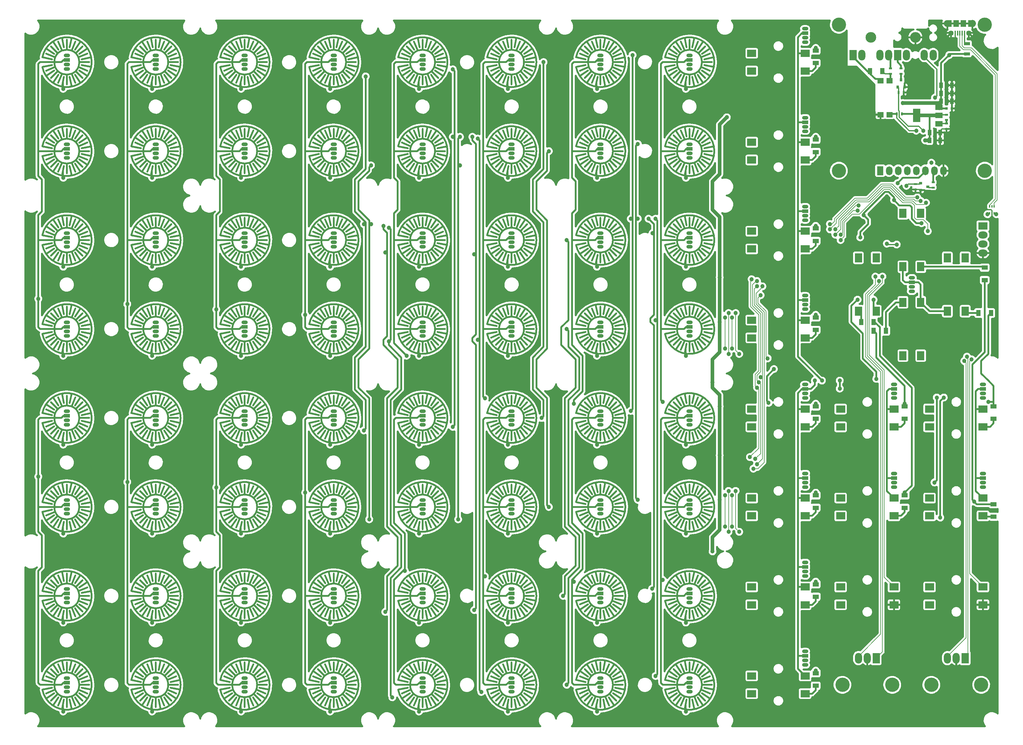
<source format=gtl>
G04 #@! TF.FileFunction,Copper,L1,Top,Signal*
%FSLAX46Y46*%
G04 Gerber Fmt 4.6, Leading zero omitted, Abs format (unit mm)*
G04 Created by KiCad (PCBNEW 4.0.7) date 01/20/18 20:27:55*
%MOMM*%
%LPD*%
G01*
G04 APERTURE LIST*
%ADD10C,0.100000*%
%ADD11C,0.500000*%
%ADD12O,1.800000X1.030000*%
%ADD13R,1.800000X1.030000*%
%ADD14O,2.000000X3.000000*%
%ADD15R,2.000000X3.000000*%
%ADD16O,3.000000X3.000000*%
%ADD17O,3.250000X0.500000*%
%ADD18O,0.500000X3.250000*%
%ADD19R,2.500000X2.000000*%
%ADD20R,2.000000X2.500000*%
%ADD21C,4.000000*%
%ADD22R,0.400000X0.650000*%
%ADD23R,1.800000X1.500000*%
%ADD24R,2.000000X3.800000*%
%ADD25R,2.000000X1.500000*%
%ADD26R,1.700000X1.300000*%
%ADD27R,1.300000X1.700000*%
%ADD28R,0.900000X0.500000*%
%ADD29R,0.500000X0.900000*%
%ADD30R,0.800000X0.750000*%
%ADD31R,0.900000X0.800000*%
%ADD32R,0.800000X0.900000*%
%ADD33R,1.700000X0.900000*%
%ADD34O,1.800000X2.500000*%
%ADD35R,1.800000X2.500000*%
%ADD36R,1.000000X1.600000*%
%ADD37R,2.600000X2.000000*%
%ADD38O,2.600000X2.000000*%
%ADD39R,1.500000X1.900000*%
%ADD40C,1.450000*%
%ADD41R,0.400000X1.350000*%
%ADD42O,2.000000X2.000000*%
%ADD43O,2.000000X1.900000*%
%ADD44R,1.200000X1.900000*%
%ADD45C,1.200000*%
%ADD46C,0.300000*%
%ADD47C,0.200000*%
%ADD48C,1.000000*%
%ADD49C,0.490000*%
G04 APERTURE END LIST*
D10*
D11*
X81500000Y-50000000D02*
G75*
G03X81500000Y-50000000I-3500000J0D01*
G01*
X71136897Y-51377613D02*
G75*
G03X71134503Y-48634368I6863103J1377613D01*
G01*
X81500000Y-100000000D02*
G75*
G03X81500000Y-100000000I-3500000J0D01*
G01*
X71136897Y-101377613D02*
G75*
G03X71134503Y-98634368I6863103J1377613D01*
G01*
X96136897Y-101377613D02*
G75*
G03X96134503Y-98634368I6863103J1377613D01*
G01*
X106500000Y-100000000D02*
G75*
G03X106500000Y-100000000I-3500000J0D01*
G01*
X106500000Y-125000000D02*
G75*
G03X106500000Y-125000000I-3500000J0D01*
G01*
X96136897Y-126377613D02*
G75*
G03X96134503Y-123634368I6863103J1377613D01*
G01*
X71136897Y-126377613D02*
G75*
G03X71134503Y-123634368I6863103J1377613D01*
G01*
X81500000Y-125000000D02*
G75*
G03X81500000Y-125000000I-3500000J0D01*
G01*
X81500000Y-75000000D02*
G75*
G03X81500000Y-75000000I-3500000J0D01*
G01*
X71136897Y-76377613D02*
G75*
G03X71134503Y-73634368I6863103J1377613D01*
G01*
X96136897Y-76377613D02*
G75*
G03X96134503Y-73634368I6863103J1377613D01*
G01*
X106500000Y-75000000D02*
G75*
G03X106500000Y-75000000I-3500000J0D01*
G01*
X106500000Y-50000000D02*
G75*
G03X106500000Y-50000000I-3500000J0D01*
G01*
X96136897Y-51377613D02*
G75*
G03X96134503Y-48634368I6863103J1377613D01*
G01*
X71136897Y-51377613D02*
G75*
G03X71134503Y-48634368I6863103J1377613D01*
G01*
X81500000Y-50000000D02*
G75*
G03X81500000Y-50000000I-3500000J0D01*
G01*
X131500000Y-50000000D02*
G75*
G03X131500000Y-50000000I-3500000J0D01*
G01*
X121136897Y-51377613D02*
G75*
G03X121134503Y-48634368I6863103J1377613D01*
G01*
X146136897Y-51377613D02*
G75*
G03X146134503Y-48634368I6863103J1377613D01*
G01*
X156500000Y-50000000D02*
G75*
G03X156500000Y-50000000I-3500000J0D01*
G01*
X156500000Y-75000000D02*
G75*
G03X156500000Y-75000000I-3500000J0D01*
G01*
X146136897Y-76377613D02*
G75*
G03X146134503Y-73634368I6863103J1377613D01*
G01*
X121136897Y-76377613D02*
G75*
G03X121134503Y-73634368I6863103J1377613D01*
G01*
X131500000Y-75000000D02*
G75*
G03X131500000Y-75000000I-3500000J0D01*
G01*
X131500000Y-125000000D02*
G75*
G03X131500000Y-125000000I-3500000J0D01*
G01*
X121136897Y-126377613D02*
G75*
G03X121134503Y-123634368I6863103J1377613D01*
G01*
X146136897Y-126377613D02*
G75*
G03X146134503Y-123634368I6863103J1377613D01*
G01*
X156500000Y-125000000D02*
G75*
G03X156500000Y-125000000I-3500000J0D01*
G01*
X156500000Y-100000000D02*
G75*
G03X156500000Y-100000000I-3500000J0D01*
G01*
X146136897Y-101377613D02*
G75*
G03X146134503Y-98634368I6863103J1377613D01*
G01*
X121136897Y-101377613D02*
G75*
G03X121134503Y-98634368I6863103J1377613D01*
G01*
X131500000Y-100000000D02*
G75*
G03X131500000Y-100000000I-3500000J0D01*
G01*
X181500000Y-50000000D02*
G75*
G03X181500000Y-50000000I-3500000J0D01*
G01*
X171136897Y-51377613D02*
G75*
G03X171134503Y-48634368I6863103J1377613D01*
G01*
X181500000Y-100000000D02*
G75*
G03X181500000Y-100000000I-3500000J0D01*
G01*
X171136897Y-101377613D02*
G75*
G03X171134503Y-98634368I6863103J1377613D01*
G01*
X196136897Y-101377613D02*
G75*
G03X196134503Y-98634368I6863103J1377613D01*
G01*
X206500000Y-100000000D02*
G75*
G03X206500000Y-100000000I-3500000J0D01*
G01*
X206500000Y-125000000D02*
G75*
G03X206500000Y-125000000I-3500000J0D01*
G01*
X196136897Y-126377613D02*
G75*
G03X196134503Y-123634368I6863103J1377613D01*
G01*
X171136897Y-126377613D02*
G75*
G03X171134503Y-123634368I6863103J1377613D01*
G01*
X181500000Y-125000000D02*
G75*
G03X181500000Y-125000000I-3500000J0D01*
G01*
X181500000Y-75000000D02*
G75*
G03X181500000Y-75000000I-3500000J0D01*
G01*
X171136897Y-76377613D02*
G75*
G03X171134503Y-73634368I6863103J1377613D01*
G01*
X196136897Y-76377613D02*
G75*
G03X196134503Y-73634368I6863103J1377613D01*
G01*
X206500000Y-75000000D02*
G75*
G03X206500000Y-75000000I-3500000J0D01*
G01*
X206500000Y-50000000D02*
G75*
G03X206500000Y-50000000I-3500000J0D01*
G01*
X196136897Y-51377613D02*
G75*
G03X196134503Y-48634368I6863103J1377613D01*
G01*
X171136897Y-51377613D02*
G75*
G03X171134503Y-48634368I6863103J1377613D01*
G01*
X181500000Y-50000000D02*
G75*
G03X181500000Y-50000000I-3500000J0D01*
G01*
X231500000Y-50000000D02*
G75*
G03X231500000Y-50000000I-3500000J0D01*
G01*
X221136897Y-51377613D02*
G75*
G03X221134503Y-48634368I6863103J1377613D01*
G01*
X246136897Y-51377613D02*
G75*
G03X246134503Y-48634368I6863103J1377613D01*
G01*
X256500000Y-50000000D02*
G75*
G03X256500000Y-50000000I-3500000J0D01*
G01*
X256500000Y-75000000D02*
G75*
G03X256500000Y-75000000I-3500000J0D01*
G01*
X246136897Y-76377613D02*
G75*
G03X246134503Y-73634368I6863103J1377613D01*
G01*
X221136897Y-76377613D02*
G75*
G03X221134503Y-73634368I6863103J1377613D01*
G01*
X231500000Y-75000000D02*
G75*
G03X231500000Y-75000000I-3500000J0D01*
G01*
X231500000Y-125000000D02*
G75*
G03X231500000Y-125000000I-3500000J0D01*
G01*
X221136897Y-126377613D02*
G75*
G03X221134503Y-123634368I6863103J1377613D01*
G01*
X246136897Y-126377613D02*
G75*
G03X246134503Y-123634368I6863103J1377613D01*
G01*
X256500000Y-125000000D02*
G75*
G03X256500000Y-125000000I-3500000J0D01*
G01*
X256500000Y-100000000D02*
G75*
G03X256500000Y-100000000I-3500000J0D01*
G01*
X246136897Y-101377613D02*
G75*
G03X246134503Y-98634368I6863103J1377613D01*
G01*
X221136897Y-101377613D02*
G75*
G03X221134503Y-98634368I6863103J1377613D01*
G01*
X231500000Y-100000000D02*
G75*
G03X231500000Y-100000000I-3500000J0D01*
G01*
X81500000Y-150000000D02*
G75*
G03X81500000Y-150000000I-3500000J0D01*
G01*
X71136897Y-151377613D02*
G75*
G03X71134503Y-148634368I6863103J1377613D01*
G01*
X81500000Y-200000000D02*
G75*
G03X81500000Y-200000000I-3500000J0D01*
G01*
X71136897Y-201377613D02*
G75*
G03X71134503Y-198634368I6863103J1377613D01*
G01*
X96136897Y-201377613D02*
G75*
G03X96134503Y-198634368I6863103J1377613D01*
G01*
X106500000Y-200000000D02*
G75*
G03X106500000Y-200000000I-3500000J0D01*
G01*
X106500000Y-225000000D02*
G75*
G03X106500000Y-225000000I-3500000J0D01*
G01*
X96136897Y-226377613D02*
G75*
G03X96134503Y-223634368I6863103J1377613D01*
G01*
X71136897Y-226377613D02*
G75*
G03X71134503Y-223634368I6863103J1377613D01*
G01*
X81500000Y-225000000D02*
G75*
G03X81500000Y-225000000I-3500000J0D01*
G01*
X81500000Y-175000000D02*
G75*
G03X81500000Y-175000000I-3500000J0D01*
G01*
X71136897Y-176377613D02*
G75*
G03X71134503Y-173634368I6863103J1377613D01*
G01*
X96136897Y-176377613D02*
G75*
G03X96134503Y-173634368I6863103J1377613D01*
G01*
X106500000Y-175000000D02*
G75*
G03X106500000Y-175000000I-3500000J0D01*
G01*
X106500000Y-150000000D02*
G75*
G03X106500000Y-150000000I-3500000J0D01*
G01*
X96136897Y-151377613D02*
G75*
G03X96134503Y-148634368I6863103J1377613D01*
G01*
X71136897Y-151377613D02*
G75*
G03X71134503Y-148634368I6863103J1377613D01*
G01*
X81500000Y-150000000D02*
G75*
G03X81500000Y-150000000I-3500000J0D01*
G01*
X131500000Y-150000000D02*
G75*
G03X131500000Y-150000000I-3500000J0D01*
G01*
X121136897Y-151377613D02*
G75*
G03X121134503Y-148634368I6863103J1377613D01*
G01*
X146136897Y-151377613D02*
G75*
G03X146134503Y-148634368I6863103J1377613D01*
G01*
X156500000Y-150000000D02*
G75*
G03X156500000Y-150000000I-3500000J0D01*
G01*
X156500000Y-175000000D02*
G75*
G03X156500000Y-175000000I-3500000J0D01*
G01*
X146136897Y-176377613D02*
G75*
G03X146134503Y-173634368I6863103J1377613D01*
G01*
X121136897Y-176377613D02*
G75*
G03X121134503Y-173634368I6863103J1377613D01*
G01*
X131500000Y-175000000D02*
G75*
G03X131500000Y-175000000I-3500000J0D01*
G01*
X131500000Y-225000000D02*
G75*
G03X131500000Y-225000000I-3500000J0D01*
G01*
X121136897Y-226377613D02*
G75*
G03X121134503Y-223634368I6863103J1377613D01*
G01*
X146136897Y-226377613D02*
G75*
G03X146134503Y-223634368I6863103J1377613D01*
G01*
X156500000Y-225000000D02*
G75*
G03X156500000Y-225000000I-3500000J0D01*
G01*
X156500000Y-200000000D02*
G75*
G03X156500000Y-200000000I-3500000J0D01*
G01*
X146136897Y-201377613D02*
G75*
G03X146134503Y-198634368I6863103J1377613D01*
G01*
X121136897Y-201377613D02*
G75*
G03X121134503Y-198634368I6863103J1377613D01*
G01*
X131500000Y-200000000D02*
G75*
G03X131500000Y-200000000I-3500000J0D01*
G01*
X181500000Y-150000000D02*
G75*
G03X181500000Y-150000000I-3500000J0D01*
G01*
X171136897Y-151377613D02*
G75*
G03X171134503Y-148634368I6863103J1377613D01*
G01*
X181500000Y-200000000D02*
G75*
G03X181500000Y-200000000I-3500000J0D01*
G01*
X171136897Y-201377613D02*
G75*
G03X171134503Y-198634368I6863103J1377613D01*
G01*
X196136897Y-201377613D02*
G75*
G03X196134503Y-198634368I6863103J1377613D01*
G01*
X206500000Y-200000000D02*
G75*
G03X206500000Y-200000000I-3500000J0D01*
G01*
X206500000Y-225000000D02*
G75*
G03X206500000Y-225000000I-3500000J0D01*
G01*
X196136897Y-226377613D02*
G75*
G03X196134503Y-223634368I6863103J1377613D01*
G01*
X171136897Y-226377613D02*
G75*
G03X171134503Y-223634368I6863103J1377613D01*
G01*
X181500000Y-225000000D02*
G75*
G03X181500000Y-225000000I-3500000J0D01*
G01*
X181500000Y-175000000D02*
G75*
G03X181500000Y-175000000I-3500000J0D01*
G01*
X171136897Y-176377613D02*
G75*
G03X171134503Y-173634368I6863103J1377613D01*
G01*
X196136897Y-176377613D02*
G75*
G03X196134503Y-173634368I6863103J1377613D01*
G01*
X206500000Y-175000000D02*
G75*
G03X206500000Y-175000000I-3500000J0D01*
G01*
X206500000Y-150000000D02*
G75*
G03X206500000Y-150000000I-3500000J0D01*
G01*
X196136897Y-151377613D02*
G75*
G03X196134503Y-148634368I6863103J1377613D01*
G01*
X171136897Y-151377613D02*
G75*
G03X171134503Y-148634368I6863103J1377613D01*
G01*
X181500000Y-150000000D02*
G75*
G03X181500000Y-150000000I-3500000J0D01*
G01*
X231500000Y-150000000D02*
G75*
G03X231500000Y-150000000I-3500000J0D01*
G01*
X221136897Y-151377613D02*
G75*
G03X221134503Y-148634368I6863103J1377613D01*
G01*
X246136897Y-151377613D02*
G75*
G03X246134503Y-148634368I6863103J1377613D01*
G01*
X256500000Y-150000000D02*
G75*
G03X256500000Y-150000000I-3500000J0D01*
G01*
X256500000Y-175000000D02*
G75*
G03X256500000Y-175000000I-3500000J0D01*
G01*
X246136897Y-176377613D02*
G75*
G03X246134503Y-173634368I6863103J1377613D01*
G01*
X221136897Y-176377613D02*
G75*
G03X221134503Y-173634368I6863103J1377613D01*
G01*
X231500000Y-175000000D02*
G75*
G03X231500000Y-175000000I-3500000J0D01*
G01*
X231500000Y-225000000D02*
G75*
G03X231500000Y-225000000I-3500000J0D01*
G01*
X221136897Y-226377613D02*
G75*
G03X221134503Y-223634368I6863103J1377613D01*
G01*
X246136897Y-226377613D02*
G75*
G03X246134503Y-223634368I6863103J1377613D01*
G01*
X256500000Y-225000000D02*
G75*
G03X256500000Y-225000000I-3500000J0D01*
G01*
X256500000Y-200000000D02*
G75*
G03X256500000Y-200000000I-3500000J0D01*
G01*
X246136897Y-201377613D02*
G75*
G03X246134503Y-198634368I6863103J1377613D01*
G01*
X221136897Y-201377613D02*
G75*
G03X221134503Y-198634368I6863103J1377613D01*
G01*
X231500000Y-200000000D02*
G75*
G03X231500000Y-200000000I-3500000J0D01*
G01*
D12*
X78000000Y-48095000D03*
D13*
X78000000Y-49365000D03*
D12*
X78000000Y-50635000D03*
X78000000Y-51905000D03*
X103000000Y-48095000D03*
D13*
X103000000Y-49365000D03*
D12*
X103000000Y-50635000D03*
X103000000Y-51905000D03*
X128000000Y-48095000D03*
D13*
X128000000Y-49365000D03*
D12*
X128000000Y-50635000D03*
X128000000Y-51905000D03*
X153000000Y-48095000D03*
D13*
X153000000Y-49365000D03*
D12*
X153000000Y-50635000D03*
X153000000Y-51905000D03*
X78000000Y-73095000D03*
D13*
X78000000Y-74365000D03*
D12*
X78000000Y-75635000D03*
X78000000Y-76905000D03*
X103000000Y-73095000D03*
D13*
X103000000Y-74365000D03*
D12*
X103000000Y-75635000D03*
X103000000Y-76905000D03*
X128000000Y-73095000D03*
D13*
X128000000Y-74365000D03*
D12*
X128000000Y-75635000D03*
X128000000Y-76905000D03*
X153000000Y-73095000D03*
D13*
X153000000Y-74365000D03*
D12*
X153000000Y-75635000D03*
X153000000Y-76905000D03*
X78000000Y-98095000D03*
D13*
X78000000Y-99365000D03*
D12*
X78000000Y-100635000D03*
X78000000Y-101905000D03*
X103000000Y-98095000D03*
D13*
X103000000Y-99365000D03*
D12*
X103000000Y-100635000D03*
X103000000Y-101905000D03*
X128000000Y-98095000D03*
D13*
X128000000Y-99365000D03*
D12*
X128000000Y-100635000D03*
X128000000Y-101905000D03*
X153000000Y-98095000D03*
D13*
X153000000Y-99365000D03*
D12*
X153000000Y-100635000D03*
X153000000Y-101905000D03*
X78000000Y-123095000D03*
D13*
X78000000Y-124365000D03*
D12*
X78000000Y-125635000D03*
X78000000Y-126905000D03*
X103000000Y-123095000D03*
D13*
X103000000Y-124365000D03*
D12*
X103000000Y-125635000D03*
X103000000Y-126905000D03*
X128000000Y-123095000D03*
D13*
X128000000Y-124365000D03*
D12*
X128000000Y-125635000D03*
X128000000Y-126905000D03*
X153000000Y-123095000D03*
D13*
X153000000Y-124365000D03*
D12*
X153000000Y-125635000D03*
X153000000Y-126905000D03*
X178000000Y-48095000D03*
D13*
X178000000Y-49365000D03*
D12*
X178000000Y-50635000D03*
X178000000Y-51905000D03*
X203000000Y-48095000D03*
D13*
X203000000Y-49365000D03*
D12*
X203000000Y-50635000D03*
X203000000Y-51905000D03*
X228000000Y-48095000D03*
D13*
X228000000Y-49365000D03*
D12*
X228000000Y-50635000D03*
X228000000Y-51905000D03*
X253000000Y-48095000D03*
D13*
X253000000Y-49365000D03*
D12*
X253000000Y-50635000D03*
X253000000Y-51905000D03*
X178000000Y-73095000D03*
D13*
X178000000Y-74365000D03*
D12*
X178000000Y-75635000D03*
X178000000Y-76905000D03*
X203000000Y-73095000D03*
D13*
X203000000Y-74365000D03*
D12*
X203000000Y-75635000D03*
X203000000Y-76905000D03*
X228000000Y-73095000D03*
D13*
X228000000Y-74365000D03*
D12*
X228000000Y-75635000D03*
X228000000Y-76905000D03*
X253000000Y-73095000D03*
D13*
X253000000Y-74365000D03*
D12*
X253000000Y-75635000D03*
X253000000Y-76905000D03*
X178000000Y-98095000D03*
D13*
X178000000Y-99365000D03*
D12*
X178000000Y-100635000D03*
X178000000Y-101905000D03*
X203000000Y-98095000D03*
D13*
X203000000Y-99365000D03*
D12*
X203000000Y-100635000D03*
X203000000Y-101905000D03*
X228000000Y-98095000D03*
D13*
X228000000Y-99365000D03*
D12*
X228000000Y-100635000D03*
X228000000Y-101905000D03*
X253000000Y-98095000D03*
D13*
X253000000Y-99365000D03*
D12*
X253000000Y-100635000D03*
X253000000Y-101905000D03*
X178000000Y-123095000D03*
D13*
X178000000Y-124365000D03*
D12*
X178000000Y-125635000D03*
X178000000Y-126905000D03*
X203000000Y-123095000D03*
D13*
X203000000Y-124365000D03*
D12*
X203000000Y-125635000D03*
X203000000Y-126905000D03*
X228000000Y-123095000D03*
D13*
X228000000Y-124365000D03*
D12*
X228000000Y-125635000D03*
X228000000Y-126905000D03*
X253000000Y-123095000D03*
D13*
X253000000Y-124365000D03*
D12*
X253000000Y-125635000D03*
X253000000Y-126905000D03*
X78000000Y-148095000D03*
D13*
X78000000Y-149365000D03*
D12*
X78000000Y-150635000D03*
X78000000Y-151905000D03*
X103000000Y-148095000D03*
D13*
X103000000Y-149365000D03*
D12*
X103000000Y-150635000D03*
X103000000Y-151905000D03*
X128000000Y-148095000D03*
D13*
X128000000Y-149365000D03*
D12*
X128000000Y-150635000D03*
X128000000Y-151905000D03*
X153000000Y-148095000D03*
D13*
X153000000Y-149365000D03*
D12*
X153000000Y-150635000D03*
X153000000Y-151905000D03*
X78000000Y-173095000D03*
D13*
X78000000Y-174365000D03*
D12*
X78000000Y-175635000D03*
X78000000Y-176905000D03*
X103000000Y-173095000D03*
D13*
X103000000Y-174365000D03*
D12*
X103000000Y-175635000D03*
X103000000Y-176905000D03*
X128000000Y-173095000D03*
D13*
X128000000Y-174365000D03*
D12*
X128000000Y-175635000D03*
X128000000Y-176905000D03*
X153000000Y-173095000D03*
D13*
X153000000Y-174365000D03*
D12*
X153000000Y-175635000D03*
X153000000Y-176905000D03*
X78000000Y-198095000D03*
D13*
X78000000Y-199365000D03*
D12*
X78000000Y-200635000D03*
X78000000Y-201905000D03*
X103000000Y-198095000D03*
D13*
X103000000Y-199365000D03*
D12*
X103000000Y-200635000D03*
X103000000Y-201905000D03*
X128000000Y-198095000D03*
D13*
X128000000Y-199365000D03*
D12*
X128000000Y-200635000D03*
X128000000Y-201905000D03*
X153000000Y-198095000D03*
D13*
X153000000Y-199365000D03*
D12*
X153000000Y-200635000D03*
X153000000Y-201905000D03*
X78000000Y-223095000D03*
D13*
X78000000Y-224365000D03*
D12*
X78000000Y-225635000D03*
X78000000Y-226905000D03*
X103000000Y-223095000D03*
D13*
X103000000Y-224365000D03*
D12*
X103000000Y-225635000D03*
X103000000Y-226905000D03*
X128000000Y-223095000D03*
D13*
X128000000Y-224365000D03*
D12*
X128000000Y-225635000D03*
X128000000Y-226905000D03*
X153000000Y-223095000D03*
D13*
X153000000Y-224365000D03*
D12*
X153000000Y-225635000D03*
X153000000Y-226905000D03*
X178000000Y-148095000D03*
D13*
X178000000Y-149365000D03*
D12*
X178000000Y-150635000D03*
X178000000Y-151905000D03*
X203000000Y-148095000D03*
D13*
X203000000Y-149365000D03*
D12*
X203000000Y-150635000D03*
X203000000Y-151905000D03*
X228000000Y-148095000D03*
D13*
X228000000Y-149365000D03*
D12*
X228000000Y-150635000D03*
X228000000Y-151905000D03*
X253000000Y-148095000D03*
D13*
X253000000Y-149365000D03*
D12*
X253000000Y-150635000D03*
X253000000Y-151905000D03*
X178000000Y-173095000D03*
D13*
X178000000Y-174365000D03*
D12*
X178000000Y-175635000D03*
X178000000Y-176905000D03*
X203000000Y-173095000D03*
D13*
X203000000Y-174365000D03*
D12*
X203000000Y-175635000D03*
X203000000Y-176905000D03*
X228000000Y-173095000D03*
D13*
X228000000Y-174365000D03*
D12*
X228000000Y-175635000D03*
X228000000Y-176905000D03*
X253000000Y-173095000D03*
D13*
X253000000Y-174365000D03*
D12*
X253000000Y-175635000D03*
X253000000Y-176905000D03*
X178000000Y-198095000D03*
D13*
X178000000Y-199365000D03*
D12*
X178000000Y-200635000D03*
X178000000Y-201905000D03*
X203000000Y-198095000D03*
D13*
X203000000Y-199365000D03*
D12*
X203000000Y-200635000D03*
X203000000Y-201905000D03*
X228000000Y-198095000D03*
D13*
X228000000Y-199365000D03*
D12*
X228000000Y-200635000D03*
X228000000Y-201905000D03*
X253000000Y-198095000D03*
D13*
X253000000Y-199365000D03*
D12*
X253000000Y-200635000D03*
X253000000Y-201905000D03*
X178000000Y-223095000D03*
D13*
X178000000Y-224365000D03*
D12*
X178000000Y-225635000D03*
X178000000Y-226905000D03*
X203000000Y-223095000D03*
D13*
X203000000Y-224365000D03*
D12*
X203000000Y-225635000D03*
X203000000Y-226905000D03*
X228000000Y-223095000D03*
D13*
X228000000Y-224365000D03*
D12*
X228000000Y-225635000D03*
X228000000Y-226905000D03*
X253000000Y-223095000D03*
D13*
X253000000Y-224365000D03*
D12*
X253000000Y-225635000D03*
X253000000Y-226905000D03*
X285500000Y-40595000D03*
D13*
X285500000Y-41865000D03*
D12*
X285500000Y-43135000D03*
X285500000Y-44405000D03*
X285500000Y-65595000D03*
D13*
X285500000Y-66865000D03*
D12*
X285500000Y-68135000D03*
X285500000Y-69405000D03*
X315500000Y-110595000D03*
D13*
X315500000Y-111865000D03*
D12*
X315500000Y-113135000D03*
X315500000Y-114405000D03*
X285500000Y-90595000D03*
D13*
X285500000Y-91865000D03*
D12*
X285500000Y-93135000D03*
X285500000Y-94405000D03*
X285500000Y-115595000D03*
D13*
X285500000Y-116865000D03*
D12*
X285500000Y-118135000D03*
X285500000Y-119405000D03*
X285500000Y-140595000D03*
D13*
X285500000Y-141865000D03*
D12*
X285500000Y-143135000D03*
X285500000Y-144405000D03*
X310500000Y-140595000D03*
D13*
X310500000Y-141865000D03*
D12*
X310500000Y-143135000D03*
X310500000Y-144405000D03*
X335500000Y-140595000D03*
D13*
X335500000Y-141865000D03*
D12*
X335500000Y-143135000D03*
X335500000Y-144405000D03*
X285500000Y-165595000D03*
D13*
X285500000Y-166865000D03*
D12*
X285500000Y-168135000D03*
X285500000Y-169405000D03*
X285500000Y-190595000D03*
D13*
X285500000Y-191865000D03*
D12*
X285500000Y-193135000D03*
X285500000Y-194405000D03*
X310500000Y-165595000D03*
D13*
X310500000Y-166865000D03*
D12*
X310500000Y-168135000D03*
X310500000Y-169405000D03*
X335500000Y-165595000D03*
D13*
X335500000Y-166865000D03*
D12*
X335500000Y-168135000D03*
X335500000Y-169405000D03*
X285500000Y-215595000D03*
D13*
X285500000Y-216865000D03*
D12*
X285500000Y-218135000D03*
X285500000Y-219405000D03*
D14*
X301500000Y-48000000D03*
D15*
X299000000Y-48000000D03*
D14*
X306500000Y-48000000D03*
X309000000Y-48000000D03*
D16*
X304000000Y-43000000D03*
D14*
X314000000Y-48000000D03*
D15*
X311500000Y-48000000D03*
D14*
X319000000Y-48000000D03*
X321500000Y-48000000D03*
D16*
X316500000Y-43000000D03*
D11*
X80401339Y-44202656D02*
X79348959Y-46743324D01*
X82437095Y-45562905D02*
X80492551Y-47507449D01*
X83797344Y-47598661D02*
X81256676Y-48651041D01*
D17*
X82900000Y-50000000D03*
D11*
X83797344Y-52401339D02*
X81256676Y-51348959D01*
X82437095Y-54437095D02*
X80492551Y-52492551D01*
X80401339Y-55797344D02*
X79348959Y-53256676D01*
D18*
X78000000Y-54900000D03*
D11*
X75598661Y-55797344D02*
X76651041Y-53256676D01*
X73562905Y-54437095D02*
X75507449Y-52492551D01*
X72202656Y-52401339D02*
X74743324Y-51348959D01*
X72202656Y-47598661D02*
X74743324Y-48651041D01*
X73562905Y-45562905D02*
X75507449Y-47507449D01*
X75598661Y-44202656D02*
X76651041Y-46743324D01*
X79360755Y-43159022D02*
X78824257Y-45856182D01*
X81875102Y-44200499D02*
X80347284Y-46487041D01*
X83799501Y-46124898D02*
X81512959Y-47652716D01*
X84840978Y-48639245D02*
X82143818Y-49175743D01*
X84840978Y-51360755D02*
X82143818Y-50824257D01*
X83799501Y-53875102D02*
X81512959Y-52347284D01*
X81875102Y-55799501D02*
X80347284Y-53512959D01*
X79360755Y-56840978D02*
X78824257Y-54143818D01*
X76639245Y-56840978D02*
X77175743Y-54143818D01*
X74124898Y-55799501D02*
X75652716Y-53512959D01*
X72200499Y-53875102D02*
X74487041Y-52347284D01*
X71159022Y-51360755D02*
X73856182Y-50824257D01*
X71159022Y-48639245D02*
X73856182Y-49175743D01*
X72200499Y-46124898D02*
X74487041Y-47652716D01*
X74124898Y-44200499D02*
X75652716Y-46487041D01*
D18*
X78000000Y-45100000D03*
D11*
X80401339Y-94202656D02*
X79348959Y-96743324D01*
X82437095Y-95562905D02*
X80492551Y-97507449D01*
X83797344Y-97598661D02*
X81256676Y-98651041D01*
D17*
X82900000Y-100000000D03*
D11*
X83797344Y-102401339D02*
X81256676Y-101348959D01*
X82437095Y-104437095D02*
X80492551Y-102492551D01*
X80401339Y-105797344D02*
X79348959Y-103256676D01*
D18*
X78000000Y-104900000D03*
D11*
X75598661Y-105797344D02*
X76651041Y-103256676D01*
X73562905Y-104437095D02*
X75507449Y-102492551D01*
X72202656Y-102401339D02*
X74743324Y-101348959D01*
D17*
X73100000Y-100000000D03*
D11*
X72202656Y-97598661D02*
X74743324Y-98651041D01*
X73562905Y-95562905D02*
X75507449Y-97507449D01*
X75598661Y-94202656D02*
X76651041Y-96743324D01*
X79360755Y-93159022D02*
X78824257Y-95856182D01*
X81875102Y-94200499D02*
X80347284Y-96487041D01*
X83799501Y-96124898D02*
X81512959Y-97652716D01*
X84840978Y-98639245D02*
X82143818Y-99175743D01*
X84840978Y-101360755D02*
X82143818Y-100824257D01*
X83799501Y-103875102D02*
X81512959Y-102347284D01*
X81875102Y-105799501D02*
X80347284Y-103512959D01*
X79360755Y-106840978D02*
X78824257Y-104143818D01*
X76639245Y-106840978D02*
X77175743Y-104143818D01*
X74124898Y-105799501D02*
X75652716Y-103512959D01*
X72200499Y-103875102D02*
X74487041Y-102347284D01*
X71159022Y-101360755D02*
X73856182Y-100824257D01*
X71159022Y-98639245D02*
X73856182Y-99175743D01*
X72200499Y-96124898D02*
X74487041Y-97652716D01*
X74124898Y-94200499D02*
X75652716Y-96487041D01*
X76639245Y-93159022D02*
X77175743Y-95856182D01*
D18*
X78000000Y-95100000D03*
X103000000Y-95100000D03*
D11*
X101639245Y-93159022D02*
X102175743Y-95856182D01*
X99124898Y-94200499D02*
X100652716Y-96487041D01*
X97200499Y-96124898D02*
X99487041Y-97652716D01*
X96159022Y-98639245D02*
X98856182Y-99175743D01*
X96159022Y-101360755D02*
X98856182Y-100824257D01*
X97200499Y-103875102D02*
X99487041Y-102347284D01*
X99124898Y-105799501D02*
X100652716Y-103512959D01*
X101639245Y-106840978D02*
X102175743Y-104143818D01*
X104360755Y-106840978D02*
X103824257Y-104143818D01*
X106875102Y-105799501D02*
X105347284Y-103512959D01*
X108799501Y-103875102D02*
X106512959Y-102347284D01*
X109840978Y-101360755D02*
X107143818Y-100824257D01*
X109840978Y-98639245D02*
X107143818Y-99175743D01*
X108799501Y-96124898D02*
X106512959Y-97652716D01*
X106875102Y-94200499D02*
X105347284Y-96487041D01*
X104360755Y-93159022D02*
X103824257Y-95856182D01*
X100598661Y-94202656D02*
X101651041Y-96743324D01*
X98562905Y-95562905D02*
X100507449Y-97507449D01*
X97202656Y-97598661D02*
X99743324Y-98651041D01*
D17*
X98100000Y-100000000D03*
D11*
X97202656Y-102401339D02*
X99743324Y-101348959D01*
X98562905Y-104437095D02*
X100507449Y-102492551D01*
X100598661Y-105797344D02*
X101651041Y-103256676D01*
D18*
X103000000Y-104900000D03*
D11*
X105401339Y-105797344D02*
X104348959Y-103256676D01*
X107437095Y-104437095D02*
X105492551Y-102492551D01*
X108797344Y-102401339D02*
X106256676Y-101348959D01*
D17*
X107900000Y-100000000D03*
D11*
X108797344Y-97598661D02*
X106256676Y-98651041D01*
X107437095Y-95562905D02*
X105492551Y-97507449D01*
X105401339Y-94202656D02*
X104348959Y-96743324D01*
X105401339Y-119202656D02*
X104348959Y-121743324D01*
X107437095Y-120562905D02*
X105492551Y-122507449D01*
X108797344Y-122598661D02*
X106256676Y-123651041D01*
D17*
X107900000Y-125000000D03*
D11*
X108797344Y-127401339D02*
X106256676Y-126348959D01*
X107437095Y-129437095D02*
X105492551Y-127492551D01*
X105401339Y-130797344D02*
X104348959Y-128256676D01*
D18*
X103000000Y-129900000D03*
D11*
X100598661Y-130797344D02*
X101651041Y-128256676D01*
X98562905Y-129437095D02*
X100507449Y-127492551D01*
X97202656Y-127401339D02*
X99743324Y-126348959D01*
D17*
X98100000Y-125000000D03*
D11*
X97202656Y-122598661D02*
X99743324Y-123651041D01*
X98562905Y-120562905D02*
X100507449Y-122507449D01*
X100598661Y-119202656D02*
X101651041Y-121743324D01*
X104360755Y-118159022D02*
X103824257Y-120856182D01*
X106875102Y-119200499D02*
X105347284Y-121487041D01*
X108799501Y-121124898D02*
X106512959Y-122652716D01*
X109840978Y-123639245D02*
X107143818Y-124175743D01*
X109840978Y-126360755D02*
X107143818Y-125824257D01*
X108799501Y-128875102D02*
X106512959Y-127347284D01*
X106875102Y-130799501D02*
X105347284Y-128512959D01*
X104360755Y-131840978D02*
X103824257Y-129143818D01*
X101639245Y-131840978D02*
X102175743Y-129143818D01*
X99124898Y-130799501D02*
X100652716Y-128512959D01*
X97200499Y-128875102D02*
X99487041Y-127347284D01*
X96159022Y-126360755D02*
X98856182Y-125824257D01*
X96159022Y-123639245D02*
X98856182Y-124175743D01*
X97200499Y-121124898D02*
X99487041Y-122652716D01*
X99124898Y-119200499D02*
X100652716Y-121487041D01*
X101639245Y-118159022D02*
X102175743Y-120856182D01*
D18*
X103000000Y-120100000D03*
X78000000Y-120100000D03*
D11*
X76639245Y-118159022D02*
X77175743Y-120856182D01*
X74124898Y-119200499D02*
X75652716Y-121487041D01*
X72200499Y-121124898D02*
X74487041Y-122652716D01*
X71159022Y-123639245D02*
X73856182Y-124175743D01*
X71159022Y-126360755D02*
X73856182Y-125824257D01*
X72200499Y-128875102D02*
X74487041Y-127347284D01*
X74124898Y-130799501D02*
X75652716Y-128512959D01*
X76639245Y-131840978D02*
X77175743Y-129143818D01*
X79360755Y-131840978D02*
X78824257Y-129143818D01*
X81875102Y-130799501D02*
X80347284Y-128512959D01*
X83799501Y-128875102D02*
X81512959Y-127347284D01*
X84840978Y-126360755D02*
X82143818Y-125824257D01*
X84840978Y-123639245D02*
X82143818Y-124175743D01*
X83799501Y-121124898D02*
X81512959Y-122652716D01*
X81875102Y-119200499D02*
X80347284Y-121487041D01*
X79360755Y-118159022D02*
X78824257Y-120856182D01*
X75598661Y-119202656D02*
X76651041Y-121743324D01*
X73562905Y-120562905D02*
X75507449Y-122507449D01*
X72202656Y-122598661D02*
X74743324Y-123651041D01*
D17*
X73100000Y-125000000D03*
D11*
X72202656Y-127401339D02*
X74743324Y-126348959D01*
X73562905Y-129437095D02*
X75507449Y-127492551D01*
X75598661Y-130797344D02*
X76651041Y-128256676D01*
D18*
X78000000Y-129900000D03*
D11*
X80401339Y-130797344D02*
X79348959Y-128256676D01*
X82437095Y-129437095D02*
X80492551Y-127492551D01*
X83797344Y-127401339D02*
X81256676Y-126348959D01*
D17*
X82900000Y-125000000D03*
D11*
X83797344Y-122598661D02*
X81256676Y-123651041D01*
X82437095Y-120562905D02*
X80492551Y-122507449D01*
X80401339Y-119202656D02*
X79348959Y-121743324D01*
X80401339Y-69202656D02*
X79348959Y-71743324D01*
X82437095Y-70562905D02*
X80492551Y-72507449D01*
X83797344Y-72598661D02*
X81256676Y-73651041D01*
D17*
X82900000Y-75000000D03*
D11*
X83797344Y-77401339D02*
X81256676Y-76348959D01*
X82437095Y-79437095D02*
X80492551Y-77492551D01*
X80401339Y-80797344D02*
X79348959Y-78256676D01*
D18*
X78000000Y-79900000D03*
D11*
X75598661Y-80797344D02*
X76651041Y-78256676D01*
X73562905Y-79437095D02*
X75507449Y-77492551D01*
X72202656Y-77401339D02*
X74743324Y-76348959D01*
D17*
X73100000Y-75000000D03*
D11*
X72202656Y-72598661D02*
X74743324Y-73651041D01*
X73562905Y-70562905D02*
X75507449Y-72507449D01*
X75598661Y-69202656D02*
X76651041Y-71743324D01*
X79360755Y-68159022D02*
X78824257Y-70856182D01*
X81875102Y-69200499D02*
X80347284Y-71487041D01*
X83799501Y-71124898D02*
X81512959Y-72652716D01*
X84840978Y-73639245D02*
X82143818Y-74175743D01*
X84840978Y-76360755D02*
X82143818Y-75824257D01*
X83799501Y-78875102D02*
X81512959Y-77347284D01*
X81875102Y-80799501D02*
X80347284Y-78512959D01*
X79360755Y-81840978D02*
X78824257Y-79143818D01*
X76639245Y-81840978D02*
X77175743Y-79143818D01*
X74124898Y-80799501D02*
X75652716Y-78512959D01*
X72200499Y-78875102D02*
X74487041Y-77347284D01*
X71159022Y-76360755D02*
X73856182Y-75824257D01*
X71159022Y-73639245D02*
X73856182Y-74175743D01*
X72200499Y-71124898D02*
X74487041Y-72652716D01*
X74124898Y-69200499D02*
X75652716Y-71487041D01*
X76639245Y-68159022D02*
X77175743Y-70856182D01*
D18*
X78000000Y-70100000D03*
X103000000Y-70100000D03*
D11*
X101639245Y-68159022D02*
X102175743Y-70856182D01*
X99124898Y-69200499D02*
X100652716Y-71487041D01*
X97200499Y-71124898D02*
X99487041Y-72652716D01*
X96159022Y-73639245D02*
X98856182Y-74175743D01*
X96159022Y-76360755D02*
X98856182Y-75824257D01*
X97200499Y-78875102D02*
X99487041Y-77347284D01*
X99124898Y-80799501D02*
X100652716Y-78512959D01*
X101639245Y-81840978D02*
X102175743Y-79143818D01*
X104360755Y-81840978D02*
X103824257Y-79143818D01*
X106875102Y-80799501D02*
X105347284Y-78512959D01*
X108799501Y-78875102D02*
X106512959Y-77347284D01*
X109840978Y-76360755D02*
X107143818Y-75824257D01*
X109840978Y-73639245D02*
X107143818Y-74175743D01*
X108799501Y-71124898D02*
X106512959Y-72652716D01*
X106875102Y-69200499D02*
X105347284Y-71487041D01*
X104360755Y-68159022D02*
X103824257Y-70856182D01*
X100598661Y-69202656D02*
X101651041Y-71743324D01*
X98562905Y-70562905D02*
X100507449Y-72507449D01*
X97202656Y-72598661D02*
X99743324Y-73651041D01*
D17*
X98100000Y-75000000D03*
D11*
X97202656Y-77401339D02*
X99743324Y-76348959D01*
X98562905Y-79437095D02*
X100507449Y-77492551D01*
X100598661Y-80797344D02*
X101651041Y-78256676D01*
D18*
X103000000Y-79900000D03*
D11*
X105401339Y-80797344D02*
X104348959Y-78256676D01*
X107437095Y-79437095D02*
X105492551Y-77492551D01*
X108797344Y-77401339D02*
X106256676Y-76348959D01*
D17*
X107900000Y-75000000D03*
D11*
X108797344Y-72598661D02*
X106256676Y-73651041D01*
X107437095Y-70562905D02*
X105492551Y-72507449D01*
X105401339Y-69202656D02*
X104348959Y-71743324D01*
X105401339Y-44202656D02*
X104348959Y-46743324D01*
X107437095Y-45562905D02*
X105492551Y-47507449D01*
X108797344Y-47598661D02*
X106256676Y-48651041D01*
D17*
X107900000Y-50000000D03*
D11*
X108797344Y-52401339D02*
X106256676Y-51348959D01*
X107437095Y-54437095D02*
X105492551Y-52492551D01*
X105401339Y-55797344D02*
X104348959Y-53256676D01*
D18*
X103000000Y-54900000D03*
D11*
X100598661Y-55797344D02*
X101651041Y-53256676D01*
X98562905Y-54437095D02*
X100507449Y-52492551D01*
X97202656Y-52401339D02*
X99743324Y-51348959D01*
D17*
X98100000Y-50000000D03*
D11*
X97202656Y-47598661D02*
X99743324Y-48651041D01*
X98562905Y-45562905D02*
X100507449Y-47507449D01*
X100598661Y-44202656D02*
X101651041Y-46743324D01*
X104360755Y-43159022D02*
X103824257Y-45856182D01*
X106875102Y-44200499D02*
X105347284Y-46487041D01*
X108799501Y-46124898D02*
X106512959Y-47652716D01*
X109840978Y-48639245D02*
X107143818Y-49175743D01*
X109840978Y-51360755D02*
X107143818Y-50824257D01*
X108799501Y-53875102D02*
X106512959Y-52347284D01*
X106875102Y-55799501D02*
X105347284Y-53512959D01*
X104360755Y-56840978D02*
X103824257Y-54143818D01*
X101639245Y-56840978D02*
X102175743Y-54143818D01*
X99124898Y-55799501D02*
X100652716Y-53512959D01*
X97200499Y-53875102D02*
X99487041Y-52347284D01*
X96159022Y-51360755D02*
X98856182Y-50824257D01*
X96159022Y-48639245D02*
X98856182Y-49175743D01*
X97200499Y-46124898D02*
X99487041Y-47652716D01*
X99124898Y-44200499D02*
X100652716Y-46487041D01*
X101639245Y-43159022D02*
X102175743Y-45856182D01*
D18*
X103000000Y-45100000D03*
X78000000Y-45100000D03*
D11*
X76639245Y-43159022D02*
X77175743Y-45856182D01*
X74124898Y-44200499D02*
X75652716Y-46487041D01*
X72200499Y-46124898D02*
X74487041Y-47652716D01*
X71159022Y-48639245D02*
X73856182Y-49175743D01*
X71159022Y-51360755D02*
X73856182Y-50824257D01*
X72200499Y-53875102D02*
X74487041Y-52347284D01*
X74124898Y-55799501D02*
X75652716Y-53512959D01*
X79360755Y-56840978D02*
X78824257Y-54143818D01*
X81875102Y-55799501D02*
X80347284Y-53512959D01*
X83799501Y-53875102D02*
X81512959Y-52347284D01*
X84840978Y-51360755D02*
X82143818Y-50824257D01*
X84840978Y-48639245D02*
X82143818Y-49175743D01*
X83799501Y-46124898D02*
X81512959Y-47652716D01*
X81875102Y-44200499D02*
X80347284Y-46487041D01*
X79360755Y-43159022D02*
X78824257Y-45856182D01*
X75598661Y-44202656D02*
X76651041Y-46743324D01*
X73562905Y-45562905D02*
X75507449Y-47507449D01*
X72202656Y-47598661D02*
X74743324Y-48651041D01*
D17*
X73100000Y-50000000D03*
D11*
X72202656Y-52401339D02*
X74743324Y-51348959D01*
X73562905Y-54437095D02*
X75507449Y-52492551D01*
X75598661Y-55797344D02*
X76651041Y-53256676D01*
D18*
X78000000Y-54900000D03*
D11*
X80401339Y-55797344D02*
X79348959Y-53256676D01*
X82437095Y-54437095D02*
X80492551Y-52492551D01*
X83797344Y-52401339D02*
X81256676Y-51348959D01*
D17*
X82900000Y-50000000D03*
D11*
X83797344Y-47598661D02*
X81256676Y-48651041D01*
X82437095Y-45562905D02*
X80492551Y-47507449D01*
X80401339Y-44202656D02*
X79348959Y-46743324D01*
X130401339Y-44202656D02*
X129348959Y-46743324D01*
X132437095Y-45562905D02*
X130492551Y-47507449D01*
X133797344Y-47598661D02*
X131256676Y-48651041D01*
D17*
X132900000Y-50000000D03*
D11*
X133797344Y-52401339D02*
X131256676Y-51348959D01*
X132437095Y-54437095D02*
X130492551Y-52492551D01*
X130401339Y-55797344D02*
X129348959Y-53256676D01*
D18*
X128000000Y-54900000D03*
D11*
X125598661Y-55797344D02*
X126651041Y-53256676D01*
X123562905Y-54437095D02*
X125507449Y-52492551D01*
X122202656Y-52401339D02*
X124743324Y-51348959D01*
D17*
X123100000Y-50000000D03*
D11*
X122202656Y-47598661D02*
X124743324Y-48651041D01*
X123562905Y-45562905D02*
X125507449Y-47507449D01*
X125598661Y-44202656D02*
X126651041Y-46743324D01*
X129360755Y-43159022D02*
X128824257Y-45856182D01*
X131875102Y-44200499D02*
X130347284Y-46487041D01*
X133799501Y-46124898D02*
X131512959Y-47652716D01*
X134840978Y-48639245D02*
X132143818Y-49175743D01*
X134840978Y-51360755D02*
X132143818Y-50824257D01*
X133799501Y-53875102D02*
X131512959Y-52347284D01*
X131875102Y-55799501D02*
X130347284Y-53512959D01*
X129360755Y-56840978D02*
X128824257Y-54143818D01*
X126639245Y-56840978D02*
X127175743Y-54143818D01*
X124124898Y-55799501D02*
X125652716Y-53512959D01*
X122200499Y-53875102D02*
X124487041Y-52347284D01*
X121159022Y-51360755D02*
X123856182Y-50824257D01*
X121159022Y-48639245D02*
X123856182Y-49175743D01*
X122200499Y-46124898D02*
X124487041Y-47652716D01*
X124124898Y-44200499D02*
X125652716Y-46487041D01*
X126639245Y-43159022D02*
X127175743Y-45856182D01*
D18*
X128000000Y-45100000D03*
X153000000Y-45100000D03*
D11*
X151639245Y-43159022D02*
X152175743Y-45856182D01*
X149124898Y-44200499D02*
X150652716Y-46487041D01*
X147200499Y-46124898D02*
X149487041Y-47652716D01*
X146159022Y-48639245D02*
X148856182Y-49175743D01*
X146159022Y-51360755D02*
X148856182Y-50824257D01*
X147200499Y-53875102D02*
X149487041Y-52347284D01*
X149124898Y-55799501D02*
X150652716Y-53512959D01*
X151639245Y-56840978D02*
X152175743Y-54143818D01*
X154360755Y-56840978D02*
X153824257Y-54143818D01*
X156875102Y-55799501D02*
X155347284Y-53512959D01*
X158799501Y-53875102D02*
X156512959Y-52347284D01*
X159840978Y-51360755D02*
X157143818Y-50824257D01*
X159840978Y-48639245D02*
X157143818Y-49175743D01*
X158799501Y-46124898D02*
X156512959Y-47652716D01*
X156875102Y-44200499D02*
X155347284Y-46487041D01*
X154360755Y-43159022D02*
X153824257Y-45856182D01*
X150598661Y-44202656D02*
X151651041Y-46743324D01*
X148562905Y-45562905D02*
X150507449Y-47507449D01*
X147202656Y-47598661D02*
X149743324Y-48651041D01*
D17*
X148100000Y-50000000D03*
D11*
X147202656Y-52401339D02*
X149743324Y-51348959D01*
X148562905Y-54437095D02*
X150507449Y-52492551D01*
X150598661Y-55797344D02*
X151651041Y-53256676D01*
D18*
X153000000Y-54900000D03*
D11*
X155401339Y-55797344D02*
X154348959Y-53256676D01*
X157437095Y-54437095D02*
X155492551Y-52492551D01*
X158797344Y-52401339D02*
X156256676Y-51348959D01*
D17*
X157900000Y-50000000D03*
D11*
X158797344Y-47598661D02*
X156256676Y-48651041D01*
X157437095Y-45562905D02*
X155492551Y-47507449D01*
X155401339Y-44202656D02*
X154348959Y-46743324D01*
X155401339Y-69202656D02*
X154348959Y-71743324D01*
X157437095Y-70562905D02*
X155492551Y-72507449D01*
X158797344Y-72598661D02*
X156256676Y-73651041D01*
D17*
X157900000Y-75000000D03*
D11*
X158797344Y-77401339D02*
X156256676Y-76348959D01*
X157437095Y-79437095D02*
X155492551Y-77492551D01*
X155401339Y-80797344D02*
X154348959Y-78256676D01*
D18*
X153000000Y-79900000D03*
D11*
X150598661Y-80797344D02*
X151651041Y-78256676D01*
X148562905Y-79437095D02*
X150507449Y-77492551D01*
X147202656Y-77401339D02*
X149743324Y-76348959D01*
D17*
X148100000Y-75000000D03*
D11*
X147202656Y-72598661D02*
X149743324Y-73651041D01*
X148562905Y-70562905D02*
X150507449Y-72507449D01*
X150598661Y-69202656D02*
X151651041Y-71743324D01*
X154360755Y-68159022D02*
X153824257Y-70856182D01*
X156875102Y-69200499D02*
X155347284Y-71487041D01*
X158799501Y-71124898D02*
X156512959Y-72652716D01*
X159840978Y-73639245D02*
X157143818Y-74175743D01*
X159840978Y-76360755D02*
X157143818Y-75824257D01*
X158799501Y-78875102D02*
X156512959Y-77347284D01*
X156875102Y-80799501D02*
X155347284Y-78512959D01*
X154360755Y-81840978D02*
X153824257Y-79143818D01*
X151639245Y-81840978D02*
X152175743Y-79143818D01*
X149124898Y-80799501D02*
X150652716Y-78512959D01*
X147200499Y-78875102D02*
X149487041Y-77347284D01*
X146159022Y-76360755D02*
X148856182Y-75824257D01*
X146159022Y-73639245D02*
X148856182Y-74175743D01*
X147200499Y-71124898D02*
X149487041Y-72652716D01*
X149124898Y-69200499D02*
X150652716Y-71487041D01*
X151639245Y-68159022D02*
X152175743Y-70856182D01*
D18*
X153000000Y-70100000D03*
X128000000Y-70100000D03*
D11*
X126639245Y-68159022D02*
X127175743Y-70856182D01*
X124124898Y-69200499D02*
X125652716Y-71487041D01*
X122200499Y-71124898D02*
X124487041Y-72652716D01*
X121159022Y-73639245D02*
X123856182Y-74175743D01*
X121159022Y-76360755D02*
X123856182Y-75824257D01*
X122200499Y-78875102D02*
X124487041Y-77347284D01*
X124124898Y-80799501D02*
X125652716Y-78512959D01*
X126639245Y-81840978D02*
X127175743Y-79143818D01*
X129360755Y-81840978D02*
X128824257Y-79143818D01*
X131875102Y-80799501D02*
X130347284Y-78512959D01*
X133799501Y-78875102D02*
X131512959Y-77347284D01*
X134840978Y-76360755D02*
X132143818Y-75824257D01*
X134840978Y-73639245D02*
X132143818Y-74175743D01*
X133799501Y-71124898D02*
X131512959Y-72652716D01*
X131875102Y-69200499D02*
X130347284Y-71487041D01*
X129360755Y-68159022D02*
X128824257Y-70856182D01*
X125598661Y-69202656D02*
X126651041Y-71743324D01*
X123562905Y-70562905D02*
X125507449Y-72507449D01*
X122202656Y-72598661D02*
X124743324Y-73651041D01*
D17*
X123100000Y-75000000D03*
D11*
X122202656Y-77401339D02*
X124743324Y-76348959D01*
X123562905Y-79437095D02*
X125507449Y-77492551D01*
X125598661Y-80797344D02*
X126651041Y-78256676D01*
D18*
X128000000Y-79900000D03*
D11*
X130401339Y-80797344D02*
X129348959Y-78256676D01*
X132437095Y-79437095D02*
X130492551Y-77492551D01*
X133797344Y-77401339D02*
X131256676Y-76348959D01*
D17*
X132900000Y-75000000D03*
D11*
X133797344Y-72598661D02*
X131256676Y-73651041D01*
X132437095Y-70562905D02*
X130492551Y-72507449D01*
X130401339Y-69202656D02*
X129348959Y-71743324D01*
X130401339Y-119202656D02*
X129348959Y-121743324D01*
X132437095Y-120562905D02*
X130492551Y-122507449D01*
X133797344Y-122598661D02*
X131256676Y-123651041D01*
D17*
X132900000Y-125000000D03*
D11*
X133797344Y-127401339D02*
X131256676Y-126348959D01*
X132437095Y-129437095D02*
X130492551Y-127492551D01*
X130401339Y-130797344D02*
X129348959Y-128256676D01*
D18*
X128000000Y-129900000D03*
D11*
X125598661Y-130797344D02*
X126651041Y-128256676D01*
X123562905Y-129437095D02*
X125507449Y-127492551D01*
X122202656Y-127401339D02*
X124743324Y-126348959D01*
D17*
X123100000Y-125000000D03*
D11*
X122202656Y-122598661D02*
X124743324Y-123651041D01*
X123562905Y-120562905D02*
X125507449Y-122507449D01*
X125598661Y-119202656D02*
X126651041Y-121743324D01*
X129360755Y-118159022D02*
X128824257Y-120856182D01*
X131875102Y-119200499D02*
X130347284Y-121487041D01*
X133799501Y-121124898D02*
X131512959Y-122652716D01*
X134840978Y-123639245D02*
X132143818Y-124175743D01*
X134840978Y-126360755D02*
X132143818Y-125824257D01*
X133799501Y-128875102D02*
X131512959Y-127347284D01*
X131875102Y-130799501D02*
X130347284Y-128512959D01*
X129360755Y-131840978D02*
X128824257Y-129143818D01*
X126639245Y-131840978D02*
X127175743Y-129143818D01*
X124124898Y-130799501D02*
X125652716Y-128512959D01*
X122200499Y-128875102D02*
X124487041Y-127347284D01*
X121159022Y-126360755D02*
X123856182Y-125824257D01*
X121159022Y-123639245D02*
X123856182Y-124175743D01*
X122200499Y-121124898D02*
X124487041Y-122652716D01*
X124124898Y-119200499D02*
X125652716Y-121487041D01*
X126639245Y-118159022D02*
X127175743Y-120856182D01*
D18*
X128000000Y-120100000D03*
X153000000Y-120100000D03*
D11*
X151639245Y-118159022D02*
X152175743Y-120856182D01*
X149124898Y-119200499D02*
X150652716Y-121487041D01*
X147200499Y-121124898D02*
X149487041Y-122652716D01*
X146159022Y-123639245D02*
X148856182Y-124175743D01*
X146159022Y-126360755D02*
X148856182Y-125824257D01*
X147200499Y-128875102D02*
X149487041Y-127347284D01*
X149124898Y-130799501D02*
X150652716Y-128512959D01*
X151639245Y-131840978D02*
X152175743Y-129143818D01*
X154360755Y-131840978D02*
X153824257Y-129143818D01*
X156875102Y-130799501D02*
X155347284Y-128512959D01*
X158799501Y-128875102D02*
X156512959Y-127347284D01*
X159840978Y-126360755D02*
X157143818Y-125824257D01*
X159840978Y-123639245D02*
X157143818Y-124175743D01*
X158799501Y-121124898D02*
X156512959Y-122652716D01*
X156875102Y-119200499D02*
X155347284Y-121487041D01*
X154360755Y-118159022D02*
X153824257Y-120856182D01*
X150598661Y-119202656D02*
X151651041Y-121743324D01*
X148562905Y-120562905D02*
X150507449Y-122507449D01*
X147202656Y-122598661D02*
X149743324Y-123651041D01*
D17*
X148100000Y-125000000D03*
D11*
X147202656Y-127401339D02*
X149743324Y-126348959D01*
X148562905Y-129437095D02*
X150507449Y-127492551D01*
X150598661Y-130797344D02*
X151651041Y-128256676D01*
D18*
X153000000Y-129900000D03*
D11*
X155401339Y-130797344D02*
X154348959Y-128256676D01*
X157437095Y-129437095D02*
X155492551Y-127492551D01*
X158797344Y-127401339D02*
X156256676Y-126348959D01*
D17*
X157900000Y-125000000D03*
D11*
X158797344Y-122598661D02*
X156256676Y-123651041D01*
X157437095Y-120562905D02*
X155492551Y-122507449D01*
X155401339Y-119202656D02*
X154348959Y-121743324D01*
X155401339Y-94202656D02*
X154348959Y-96743324D01*
X157437095Y-95562905D02*
X155492551Y-97507449D01*
X158797344Y-97598661D02*
X156256676Y-98651041D01*
D17*
X157900000Y-100000000D03*
D11*
X158797344Y-102401339D02*
X156256676Y-101348959D01*
X157437095Y-104437095D02*
X155492551Y-102492551D01*
X155401339Y-105797344D02*
X154348959Y-103256676D01*
D18*
X153000000Y-104900000D03*
D11*
X150598661Y-105797344D02*
X151651041Y-103256676D01*
X148562905Y-104437095D02*
X150507449Y-102492551D01*
X147202656Y-102401339D02*
X149743324Y-101348959D01*
D17*
X148100000Y-100000000D03*
D11*
X147202656Y-97598661D02*
X149743324Y-98651041D01*
X148562905Y-95562905D02*
X150507449Y-97507449D01*
X150598661Y-94202656D02*
X151651041Y-96743324D01*
X154360755Y-93159022D02*
X153824257Y-95856182D01*
X156875102Y-94200499D02*
X155347284Y-96487041D01*
X158799501Y-96124898D02*
X156512959Y-97652716D01*
X159840978Y-98639245D02*
X157143818Y-99175743D01*
X159840978Y-101360755D02*
X157143818Y-100824257D01*
X158799501Y-103875102D02*
X156512959Y-102347284D01*
X156875102Y-105799501D02*
X155347284Y-103512959D01*
X154360755Y-106840978D02*
X153824257Y-104143818D01*
X151639245Y-106840978D02*
X152175743Y-104143818D01*
X149124898Y-105799501D02*
X150652716Y-103512959D01*
X147200499Y-103875102D02*
X149487041Y-102347284D01*
X146159022Y-101360755D02*
X148856182Y-100824257D01*
X146159022Y-98639245D02*
X148856182Y-99175743D01*
X147200499Y-96124898D02*
X149487041Y-97652716D01*
X149124898Y-94200499D02*
X150652716Y-96487041D01*
X151639245Y-93159022D02*
X152175743Y-95856182D01*
D18*
X153000000Y-95100000D03*
X128000000Y-95100000D03*
D11*
X126639245Y-93159022D02*
X127175743Y-95856182D01*
X124124898Y-94200499D02*
X125652716Y-96487041D01*
X122200499Y-96124898D02*
X124487041Y-97652716D01*
X121159022Y-98639245D02*
X123856182Y-99175743D01*
X121159022Y-101360755D02*
X123856182Y-100824257D01*
X122200499Y-103875102D02*
X124487041Y-102347284D01*
X124124898Y-105799501D02*
X125652716Y-103512959D01*
X126639245Y-106840978D02*
X127175743Y-104143818D01*
X129360755Y-106840978D02*
X128824257Y-104143818D01*
X131875102Y-105799501D02*
X130347284Y-103512959D01*
X133799501Y-103875102D02*
X131512959Y-102347284D01*
X134840978Y-101360755D02*
X132143818Y-100824257D01*
X134840978Y-98639245D02*
X132143818Y-99175743D01*
X133799501Y-96124898D02*
X131512959Y-97652716D01*
X131875102Y-94200499D02*
X130347284Y-96487041D01*
X129360755Y-93159022D02*
X128824257Y-95856182D01*
X125598661Y-94202656D02*
X126651041Y-96743324D01*
X123562905Y-95562905D02*
X125507449Y-97507449D01*
X122202656Y-97598661D02*
X124743324Y-98651041D01*
D17*
X123100000Y-100000000D03*
D11*
X122202656Y-102401339D02*
X124743324Y-101348959D01*
X123562905Y-104437095D02*
X125507449Y-102492551D01*
X125598661Y-105797344D02*
X126651041Y-103256676D01*
D18*
X128000000Y-104900000D03*
D11*
X130401339Y-105797344D02*
X129348959Y-103256676D01*
X132437095Y-104437095D02*
X130492551Y-102492551D01*
X133797344Y-102401339D02*
X131256676Y-101348959D01*
D17*
X132900000Y-100000000D03*
D11*
X133797344Y-97598661D02*
X131256676Y-98651041D01*
X132437095Y-95562905D02*
X130492551Y-97507449D01*
X130401339Y-94202656D02*
X129348959Y-96743324D01*
X180401339Y-44202656D02*
X179348959Y-46743324D01*
X182437095Y-45562905D02*
X180492551Y-47507449D01*
X183797344Y-47598661D02*
X181256676Y-48651041D01*
D17*
X182900000Y-50000000D03*
D11*
X183797344Y-52401339D02*
X181256676Y-51348959D01*
X182437095Y-54437095D02*
X180492551Y-52492551D01*
X180401339Y-55797344D02*
X179348959Y-53256676D01*
D18*
X178000000Y-54900000D03*
D11*
X175598661Y-55797344D02*
X176651041Y-53256676D01*
X173562905Y-54437095D02*
X175507449Y-52492551D01*
X172202656Y-52401339D02*
X174743324Y-51348959D01*
X172202656Y-47598661D02*
X174743324Y-48651041D01*
X173562905Y-45562905D02*
X175507449Y-47507449D01*
X175598661Y-44202656D02*
X176651041Y-46743324D01*
X179360755Y-43159022D02*
X178824257Y-45856182D01*
X181875102Y-44200499D02*
X180347284Y-46487041D01*
X183799501Y-46124898D02*
X181512959Y-47652716D01*
X184840978Y-48639245D02*
X182143818Y-49175743D01*
X184840978Y-51360755D02*
X182143818Y-50824257D01*
X183799501Y-53875102D02*
X181512959Y-52347284D01*
X181875102Y-55799501D02*
X180347284Y-53512959D01*
X179360755Y-56840978D02*
X178824257Y-54143818D01*
X176639245Y-56840978D02*
X177175743Y-54143818D01*
X174124898Y-55799501D02*
X175652716Y-53512959D01*
X172200499Y-53875102D02*
X174487041Y-52347284D01*
X171159022Y-51360755D02*
X173856182Y-50824257D01*
X171159022Y-48639245D02*
X173856182Y-49175743D01*
X172200499Y-46124898D02*
X174487041Y-47652716D01*
X174124898Y-44200499D02*
X175652716Y-46487041D01*
D18*
X178000000Y-45100000D03*
D11*
X180401339Y-94202656D02*
X179348959Y-96743324D01*
X182437095Y-95562905D02*
X180492551Y-97507449D01*
X183797344Y-97598661D02*
X181256676Y-98651041D01*
D17*
X182900000Y-100000000D03*
D11*
X183797344Y-102401339D02*
X181256676Y-101348959D01*
X182437095Y-104437095D02*
X180492551Y-102492551D01*
X180401339Y-105797344D02*
X179348959Y-103256676D01*
D18*
X178000000Y-104900000D03*
D11*
X175598661Y-105797344D02*
X176651041Y-103256676D01*
X173562905Y-104437095D02*
X175507449Y-102492551D01*
X172202656Y-102401339D02*
X174743324Y-101348959D01*
D17*
X173100000Y-100000000D03*
D11*
X172202656Y-97598661D02*
X174743324Y-98651041D01*
X173562905Y-95562905D02*
X175507449Y-97507449D01*
X175598661Y-94202656D02*
X176651041Y-96743324D01*
X179360755Y-93159022D02*
X178824257Y-95856182D01*
X181875102Y-94200499D02*
X180347284Y-96487041D01*
X183799501Y-96124898D02*
X181512959Y-97652716D01*
X184840978Y-98639245D02*
X182143818Y-99175743D01*
X184840978Y-101360755D02*
X182143818Y-100824257D01*
X183799501Y-103875102D02*
X181512959Y-102347284D01*
X181875102Y-105799501D02*
X180347284Y-103512959D01*
X179360755Y-106840978D02*
X178824257Y-104143818D01*
X176639245Y-106840978D02*
X177175743Y-104143818D01*
X174124898Y-105799501D02*
X175652716Y-103512959D01*
X172200499Y-103875102D02*
X174487041Y-102347284D01*
X171159022Y-101360755D02*
X173856182Y-100824257D01*
X171159022Y-98639245D02*
X173856182Y-99175743D01*
X172200499Y-96124898D02*
X174487041Y-97652716D01*
X174124898Y-94200499D02*
X175652716Y-96487041D01*
X176639245Y-93159022D02*
X177175743Y-95856182D01*
D18*
X178000000Y-95100000D03*
X203000000Y-95100000D03*
D11*
X201639245Y-93159022D02*
X202175743Y-95856182D01*
X199124898Y-94200499D02*
X200652716Y-96487041D01*
X197200499Y-96124898D02*
X199487041Y-97652716D01*
X196159022Y-98639245D02*
X198856182Y-99175743D01*
X196159022Y-101360755D02*
X198856182Y-100824257D01*
X197200499Y-103875102D02*
X199487041Y-102347284D01*
X199124898Y-105799501D02*
X200652716Y-103512959D01*
X201639245Y-106840978D02*
X202175743Y-104143818D01*
X204360755Y-106840978D02*
X203824257Y-104143818D01*
X206875102Y-105799501D02*
X205347284Y-103512959D01*
X208799501Y-103875102D02*
X206512959Y-102347284D01*
X209840978Y-101360755D02*
X207143818Y-100824257D01*
X209840978Y-98639245D02*
X207143818Y-99175743D01*
X208799501Y-96124898D02*
X206512959Y-97652716D01*
X206875102Y-94200499D02*
X205347284Y-96487041D01*
X204360755Y-93159022D02*
X203824257Y-95856182D01*
X200598661Y-94202656D02*
X201651041Y-96743324D01*
X198562905Y-95562905D02*
X200507449Y-97507449D01*
X197202656Y-97598661D02*
X199743324Y-98651041D01*
D17*
X198100000Y-100000000D03*
D11*
X197202656Y-102401339D02*
X199743324Y-101348959D01*
X198562905Y-104437095D02*
X200507449Y-102492551D01*
X200598661Y-105797344D02*
X201651041Y-103256676D01*
D18*
X203000000Y-104900000D03*
D11*
X205401339Y-105797344D02*
X204348959Y-103256676D01*
X207437095Y-104437095D02*
X205492551Y-102492551D01*
X208797344Y-102401339D02*
X206256676Y-101348959D01*
D17*
X207900000Y-100000000D03*
D11*
X208797344Y-97598661D02*
X206256676Y-98651041D01*
X207437095Y-95562905D02*
X205492551Y-97507449D01*
X205401339Y-94202656D02*
X204348959Y-96743324D01*
X205401339Y-119202656D02*
X204348959Y-121743324D01*
X207437095Y-120562905D02*
X205492551Y-122507449D01*
X208797344Y-122598661D02*
X206256676Y-123651041D01*
D17*
X207900000Y-125000000D03*
D11*
X208797344Y-127401339D02*
X206256676Y-126348959D01*
X207437095Y-129437095D02*
X205492551Y-127492551D01*
X205401339Y-130797344D02*
X204348959Y-128256676D01*
D18*
X203000000Y-129900000D03*
D11*
X200598661Y-130797344D02*
X201651041Y-128256676D01*
X198562905Y-129437095D02*
X200507449Y-127492551D01*
X197202656Y-127401339D02*
X199743324Y-126348959D01*
D17*
X198100000Y-125000000D03*
D11*
X197202656Y-122598661D02*
X199743324Y-123651041D01*
X198562905Y-120562905D02*
X200507449Y-122507449D01*
X200598661Y-119202656D02*
X201651041Y-121743324D01*
X204360755Y-118159022D02*
X203824257Y-120856182D01*
X206875102Y-119200499D02*
X205347284Y-121487041D01*
X208799501Y-121124898D02*
X206512959Y-122652716D01*
X209840978Y-123639245D02*
X207143818Y-124175743D01*
X209840978Y-126360755D02*
X207143818Y-125824257D01*
X208799501Y-128875102D02*
X206512959Y-127347284D01*
X206875102Y-130799501D02*
X205347284Y-128512959D01*
X204360755Y-131840978D02*
X203824257Y-129143818D01*
X201639245Y-131840978D02*
X202175743Y-129143818D01*
X199124898Y-130799501D02*
X200652716Y-128512959D01*
X197200499Y-128875102D02*
X199487041Y-127347284D01*
X196159022Y-126360755D02*
X198856182Y-125824257D01*
X196159022Y-123639245D02*
X198856182Y-124175743D01*
X197200499Y-121124898D02*
X199487041Y-122652716D01*
X199124898Y-119200499D02*
X200652716Y-121487041D01*
X201639245Y-118159022D02*
X202175743Y-120856182D01*
D18*
X203000000Y-120100000D03*
X178000000Y-120100000D03*
D11*
X176639245Y-118159022D02*
X177175743Y-120856182D01*
X174124898Y-119200499D02*
X175652716Y-121487041D01*
X172200499Y-121124898D02*
X174487041Y-122652716D01*
X171159022Y-123639245D02*
X173856182Y-124175743D01*
X171159022Y-126360755D02*
X173856182Y-125824257D01*
X172200499Y-128875102D02*
X174487041Y-127347284D01*
X174124898Y-130799501D02*
X175652716Y-128512959D01*
X176639245Y-131840978D02*
X177175743Y-129143818D01*
X179360755Y-131840978D02*
X178824257Y-129143818D01*
X181875102Y-130799501D02*
X180347284Y-128512959D01*
X183799501Y-128875102D02*
X181512959Y-127347284D01*
X184840978Y-126360755D02*
X182143818Y-125824257D01*
X184840978Y-123639245D02*
X182143818Y-124175743D01*
X183799501Y-121124898D02*
X181512959Y-122652716D01*
X181875102Y-119200499D02*
X180347284Y-121487041D01*
X179360755Y-118159022D02*
X178824257Y-120856182D01*
X175598661Y-119202656D02*
X176651041Y-121743324D01*
X173562905Y-120562905D02*
X175507449Y-122507449D01*
X172202656Y-122598661D02*
X174743324Y-123651041D01*
D17*
X173100000Y-125000000D03*
D11*
X172202656Y-127401339D02*
X174743324Y-126348959D01*
X173562905Y-129437095D02*
X175507449Y-127492551D01*
X175598661Y-130797344D02*
X176651041Y-128256676D01*
D18*
X178000000Y-129900000D03*
D11*
X180401339Y-130797344D02*
X179348959Y-128256676D01*
X182437095Y-129437095D02*
X180492551Y-127492551D01*
X183797344Y-127401339D02*
X181256676Y-126348959D01*
D17*
X182900000Y-125000000D03*
D11*
X183797344Y-122598661D02*
X181256676Y-123651041D01*
X182437095Y-120562905D02*
X180492551Y-122507449D01*
X180401339Y-119202656D02*
X179348959Y-121743324D01*
X180401339Y-69202656D02*
X179348959Y-71743324D01*
X182437095Y-70562905D02*
X180492551Y-72507449D01*
X183797344Y-72598661D02*
X181256676Y-73651041D01*
D17*
X182900000Y-75000000D03*
D11*
X183797344Y-77401339D02*
X181256676Y-76348959D01*
X182437095Y-79437095D02*
X180492551Y-77492551D01*
X180401339Y-80797344D02*
X179348959Y-78256676D01*
D18*
X178000000Y-79900000D03*
D11*
X175598661Y-80797344D02*
X176651041Y-78256676D01*
X173562905Y-79437095D02*
X175507449Y-77492551D01*
X172202656Y-77401339D02*
X174743324Y-76348959D01*
D17*
X173100000Y-75000000D03*
D11*
X172202656Y-72598661D02*
X174743324Y-73651041D01*
X173562905Y-70562905D02*
X175507449Y-72507449D01*
X175598661Y-69202656D02*
X176651041Y-71743324D01*
X179360755Y-68159022D02*
X178824257Y-70856182D01*
X181875102Y-69200499D02*
X180347284Y-71487041D01*
X183799501Y-71124898D02*
X181512959Y-72652716D01*
X184840978Y-73639245D02*
X182143818Y-74175743D01*
X184840978Y-76360755D02*
X182143818Y-75824257D01*
X183799501Y-78875102D02*
X181512959Y-77347284D01*
X181875102Y-80799501D02*
X180347284Y-78512959D01*
X179360755Y-81840978D02*
X178824257Y-79143818D01*
X176639245Y-81840978D02*
X177175743Y-79143818D01*
X174124898Y-80799501D02*
X175652716Y-78512959D01*
X172200499Y-78875102D02*
X174487041Y-77347284D01*
X171159022Y-76360755D02*
X173856182Y-75824257D01*
X171159022Y-73639245D02*
X173856182Y-74175743D01*
X172200499Y-71124898D02*
X174487041Y-72652716D01*
X174124898Y-69200499D02*
X175652716Y-71487041D01*
X176639245Y-68159022D02*
X177175743Y-70856182D01*
D18*
X178000000Y-70100000D03*
X203000000Y-70100000D03*
D11*
X201639245Y-68159022D02*
X202175743Y-70856182D01*
X199124898Y-69200499D02*
X200652716Y-71487041D01*
X197200499Y-71124898D02*
X199487041Y-72652716D01*
X196159022Y-73639245D02*
X198856182Y-74175743D01*
X196159022Y-76360755D02*
X198856182Y-75824257D01*
X197200499Y-78875102D02*
X199487041Y-77347284D01*
X199124898Y-80799501D02*
X200652716Y-78512959D01*
X201639245Y-81840978D02*
X202175743Y-79143818D01*
X204360755Y-81840978D02*
X203824257Y-79143818D01*
X206875102Y-80799501D02*
X205347284Y-78512959D01*
X208799501Y-78875102D02*
X206512959Y-77347284D01*
X209840978Y-76360755D02*
X207143818Y-75824257D01*
X209840978Y-73639245D02*
X207143818Y-74175743D01*
X208799501Y-71124898D02*
X206512959Y-72652716D01*
X206875102Y-69200499D02*
X205347284Y-71487041D01*
X204360755Y-68159022D02*
X203824257Y-70856182D01*
X200598661Y-69202656D02*
X201651041Y-71743324D01*
X198562905Y-70562905D02*
X200507449Y-72507449D01*
X197202656Y-72598661D02*
X199743324Y-73651041D01*
D17*
X198100000Y-75000000D03*
D11*
X197202656Y-77401339D02*
X199743324Y-76348959D01*
X198562905Y-79437095D02*
X200507449Y-77492551D01*
X200598661Y-80797344D02*
X201651041Y-78256676D01*
D18*
X203000000Y-79900000D03*
D11*
X205401339Y-80797344D02*
X204348959Y-78256676D01*
X207437095Y-79437095D02*
X205492551Y-77492551D01*
X208797344Y-77401339D02*
X206256676Y-76348959D01*
D17*
X207900000Y-75000000D03*
D11*
X208797344Y-72598661D02*
X206256676Y-73651041D01*
X207437095Y-70562905D02*
X205492551Y-72507449D01*
X205401339Y-69202656D02*
X204348959Y-71743324D01*
X205401339Y-44202656D02*
X204348959Y-46743324D01*
X207437095Y-45562905D02*
X205492551Y-47507449D01*
X208797344Y-47598661D02*
X206256676Y-48651041D01*
D17*
X207900000Y-50000000D03*
D11*
X208797344Y-52401339D02*
X206256676Y-51348959D01*
X207437095Y-54437095D02*
X205492551Y-52492551D01*
X205401339Y-55797344D02*
X204348959Y-53256676D01*
D18*
X203000000Y-54900000D03*
D11*
X200598661Y-55797344D02*
X201651041Y-53256676D01*
X198562905Y-54437095D02*
X200507449Y-52492551D01*
X197202656Y-52401339D02*
X199743324Y-51348959D01*
D17*
X198100000Y-50000000D03*
D11*
X197202656Y-47598661D02*
X199743324Y-48651041D01*
X198562905Y-45562905D02*
X200507449Y-47507449D01*
X200598661Y-44202656D02*
X201651041Y-46743324D01*
X204360755Y-43159022D02*
X203824257Y-45856182D01*
X206875102Y-44200499D02*
X205347284Y-46487041D01*
X208799501Y-46124898D02*
X206512959Y-47652716D01*
X209840978Y-48639245D02*
X207143818Y-49175743D01*
X209840978Y-51360755D02*
X207143818Y-50824257D01*
X208799501Y-53875102D02*
X206512959Y-52347284D01*
X206875102Y-55799501D02*
X205347284Y-53512959D01*
X204360755Y-56840978D02*
X203824257Y-54143818D01*
X201639245Y-56840978D02*
X202175743Y-54143818D01*
X199124898Y-55799501D02*
X200652716Y-53512959D01*
X197200499Y-53875102D02*
X199487041Y-52347284D01*
X196159022Y-51360755D02*
X198856182Y-50824257D01*
X196159022Y-48639245D02*
X198856182Y-49175743D01*
X197200499Y-46124898D02*
X199487041Y-47652716D01*
X199124898Y-44200499D02*
X200652716Y-46487041D01*
X201639245Y-43159022D02*
X202175743Y-45856182D01*
D18*
X203000000Y-45100000D03*
X178000000Y-45100000D03*
D11*
X176639245Y-43159022D02*
X177175743Y-45856182D01*
X174124898Y-44200499D02*
X175652716Y-46487041D01*
X172200499Y-46124898D02*
X174487041Y-47652716D01*
X171159022Y-48639245D02*
X173856182Y-49175743D01*
X171159022Y-51360755D02*
X173856182Y-50824257D01*
X172200499Y-53875102D02*
X174487041Y-52347284D01*
X174124898Y-55799501D02*
X175652716Y-53512959D01*
X179360755Y-56840978D02*
X178824257Y-54143818D01*
X181875102Y-55799501D02*
X180347284Y-53512959D01*
X183799501Y-53875102D02*
X181512959Y-52347284D01*
X184840978Y-51360755D02*
X182143818Y-50824257D01*
X184840978Y-48639245D02*
X182143818Y-49175743D01*
X183799501Y-46124898D02*
X181512959Y-47652716D01*
X181875102Y-44200499D02*
X180347284Y-46487041D01*
X179360755Y-43159022D02*
X178824257Y-45856182D01*
X175598661Y-44202656D02*
X176651041Y-46743324D01*
X173562905Y-45562905D02*
X175507449Y-47507449D01*
X172202656Y-47598661D02*
X174743324Y-48651041D01*
D17*
X173100000Y-50000000D03*
D11*
X172202656Y-52401339D02*
X174743324Y-51348959D01*
X173562905Y-54437095D02*
X175507449Y-52492551D01*
X175598661Y-55797344D02*
X176651041Y-53256676D01*
D18*
X178000000Y-54900000D03*
D11*
X180401339Y-55797344D02*
X179348959Y-53256676D01*
X182437095Y-54437095D02*
X180492551Y-52492551D01*
X183797344Y-52401339D02*
X181256676Y-51348959D01*
D17*
X182900000Y-50000000D03*
D11*
X183797344Y-47598661D02*
X181256676Y-48651041D01*
X182437095Y-45562905D02*
X180492551Y-47507449D01*
X180401339Y-44202656D02*
X179348959Y-46743324D01*
X230401339Y-44202656D02*
X229348959Y-46743324D01*
X232437095Y-45562905D02*
X230492551Y-47507449D01*
X233797344Y-47598661D02*
X231256676Y-48651041D01*
D17*
X232900000Y-50000000D03*
D11*
X233797344Y-52401339D02*
X231256676Y-51348959D01*
X232437095Y-54437095D02*
X230492551Y-52492551D01*
X230401339Y-55797344D02*
X229348959Y-53256676D01*
D18*
X228000000Y-54900000D03*
D11*
X225598661Y-55797344D02*
X226651041Y-53256676D01*
X223562905Y-54437095D02*
X225507449Y-52492551D01*
X222202656Y-52401339D02*
X224743324Y-51348959D01*
D17*
X223100000Y-50000000D03*
D11*
X222202656Y-47598661D02*
X224743324Y-48651041D01*
X223562905Y-45562905D02*
X225507449Y-47507449D01*
X225598661Y-44202656D02*
X226651041Y-46743324D01*
X229360755Y-43159022D02*
X228824257Y-45856182D01*
X231875102Y-44200499D02*
X230347284Y-46487041D01*
X233799501Y-46124898D02*
X231512959Y-47652716D01*
X234840978Y-48639245D02*
X232143818Y-49175743D01*
X234840978Y-51360755D02*
X232143818Y-50824257D01*
X233799501Y-53875102D02*
X231512959Y-52347284D01*
X231875102Y-55799501D02*
X230347284Y-53512959D01*
X229360755Y-56840978D02*
X228824257Y-54143818D01*
X226639245Y-56840978D02*
X227175743Y-54143818D01*
X224124898Y-55799501D02*
X225652716Y-53512959D01*
X222200499Y-53875102D02*
X224487041Y-52347284D01*
X221159022Y-51360755D02*
X223856182Y-50824257D01*
X221159022Y-48639245D02*
X223856182Y-49175743D01*
X222200499Y-46124898D02*
X224487041Y-47652716D01*
X224124898Y-44200499D02*
X225652716Y-46487041D01*
X226639245Y-43159022D02*
X227175743Y-45856182D01*
D18*
X228000000Y-45100000D03*
X253000000Y-45100000D03*
D11*
X251639245Y-43159022D02*
X252175743Y-45856182D01*
X249124898Y-44200499D02*
X250652716Y-46487041D01*
X247200499Y-46124898D02*
X249487041Y-47652716D01*
X246159022Y-48639245D02*
X248856182Y-49175743D01*
X246159022Y-51360755D02*
X248856182Y-50824257D01*
X247200499Y-53875102D02*
X249487041Y-52347284D01*
X249124898Y-55799501D02*
X250652716Y-53512959D01*
X251639245Y-56840978D02*
X252175743Y-54143818D01*
X254360755Y-56840978D02*
X253824257Y-54143818D01*
X256875102Y-55799501D02*
X255347284Y-53512959D01*
X258799501Y-53875102D02*
X256512959Y-52347284D01*
X259840978Y-51360755D02*
X257143818Y-50824257D01*
X259840978Y-48639245D02*
X257143818Y-49175743D01*
X258799501Y-46124898D02*
X256512959Y-47652716D01*
X256875102Y-44200499D02*
X255347284Y-46487041D01*
X254360755Y-43159022D02*
X253824257Y-45856182D01*
X250598661Y-44202656D02*
X251651041Y-46743324D01*
X248562905Y-45562905D02*
X250507449Y-47507449D01*
X247202656Y-47598661D02*
X249743324Y-48651041D01*
D17*
X248100000Y-50000000D03*
D11*
X247202656Y-52401339D02*
X249743324Y-51348959D01*
X248562905Y-54437095D02*
X250507449Y-52492551D01*
X250598661Y-55797344D02*
X251651041Y-53256676D01*
D18*
X253000000Y-54900000D03*
D11*
X255401339Y-55797344D02*
X254348959Y-53256676D01*
X257437095Y-54437095D02*
X255492551Y-52492551D01*
X258797344Y-52401339D02*
X256256676Y-51348959D01*
D17*
X257900000Y-50000000D03*
D11*
X258797344Y-47598661D02*
X256256676Y-48651041D01*
X257437095Y-45562905D02*
X255492551Y-47507449D01*
X255401339Y-44202656D02*
X254348959Y-46743324D01*
X255401339Y-69202656D02*
X254348959Y-71743324D01*
X257437095Y-70562905D02*
X255492551Y-72507449D01*
X258797344Y-72598661D02*
X256256676Y-73651041D01*
D17*
X257900000Y-75000000D03*
D11*
X258797344Y-77401339D02*
X256256676Y-76348959D01*
X257437095Y-79437095D02*
X255492551Y-77492551D01*
X255401339Y-80797344D02*
X254348959Y-78256676D01*
D18*
X253000000Y-79900000D03*
D11*
X250598661Y-80797344D02*
X251651041Y-78256676D01*
X248562905Y-79437095D02*
X250507449Y-77492551D01*
X247202656Y-77401339D02*
X249743324Y-76348959D01*
D17*
X248100000Y-75000000D03*
D11*
X247202656Y-72598661D02*
X249743324Y-73651041D01*
X248562905Y-70562905D02*
X250507449Y-72507449D01*
X250598661Y-69202656D02*
X251651041Y-71743324D01*
X254360755Y-68159022D02*
X253824257Y-70856182D01*
X256875102Y-69200499D02*
X255347284Y-71487041D01*
X258799501Y-71124898D02*
X256512959Y-72652716D01*
X259840978Y-73639245D02*
X257143818Y-74175743D01*
X259840978Y-76360755D02*
X257143818Y-75824257D01*
X258799501Y-78875102D02*
X256512959Y-77347284D01*
X256875102Y-80799501D02*
X255347284Y-78512959D01*
X254360755Y-81840978D02*
X253824257Y-79143818D01*
X251639245Y-81840978D02*
X252175743Y-79143818D01*
X249124898Y-80799501D02*
X250652716Y-78512959D01*
X247200499Y-78875102D02*
X249487041Y-77347284D01*
X246159022Y-76360755D02*
X248856182Y-75824257D01*
X246159022Y-73639245D02*
X248856182Y-74175743D01*
X247200499Y-71124898D02*
X249487041Y-72652716D01*
X249124898Y-69200499D02*
X250652716Y-71487041D01*
X251639245Y-68159022D02*
X252175743Y-70856182D01*
D18*
X253000000Y-70100000D03*
X228000000Y-70100000D03*
D11*
X226639245Y-68159022D02*
X227175743Y-70856182D01*
X224124898Y-69200499D02*
X225652716Y-71487041D01*
X222200499Y-71124898D02*
X224487041Y-72652716D01*
X221159022Y-73639245D02*
X223856182Y-74175743D01*
X221159022Y-76360755D02*
X223856182Y-75824257D01*
X222200499Y-78875102D02*
X224487041Y-77347284D01*
X224124898Y-80799501D02*
X225652716Y-78512959D01*
X226639245Y-81840978D02*
X227175743Y-79143818D01*
X229360755Y-81840978D02*
X228824257Y-79143818D01*
X231875102Y-80799501D02*
X230347284Y-78512959D01*
X233799501Y-78875102D02*
X231512959Y-77347284D01*
X234840978Y-76360755D02*
X232143818Y-75824257D01*
X234840978Y-73639245D02*
X232143818Y-74175743D01*
X233799501Y-71124898D02*
X231512959Y-72652716D01*
X231875102Y-69200499D02*
X230347284Y-71487041D01*
X229360755Y-68159022D02*
X228824257Y-70856182D01*
X225598661Y-69202656D02*
X226651041Y-71743324D01*
X223562905Y-70562905D02*
X225507449Y-72507449D01*
X222202656Y-72598661D02*
X224743324Y-73651041D01*
D17*
X223100000Y-75000000D03*
D11*
X222202656Y-77401339D02*
X224743324Y-76348959D01*
X223562905Y-79437095D02*
X225507449Y-77492551D01*
X225598661Y-80797344D02*
X226651041Y-78256676D01*
D18*
X228000000Y-79900000D03*
D11*
X230401339Y-80797344D02*
X229348959Y-78256676D01*
X232437095Y-79437095D02*
X230492551Y-77492551D01*
X233797344Y-77401339D02*
X231256676Y-76348959D01*
D17*
X232900000Y-75000000D03*
D11*
X233797344Y-72598661D02*
X231256676Y-73651041D01*
X232437095Y-70562905D02*
X230492551Y-72507449D01*
X230401339Y-69202656D02*
X229348959Y-71743324D01*
X230401339Y-119202656D02*
X229348959Y-121743324D01*
X232437095Y-120562905D02*
X230492551Y-122507449D01*
X233797344Y-122598661D02*
X231256676Y-123651041D01*
D17*
X232900000Y-125000000D03*
D11*
X233797344Y-127401339D02*
X231256676Y-126348959D01*
X232437095Y-129437095D02*
X230492551Y-127492551D01*
X230401339Y-130797344D02*
X229348959Y-128256676D01*
D18*
X228000000Y-129900000D03*
D11*
X225598661Y-130797344D02*
X226651041Y-128256676D01*
X223562905Y-129437095D02*
X225507449Y-127492551D01*
X222202656Y-127401339D02*
X224743324Y-126348959D01*
D17*
X223100000Y-125000000D03*
D11*
X222202656Y-122598661D02*
X224743324Y-123651041D01*
X223562905Y-120562905D02*
X225507449Y-122507449D01*
X225598661Y-119202656D02*
X226651041Y-121743324D01*
X229360755Y-118159022D02*
X228824257Y-120856182D01*
X231875102Y-119200499D02*
X230347284Y-121487041D01*
X233799501Y-121124898D02*
X231512959Y-122652716D01*
X234840978Y-123639245D02*
X232143818Y-124175743D01*
X234840978Y-126360755D02*
X232143818Y-125824257D01*
X233799501Y-128875102D02*
X231512959Y-127347284D01*
X231875102Y-130799501D02*
X230347284Y-128512959D01*
X229360755Y-131840978D02*
X228824257Y-129143818D01*
X226639245Y-131840978D02*
X227175743Y-129143818D01*
X224124898Y-130799501D02*
X225652716Y-128512959D01*
X222200499Y-128875102D02*
X224487041Y-127347284D01*
X221159022Y-126360755D02*
X223856182Y-125824257D01*
X221159022Y-123639245D02*
X223856182Y-124175743D01*
X222200499Y-121124898D02*
X224487041Y-122652716D01*
X224124898Y-119200499D02*
X225652716Y-121487041D01*
X226639245Y-118159022D02*
X227175743Y-120856182D01*
D18*
X228000000Y-120100000D03*
X253000000Y-120100000D03*
D11*
X251639245Y-118159022D02*
X252175743Y-120856182D01*
X249124898Y-119200499D02*
X250652716Y-121487041D01*
X247200499Y-121124898D02*
X249487041Y-122652716D01*
X246159022Y-123639245D02*
X248856182Y-124175743D01*
X246159022Y-126360755D02*
X248856182Y-125824257D01*
X247200499Y-128875102D02*
X249487041Y-127347284D01*
X249124898Y-130799501D02*
X250652716Y-128512959D01*
X251639245Y-131840978D02*
X252175743Y-129143818D01*
X254360755Y-131840978D02*
X253824257Y-129143818D01*
X256875102Y-130799501D02*
X255347284Y-128512959D01*
X258799501Y-128875102D02*
X256512959Y-127347284D01*
X259840978Y-126360755D02*
X257143818Y-125824257D01*
X259840978Y-123639245D02*
X257143818Y-124175743D01*
X258799501Y-121124898D02*
X256512959Y-122652716D01*
X256875102Y-119200499D02*
X255347284Y-121487041D01*
X254360755Y-118159022D02*
X253824257Y-120856182D01*
X250598661Y-119202656D02*
X251651041Y-121743324D01*
X248562905Y-120562905D02*
X250507449Y-122507449D01*
X247202656Y-122598661D02*
X249743324Y-123651041D01*
D17*
X248100000Y-125000000D03*
D11*
X247202656Y-127401339D02*
X249743324Y-126348959D01*
X248562905Y-129437095D02*
X250507449Y-127492551D01*
X250598661Y-130797344D02*
X251651041Y-128256676D01*
D18*
X253000000Y-129900000D03*
D11*
X255401339Y-130797344D02*
X254348959Y-128256676D01*
X257437095Y-129437095D02*
X255492551Y-127492551D01*
X258797344Y-127401339D02*
X256256676Y-126348959D01*
D17*
X257900000Y-125000000D03*
D11*
X258797344Y-122598661D02*
X256256676Y-123651041D01*
X257437095Y-120562905D02*
X255492551Y-122507449D01*
X255401339Y-119202656D02*
X254348959Y-121743324D01*
X255401339Y-94202656D02*
X254348959Y-96743324D01*
X257437095Y-95562905D02*
X255492551Y-97507449D01*
X258797344Y-97598661D02*
X256256676Y-98651041D01*
D17*
X257900000Y-100000000D03*
D11*
X258797344Y-102401339D02*
X256256676Y-101348959D01*
X257437095Y-104437095D02*
X255492551Y-102492551D01*
X255401339Y-105797344D02*
X254348959Y-103256676D01*
D18*
X253000000Y-104900000D03*
D11*
X250598661Y-105797344D02*
X251651041Y-103256676D01*
X248562905Y-104437095D02*
X250507449Y-102492551D01*
X247202656Y-102401339D02*
X249743324Y-101348959D01*
D17*
X248100000Y-100000000D03*
D11*
X247202656Y-97598661D02*
X249743324Y-98651041D01*
X248562905Y-95562905D02*
X250507449Y-97507449D01*
X250598661Y-94202656D02*
X251651041Y-96743324D01*
X254360755Y-93159022D02*
X253824257Y-95856182D01*
X256875102Y-94200499D02*
X255347284Y-96487041D01*
X258799501Y-96124898D02*
X256512959Y-97652716D01*
X259840978Y-98639245D02*
X257143818Y-99175743D01*
X259840978Y-101360755D02*
X257143818Y-100824257D01*
X258799501Y-103875102D02*
X256512959Y-102347284D01*
X256875102Y-105799501D02*
X255347284Y-103512959D01*
X254360755Y-106840978D02*
X253824257Y-104143818D01*
X251639245Y-106840978D02*
X252175743Y-104143818D01*
X249124898Y-105799501D02*
X250652716Y-103512959D01*
X247200499Y-103875102D02*
X249487041Y-102347284D01*
X246159022Y-101360755D02*
X248856182Y-100824257D01*
X246159022Y-98639245D02*
X248856182Y-99175743D01*
X247200499Y-96124898D02*
X249487041Y-97652716D01*
X249124898Y-94200499D02*
X250652716Y-96487041D01*
X251639245Y-93159022D02*
X252175743Y-95856182D01*
D18*
X253000000Y-95100000D03*
X228000000Y-95100000D03*
D11*
X226639245Y-93159022D02*
X227175743Y-95856182D01*
X224124898Y-94200499D02*
X225652716Y-96487041D01*
X222200499Y-96124898D02*
X224487041Y-97652716D01*
X221159022Y-98639245D02*
X223856182Y-99175743D01*
X221159022Y-101360755D02*
X223856182Y-100824257D01*
X222200499Y-103875102D02*
X224487041Y-102347284D01*
X224124898Y-105799501D02*
X225652716Y-103512959D01*
X226639245Y-106840978D02*
X227175743Y-104143818D01*
X229360755Y-106840978D02*
X228824257Y-104143818D01*
X231875102Y-105799501D02*
X230347284Y-103512959D01*
X233799501Y-103875102D02*
X231512959Y-102347284D01*
X234840978Y-101360755D02*
X232143818Y-100824257D01*
X234840978Y-98639245D02*
X232143818Y-99175743D01*
X233799501Y-96124898D02*
X231512959Y-97652716D01*
X231875102Y-94200499D02*
X230347284Y-96487041D01*
X229360755Y-93159022D02*
X228824257Y-95856182D01*
X225598661Y-94202656D02*
X226651041Y-96743324D01*
X223562905Y-95562905D02*
X225507449Y-97507449D01*
X222202656Y-97598661D02*
X224743324Y-98651041D01*
D17*
X223100000Y-100000000D03*
D11*
X222202656Y-102401339D02*
X224743324Y-101348959D01*
X223562905Y-104437095D02*
X225507449Y-102492551D01*
X225598661Y-105797344D02*
X226651041Y-103256676D01*
D18*
X228000000Y-104900000D03*
D11*
X230401339Y-105797344D02*
X229348959Y-103256676D01*
X232437095Y-104437095D02*
X230492551Y-102492551D01*
X233797344Y-102401339D02*
X231256676Y-101348959D01*
D17*
X232900000Y-100000000D03*
D11*
X233797344Y-97598661D02*
X231256676Y-98651041D01*
X232437095Y-95562905D02*
X230492551Y-97507449D01*
X230401339Y-94202656D02*
X229348959Y-96743324D01*
X80401339Y-144202656D02*
X79348959Y-146743324D01*
X82437095Y-145562905D02*
X80492551Y-147507449D01*
X83797344Y-147598661D02*
X81256676Y-148651041D01*
D17*
X82900000Y-150000000D03*
D11*
X83797344Y-152401339D02*
X81256676Y-151348959D01*
X82437095Y-154437095D02*
X80492551Y-152492551D01*
X80401339Y-155797344D02*
X79348959Y-153256676D01*
D18*
X78000000Y-154900000D03*
D11*
X75598661Y-155797344D02*
X76651041Y-153256676D01*
X73562905Y-154437095D02*
X75507449Y-152492551D01*
X72202656Y-152401339D02*
X74743324Y-151348959D01*
X72202656Y-147598661D02*
X74743324Y-148651041D01*
X73562905Y-145562905D02*
X75507449Y-147507449D01*
X75598661Y-144202656D02*
X76651041Y-146743324D01*
X79360755Y-143159022D02*
X78824257Y-145856182D01*
X81875102Y-144200499D02*
X80347284Y-146487041D01*
X83799501Y-146124898D02*
X81512959Y-147652716D01*
X84840978Y-148639245D02*
X82143818Y-149175743D01*
X84840978Y-151360755D02*
X82143818Y-150824257D01*
X83799501Y-153875102D02*
X81512959Y-152347284D01*
X81875102Y-155799501D02*
X80347284Y-153512959D01*
X79360755Y-156840978D02*
X78824257Y-154143818D01*
X76639245Y-156840978D02*
X77175743Y-154143818D01*
X74124898Y-155799501D02*
X75652716Y-153512959D01*
X72200499Y-153875102D02*
X74487041Y-152347284D01*
X71159022Y-151360755D02*
X73856182Y-150824257D01*
X71159022Y-148639245D02*
X73856182Y-149175743D01*
X72200499Y-146124898D02*
X74487041Y-147652716D01*
X74124898Y-144200499D02*
X75652716Y-146487041D01*
D18*
X78000000Y-145100000D03*
D11*
X80401339Y-194202656D02*
X79348959Y-196743324D01*
X82437095Y-195562905D02*
X80492551Y-197507449D01*
X83797344Y-197598661D02*
X81256676Y-198651041D01*
D17*
X82900000Y-200000000D03*
D11*
X83797344Y-202401339D02*
X81256676Y-201348959D01*
X82437095Y-204437095D02*
X80492551Y-202492551D01*
X80401339Y-205797344D02*
X79348959Y-203256676D01*
D18*
X78000000Y-204900000D03*
D11*
X75598661Y-205797344D02*
X76651041Y-203256676D01*
X73562905Y-204437095D02*
X75507449Y-202492551D01*
X72202656Y-202401339D02*
X74743324Y-201348959D01*
D17*
X73100000Y-200000000D03*
D11*
X72202656Y-197598661D02*
X74743324Y-198651041D01*
X73562905Y-195562905D02*
X75507449Y-197507449D01*
X75598661Y-194202656D02*
X76651041Y-196743324D01*
X79360755Y-193159022D02*
X78824257Y-195856182D01*
X81875102Y-194200499D02*
X80347284Y-196487041D01*
X83799501Y-196124898D02*
X81512959Y-197652716D01*
X84840978Y-198639245D02*
X82143818Y-199175743D01*
X84840978Y-201360755D02*
X82143818Y-200824257D01*
X83799501Y-203875102D02*
X81512959Y-202347284D01*
X81875102Y-205799501D02*
X80347284Y-203512959D01*
X79360755Y-206840978D02*
X78824257Y-204143818D01*
X76639245Y-206840978D02*
X77175743Y-204143818D01*
X74124898Y-205799501D02*
X75652716Y-203512959D01*
X72200499Y-203875102D02*
X74487041Y-202347284D01*
X71159022Y-201360755D02*
X73856182Y-200824257D01*
X71159022Y-198639245D02*
X73856182Y-199175743D01*
X72200499Y-196124898D02*
X74487041Y-197652716D01*
X74124898Y-194200499D02*
X75652716Y-196487041D01*
X76639245Y-193159022D02*
X77175743Y-195856182D01*
D18*
X78000000Y-195100000D03*
X103000000Y-195100000D03*
D11*
X101639245Y-193159022D02*
X102175743Y-195856182D01*
X99124898Y-194200499D02*
X100652716Y-196487041D01*
X97200499Y-196124898D02*
X99487041Y-197652716D01*
X96159022Y-198639245D02*
X98856182Y-199175743D01*
X96159022Y-201360755D02*
X98856182Y-200824257D01*
X97200499Y-203875102D02*
X99487041Y-202347284D01*
X99124898Y-205799501D02*
X100652716Y-203512959D01*
X101639245Y-206840978D02*
X102175743Y-204143818D01*
X104360755Y-206840978D02*
X103824257Y-204143818D01*
X106875102Y-205799501D02*
X105347284Y-203512959D01*
X108799501Y-203875102D02*
X106512959Y-202347284D01*
X109840978Y-201360755D02*
X107143818Y-200824257D01*
X109840978Y-198639245D02*
X107143818Y-199175743D01*
X108799501Y-196124898D02*
X106512959Y-197652716D01*
X106875102Y-194200499D02*
X105347284Y-196487041D01*
X104360755Y-193159022D02*
X103824257Y-195856182D01*
X100598661Y-194202656D02*
X101651041Y-196743324D01*
X98562905Y-195562905D02*
X100507449Y-197507449D01*
X97202656Y-197598661D02*
X99743324Y-198651041D01*
D17*
X98100000Y-200000000D03*
D11*
X97202656Y-202401339D02*
X99743324Y-201348959D01*
X98562905Y-204437095D02*
X100507449Y-202492551D01*
X100598661Y-205797344D02*
X101651041Y-203256676D01*
D18*
X103000000Y-204900000D03*
D11*
X105401339Y-205797344D02*
X104348959Y-203256676D01*
X107437095Y-204437095D02*
X105492551Y-202492551D01*
X108797344Y-202401339D02*
X106256676Y-201348959D01*
D17*
X107900000Y-200000000D03*
D11*
X108797344Y-197598661D02*
X106256676Y-198651041D01*
X107437095Y-195562905D02*
X105492551Y-197507449D01*
X105401339Y-194202656D02*
X104348959Y-196743324D01*
X105401339Y-219202656D02*
X104348959Y-221743324D01*
X107437095Y-220562905D02*
X105492551Y-222507449D01*
X108797344Y-222598661D02*
X106256676Y-223651041D01*
D17*
X107900000Y-225000000D03*
D11*
X108797344Y-227401339D02*
X106256676Y-226348959D01*
X107437095Y-229437095D02*
X105492551Y-227492551D01*
X105401339Y-230797344D02*
X104348959Y-228256676D01*
D18*
X103000000Y-229900000D03*
D11*
X100598661Y-230797344D02*
X101651041Y-228256676D01*
X98562905Y-229437095D02*
X100507449Y-227492551D01*
X97202656Y-227401339D02*
X99743324Y-226348959D01*
D17*
X98100000Y-225000000D03*
D11*
X97202656Y-222598661D02*
X99743324Y-223651041D01*
X98562905Y-220562905D02*
X100507449Y-222507449D01*
X100598661Y-219202656D02*
X101651041Y-221743324D01*
X104360755Y-218159022D02*
X103824257Y-220856182D01*
X106875102Y-219200499D02*
X105347284Y-221487041D01*
X108799501Y-221124898D02*
X106512959Y-222652716D01*
X109840978Y-223639245D02*
X107143818Y-224175743D01*
X109840978Y-226360755D02*
X107143818Y-225824257D01*
X108799501Y-228875102D02*
X106512959Y-227347284D01*
X106875102Y-230799501D02*
X105347284Y-228512959D01*
X104360755Y-231840978D02*
X103824257Y-229143818D01*
X101639245Y-231840978D02*
X102175743Y-229143818D01*
X99124898Y-230799501D02*
X100652716Y-228512959D01*
X97200499Y-228875102D02*
X99487041Y-227347284D01*
X96159022Y-226360755D02*
X98856182Y-225824257D01*
X96159022Y-223639245D02*
X98856182Y-224175743D01*
X97200499Y-221124898D02*
X99487041Y-222652716D01*
X99124898Y-219200499D02*
X100652716Y-221487041D01*
X101639245Y-218159022D02*
X102175743Y-220856182D01*
D18*
X103000000Y-220100000D03*
X78000000Y-220100000D03*
D11*
X76639245Y-218159022D02*
X77175743Y-220856182D01*
X74124898Y-219200499D02*
X75652716Y-221487041D01*
X72200499Y-221124898D02*
X74487041Y-222652716D01*
X71159022Y-223639245D02*
X73856182Y-224175743D01*
X71159022Y-226360755D02*
X73856182Y-225824257D01*
X72200499Y-228875102D02*
X74487041Y-227347284D01*
X74124898Y-230799501D02*
X75652716Y-228512959D01*
X76639245Y-231840978D02*
X77175743Y-229143818D01*
X79360755Y-231840978D02*
X78824257Y-229143818D01*
X81875102Y-230799501D02*
X80347284Y-228512959D01*
X83799501Y-228875102D02*
X81512959Y-227347284D01*
X84840978Y-226360755D02*
X82143818Y-225824257D01*
X84840978Y-223639245D02*
X82143818Y-224175743D01*
X83799501Y-221124898D02*
X81512959Y-222652716D01*
X81875102Y-219200499D02*
X80347284Y-221487041D01*
X79360755Y-218159022D02*
X78824257Y-220856182D01*
X75598661Y-219202656D02*
X76651041Y-221743324D01*
X73562905Y-220562905D02*
X75507449Y-222507449D01*
X72202656Y-222598661D02*
X74743324Y-223651041D01*
D17*
X73100000Y-225000000D03*
D11*
X72202656Y-227401339D02*
X74743324Y-226348959D01*
X73562905Y-229437095D02*
X75507449Y-227492551D01*
X75598661Y-230797344D02*
X76651041Y-228256676D01*
D18*
X78000000Y-229900000D03*
D11*
X80401339Y-230797344D02*
X79348959Y-228256676D01*
X82437095Y-229437095D02*
X80492551Y-227492551D01*
X83797344Y-227401339D02*
X81256676Y-226348959D01*
D17*
X82900000Y-225000000D03*
D11*
X83797344Y-222598661D02*
X81256676Y-223651041D01*
X82437095Y-220562905D02*
X80492551Y-222507449D01*
X80401339Y-219202656D02*
X79348959Y-221743324D01*
X80401339Y-169202656D02*
X79348959Y-171743324D01*
X82437095Y-170562905D02*
X80492551Y-172507449D01*
X83797344Y-172598661D02*
X81256676Y-173651041D01*
D17*
X82900000Y-175000000D03*
D11*
X83797344Y-177401339D02*
X81256676Y-176348959D01*
X82437095Y-179437095D02*
X80492551Y-177492551D01*
X80401339Y-180797344D02*
X79348959Y-178256676D01*
D18*
X78000000Y-179900000D03*
D11*
X75598661Y-180797344D02*
X76651041Y-178256676D01*
X73562905Y-179437095D02*
X75507449Y-177492551D01*
X72202656Y-177401339D02*
X74743324Y-176348959D01*
D17*
X73100000Y-175000000D03*
D11*
X72202656Y-172598661D02*
X74743324Y-173651041D01*
X73562905Y-170562905D02*
X75507449Y-172507449D01*
X75598661Y-169202656D02*
X76651041Y-171743324D01*
X79360755Y-168159022D02*
X78824257Y-170856182D01*
X81875102Y-169200499D02*
X80347284Y-171487041D01*
X83799501Y-171124898D02*
X81512959Y-172652716D01*
X84840978Y-173639245D02*
X82143818Y-174175743D01*
X84840978Y-176360755D02*
X82143818Y-175824257D01*
X83799501Y-178875102D02*
X81512959Y-177347284D01*
X81875102Y-180799501D02*
X80347284Y-178512959D01*
X79360755Y-181840978D02*
X78824257Y-179143818D01*
X76639245Y-181840978D02*
X77175743Y-179143818D01*
X74124898Y-180799501D02*
X75652716Y-178512959D01*
X72200499Y-178875102D02*
X74487041Y-177347284D01*
X71159022Y-176360755D02*
X73856182Y-175824257D01*
X71159022Y-173639245D02*
X73856182Y-174175743D01*
X72200499Y-171124898D02*
X74487041Y-172652716D01*
X74124898Y-169200499D02*
X75652716Y-171487041D01*
X76639245Y-168159022D02*
X77175743Y-170856182D01*
D18*
X78000000Y-170100000D03*
X103000000Y-170100000D03*
D11*
X101639245Y-168159022D02*
X102175743Y-170856182D01*
X99124898Y-169200499D02*
X100652716Y-171487041D01*
X97200499Y-171124898D02*
X99487041Y-172652716D01*
X96159022Y-173639245D02*
X98856182Y-174175743D01*
X96159022Y-176360755D02*
X98856182Y-175824257D01*
X97200499Y-178875102D02*
X99487041Y-177347284D01*
X99124898Y-180799501D02*
X100652716Y-178512959D01*
X101639245Y-181840978D02*
X102175743Y-179143818D01*
X104360755Y-181840978D02*
X103824257Y-179143818D01*
X106875102Y-180799501D02*
X105347284Y-178512959D01*
X108799501Y-178875102D02*
X106512959Y-177347284D01*
X109840978Y-176360755D02*
X107143818Y-175824257D01*
X109840978Y-173639245D02*
X107143818Y-174175743D01*
X108799501Y-171124898D02*
X106512959Y-172652716D01*
X106875102Y-169200499D02*
X105347284Y-171487041D01*
X104360755Y-168159022D02*
X103824257Y-170856182D01*
X100598661Y-169202656D02*
X101651041Y-171743324D01*
X98562905Y-170562905D02*
X100507449Y-172507449D01*
X97202656Y-172598661D02*
X99743324Y-173651041D01*
D17*
X98100000Y-175000000D03*
D11*
X97202656Y-177401339D02*
X99743324Y-176348959D01*
X98562905Y-179437095D02*
X100507449Y-177492551D01*
X100598661Y-180797344D02*
X101651041Y-178256676D01*
D18*
X103000000Y-179900000D03*
D11*
X105401339Y-180797344D02*
X104348959Y-178256676D01*
X107437095Y-179437095D02*
X105492551Y-177492551D01*
X108797344Y-177401339D02*
X106256676Y-176348959D01*
D17*
X107900000Y-175000000D03*
D11*
X108797344Y-172598661D02*
X106256676Y-173651041D01*
X107437095Y-170562905D02*
X105492551Y-172507449D01*
X105401339Y-169202656D02*
X104348959Y-171743324D01*
X105401339Y-144202656D02*
X104348959Y-146743324D01*
X107437095Y-145562905D02*
X105492551Y-147507449D01*
X108797344Y-147598661D02*
X106256676Y-148651041D01*
D17*
X107900000Y-150000000D03*
D11*
X108797344Y-152401339D02*
X106256676Y-151348959D01*
X107437095Y-154437095D02*
X105492551Y-152492551D01*
X105401339Y-155797344D02*
X104348959Y-153256676D01*
D18*
X103000000Y-154900000D03*
D11*
X100598661Y-155797344D02*
X101651041Y-153256676D01*
X98562905Y-154437095D02*
X100507449Y-152492551D01*
X97202656Y-152401339D02*
X99743324Y-151348959D01*
D17*
X98100000Y-150000000D03*
D11*
X97202656Y-147598661D02*
X99743324Y-148651041D01*
X98562905Y-145562905D02*
X100507449Y-147507449D01*
X100598661Y-144202656D02*
X101651041Y-146743324D01*
X104360755Y-143159022D02*
X103824257Y-145856182D01*
X106875102Y-144200499D02*
X105347284Y-146487041D01*
X108799501Y-146124898D02*
X106512959Y-147652716D01*
X109840978Y-148639245D02*
X107143818Y-149175743D01*
X109840978Y-151360755D02*
X107143818Y-150824257D01*
X108799501Y-153875102D02*
X106512959Y-152347284D01*
X106875102Y-155799501D02*
X105347284Y-153512959D01*
X104360755Y-156840978D02*
X103824257Y-154143818D01*
X101639245Y-156840978D02*
X102175743Y-154143818D01*
X99124898Y-155799501D02*
X100652716Y-153512959D01*
X97200499Y-153875102D02*
X99487041Y-152347284D01*
X96159022Y-151360755D02*
X98856182Y-150824257D01*
X96159022Y-148639245D02*
X98856182Y-149175743D01*
X97200499Y-146124898D02*
X99487041Y-147652716D01*
X99124898Y-144200499D02*
X100652716Y-146487041D01*
X101639245Y-143159022D02*
X102175743Y-145856182D01*
D18*
X103000000Y-145100000D03*
X78000000Y-145100000D03*
D11*
X76639245Y-143159022D02*
X77175743Y-145856182D01*
X74124898Y-144200499D02*
X75652716Y-146487041D01*
X72200499Y-146124898D02*
X74487041Y-147652716D01*
X71159022Y-148639245D02*
X73856182Y-149175743D01*
X71159022Y-151360755D02*
X73856182Y-150824257D01*
X72200499Y-153875102D02*
X74487041Y-152347284D01*
X74124898Y-155799501D02*
X75652716Y-153512959D01*
X79360755Y-156840978D02*
X78824257Y-154143818D01*
X81875102Y-155799501D02*
X80347284Y-153512959D01*
X83799501Y-153875102D02*
X81512959Y-152347284D01*
X84840978Y-151360755D02*
X82143818Y-150824257D01*
X84840978Y-148639245D02*
X82143818Y-149175743D01*
X83799501Y-146124898D02*
X81512959Y-147652716D01*
X81875102Y-144200499D02*
X80347284Y-146487041D01*
X79360755Y-143159022D02*
X78824257Y-145856182D01*
X75598661Y-144202656D02*
X76651041Y-146743324D01*
X73562905Y-145562905D02*
X75507449Y-147507449D01*
X72202656Y-147598661D02*
X74743324Y-148651041D01*
D17*
X73100000Y-150000000D03*
D11*
X72202656Y-152401339D02*
X74743324Y-151348959D01*
X73562905Y-154437095D02*
X75507449Y-152492551D01*
X75598661Y-155797344D02*
X76651041Y-153256676D01*
D18*
X78000000Y-154900000D03*
D11*
X80401339Y-155797344D02*
X79348959Y-153256676D01*
X82437095Y-154437095D02*
X80492551Y-152492551D01*
X83797344Y-152401339D02*
X81256676Y-151348959D01*
D17*
X82900000Y-150000000D03*
D11*
X83797344Y-147598661D02*
X81256676Y-148651041D01*
X82437095Y-145562905D02*
X80492551Y-147507449D01*
X80401339Y-144202656D02*
X79348959Y-146743324D01*
X130401339Y-144202656D02*
X129348959Y-146743324D01*
X132437095Y-145562905D02*
X130492551Y-147507449D01*
X133797344Y-147598661D02*
X131256676Y-148651041D01*
D17*
X132900000Y-150000000D03*
D11*
X133797344Y-152401339D02*
X131256676Y-151348959D01*
X132437095Y-154437095D02*
X130492551Y-152492551D01*
X130401339Y-155797344D02*
X129348959Y-153256676D01*
D18*
X128000000Y-154900000D03*
D11*
X125598661Y-155797344D02*
X126651041Y-153256676D01*
X123562905Y-154437095D02*
X125507449Y-152492551D01*
X122202656Y-152401339D02*
X124743324Y-151348959D01*
D17*
X123100000Y-150000000D03*
D11*
X122202656Y-147598661D02*
X124743324Y-148651041D01*
X123562905Y-145562905D02*
X125507449Y-147507449D01*
X125598661Y-144202656D02*
X126651041Y-146743324D01*
X129360755Y-143159022D02*
X128824257Y-145856182D01*
X131875102Y-144200499D02*
X130347284Y-146487041D01*
X133799501Y-146124898D02*
X131512959Y-147652716D01*
X134840978Y-148639245D02*
X132143818Y-149175743D01*
X134840978Y-151360755D02*
X132143818Y-150824257D01*
X133799501Y-153875102D02*
X131512959Y-152347284D01*
X131875102Y-155799501D02*
X130347284Y-153512959D01*
X129360755Y-156840978D02*
X128824257Y-154143818D01*
X126639245Y-156840978D02*
X127175743Y-154143818D01*
X124124898Y-155799501D02*
X125652716Y-153512959D01*
X122200499Y-153875102D02*
X124487041Y-152347284D01*
X121159022Y-151360755D02*
X123856182Y-150824257D01*
X121159022Y-148639245D02*
X123856182Y-149175743D01*
X122200499Y-146124898D02*
X124487041Y-147652716D01*
X124124898Y-144200499D02*
X125652716Y-146487041D01*
X126639245Y-143159022D02*
X127175743Y-145856182D01*
D18*
X128000000Y-145100000D03*
X153000000Y-145100000D03*
D11*
X151639245Y-143159022D02*
X152175743Y-145856182D01*
X149124898Y-144200499D02*
X150652716Y-146487041D01*
X147200499Y-146124898D02*
X149487041Y-147652716D01*
X146159022Y-148639245D02*
X148856182Y-149175743D01*
X146159022Y-151360755D02*
X148856182Y-150824257D01*
X147200499Y-153875102D02*
X149487041Y-152347284D01*
X149124898Y-155799501D02*
X150652716Y-153512959D01*
X151639245Y-156840978D02*
X152175743Y-154143818D01*
X154360755Y-156840978D02*
X153824257Y-154143818D01*
X156875102Y-155799501D02*
X155347284Y-153512959D01*
X158799501Y-153875102D02*
X156512959Y-152347284D01*
X159840978Y-151360755D02*
X157143818Y-150824257D01*
X159840978Y-148639245D02*
X157143818Y-149175743D01*
X158799501Y-146124898D02*
X156512959Y-147652716D01*
X156875102Y-144200499D02*
X155347284Y-146487041D01*
X154360755Y-143159022D02*
X153824257Y-145856182D01*
X150598661Y-144202656D02*
X151651041Y-146743324D01*
X148562905Y-145562905D02*
X150507449Y-147507449D01*
X147202656Y-147598661D02*
X149743324Y-148651041D01*
D17*
X148100000Y-150000000D03*
D11*
X147202656Y-152401339D02*
X149743324Y-151348959D01*
X148562905Y-154437095D02*
X150507449Y-152492551D01*
X150598661Y-155797344D02*
X151651041Y-153256676D01*
D18*
X153000000Y-154900000D03*
D11*
X155401339Y-155797344D02*
X154348959Y-153256676D01*
X157437095Y-154437095D02*
X155492551Y-152492551D01*
X158797344Y-152401339D02*
X156256676Y-151348959D01*
D17*
X157900000Y-150000000D03*
D11*
X158797344Y-147598661D02*
X156256676Y-148651041D01*
X157437095Y-145562905D02*
X155492551Y-147507449D01*
X155401339Y-144202656D02*
X154348959Y-146743324D01*
X155401339Y-169202656D02*
X154348959Y-171743324D01*
X157437095Y-170562905D02*
X155492551Y-172507449D01*
X158797344Y-172598661D02*
X156256676Y-173651041D01*
D17*
X157900000Y-175000000D03*
D11*
X158797344Y-177401339D02*
X156256676Y-176348959D01*
X157437095Y-179437095D02*
X155492551Y-177492551D01*
X155401339Y-180797344D02*
X154348959Y-178256676D01*
D18*
X153000000Y-179900000D03*
D11*
X150598661Y-180797344D02*
X151651041Y-178256676D01*
X148562905Y-179437095D02*
X150507449Y-177492551D01*
X147202656Y-177401339D02*
X149743324Y-176348959D01*
D17*
X148100000Y-175000000D03*
D11*
X147202656Y-172598661D02*
X149743324Y-173651041D01*
X148562905Y-170562905D02*
X150507449Y-172507449D01*
X150598661Y-169202656D02*
X151651041Y-171743324D01*
X154360755Y-168159022D02*
X153824257Y-170856182D01*
X156875102Y-169200499D02*
X155347284Y-171487041D01*
X158799501Y-171124898D02*
X156512959Y-172652716D01*
X159840978Y-173639245D02*
X157143818Y-174175743D01*
X159840978Y-176360755D02*
X157143818Y-175824257D01*
X158799501Y-178875102D02*
X156512959Y-177347284D01*
X156875102Y-180799501D02*
X155347284Y-178512959D01*
X154360755Y-181840978D02*
X153824257Y-179143818D01*
X151639245Y-181840978D02*
X152175743Y-179143818D01*
X149124898Y-180799501D02*
X150652716Y-178512959D01*
X147200499Y-178875102D02*
X149487041Y-177347284D01*
X146159022Y-176360755D02*
X148856182Y-175824257D01*
X146159022Y-173639245D02*
X148856182Y-174175743D01*
X147200499Y-171124898D02*
X149487041Y-172652716D01*
X149124898Y-169200499D02*
X150652716Y-171487041D01*
X151639245Y-168159022D02*
X152175743Y-170856182D01*
D18*
X153000000Y-170100000D03*
X128000000Y-170100000D03*
D11*
X126639245Y-168159022D02*
X127175743Y-170856182D01*
X124124898Y-169200499D02*
X125652716Y-171487041D01*
X122200499Y-171124898D02*
X124487041Y-172652716D01*
X121159022Y-173639245D02*
X123856182Y-174175743D01*
X121159022Y-176360755D02*
X123856182Y-175824257D01*
X122200499Y-178875102D02*
X124487041Y-177347284D01*
X124124898Y-180799501D02*
X125652716Y-178512959D01*
X126639245Y-181840978D02*
X127175743Y-179143818D01*
X129360755Y-181840978D02*
X128824257Y-179143818D01*
X131875102Y-180799501D02*
X130347284Y-178512959D01*
X133799501Y-178875102D02*
X131512959Y-177347284D01*
X134840978Y-176360755D02*
X132143818Y-175824257D01*
X134840978Y-173639245D02*
X132143818Y-174175743D01*
X133799501Y-171124898D02*
X131512959Y-172652716D01*
X131875102Y-169200499D02*
X130347284Y-171487041D01*
X129360755Y-168159022D02*
X128824257Y-170856182D01*
X125598661Y-169202656D02*
X126651041Y-171743324D01*
X123562905Y-170562905D02*
X125507449Y-172507449D01*
X122202656Y-172598661D02*
X124743324Y-173651041D01*
D17*
X123100000Y-175000000D03*
D11*
X122202656Y-177401339D02*
X124743324Y-176348959D01*
X123562905Y-179437095D02*
X125507449Y-177492551D01*
X125598661Y-180797344D02*
X126651041Y-178256676D01*
D18*
X128000000Y-179900000D03*
D11*
X130401339Y-180797344D02*
X129348959Y-178256676D01*
X132437095Y-179437095D02*
X130492551Y-177492551D01*
X133797344Y-177401339D02*
X131256676Y-176348959D01*
D17*
X132900000Y-175000000D03*
D11*
X133797344Y-172598661D02*
X131256676Y-173651041D01*
X132437095Y-170562905D02*
X130492551Y-172507449D01*
X130401339Y-169202656D02*
X129348959Y-171743324D01*
X130401339Y-219202656D02*
X129348959Y-221743324D01*
X132437095Y-220562905D02*
X130492551Y-222507449D01*
X133797344Y-222598661D02*
X131256676Y-223651041D01*
D17*
X132900000Y-225000000D03*
D11*
X133797344Y-227401339D02*
X131256676Y-226348959D01*
X132437095Y-229437095D02*
X130492551Y-227492551D01*
X130401339Y-230797344D02*
X129348959Y-228256676D01*
D18*
X128000000Y-229900000D03*
D11*
X125598661Y-230797344D02*
X126651041Y-228256676D01*
X123562905Y-229437095D02*
X125507449Y-227492551D01*
X122202656Y-227401339D02*
X124743324Y-226348959D01*
D17*
X123100000Y-225000000D03*
D11*
X122202656Y-222598661D02*
X124743324Y-223651041D01*
X123562905Y-220562905D02*
X125507449Y-222507449D01*
X125598661Y-219202656D02*
X126651041Y-221743324D01*
X129360755Y-218159022D02*
X128824257Y-220856182D01*
X131875102Y-219200499D02*
X130347284Y-221487041D01*
X133799501Y-221124898D02*
X131512959Y-222652716D01*
X134840978Y-223639245D02*
X132143818Y-224175743D01*
X134840978Y-226360755D02*
X132143818Y-225824257D01*
X133799501Y-228875102D02*
X131512959Y-227347284D01*
X131875102Y-230799501D02*
X130347284Y-228512959D01*
X129360755Y-231840978D02*
X128824257Y-229143818D01*
X126639245Y-231840978D02*
X127175743Y-229143818D01*
X124124898Y-230799501D02*
X125652716Y-228512959D01*
X122200499Y-228875102D02*
X124487041Y-227347284D01*
X121159022Y-226360755D02*
X123856182Y-225824257D01*
X121159022Y-223639245D02*
X123856182Y-224175743D01*
X122200499Y-221124898D02*
X124487041Y-222652716D01*
X124124898Y-219200499D02*
X125652716Y-221487041D01*
X126639245Y-218159022D02*
X127175743Y-220856182D01*
D18*
X128000000Y-220100000D03*
X153000000Y-220100000D03*
D11*
X151639245Y-218159022D02*
X152175743Y-220856182D01*
X149124898Y-219200499D02*
X150652716Y-221487041D01*
X147200499Y-221124898D02*
X149487041Y-222652716D01*
X146159022Y-223639245D02*
X148856182Y-224175743D01*
X146159022Y-226360755D02*
X148856182Y-225824257D01*
X147200499Y-228875102D02*
X149487041Y-227347284D01*
X149124898Y-230799501D02*
X150652716Y-228512959D01*
X151639245Y-231840978D02*
X152175743Y-229143818D01*
X154360755Y-231840978D02*
X153824257Y-229143818D01*
X156875102Y-230799501D02*
X155347284Y-228512959D01*
X158799501Y-228875102D02*
X156512959Y-227347284D01*
X159840978Y-226360755D02*
X157143818Y-225824257D01*
X159840978Y-223639245D02*
X157143818Y-224175743D01*
X158799501Y-221124898D02*
X156512959Y-222652716D01*
X156875102Y-219200499D02*
X155347284Y-221487041D01*
X154360755Y-218159022D02*
X153824257Y-220856182D01*
X150598661Y-219202656D02*
X151651041Y-221743324D01*
X148562905Y-220562905D02*
X150507449Y-222507449D01*
X147202656Y-222598661D02*
X149743324Y-223651041D01*
D17*
X148100000Y-225000000D03*
D11*
X147202656Y-227401339D02*
X149743324Y-226348959D01*
X148562905Y-229437095D02*
X150507449Y-227492551D01*
X150598661Y-230797344D02*
X151651041Y-228256676D01*
D18*
X153000000Y-229900000D03*
D11*
X155401339Y-230797344D02*
X154348959Y-228256676D01*
X157437095Y-229437095D02*
X155492551Y-227492551D01*
X158797344Y-227401339D02*
X156256676Y-226348959D01*
D17*
X157900000Y-225000000D03*
D11*
X158797344Y-222598661D02*
X156256676Y-223651041D01*
X157437095Y-220562905D02*
X155492551Y-222507449D01*
X155401339Y-219202656D02*
X154348959Y-221743324D01*
X155401339Y-194202656D02*
X154348959Y-196743324D01*
X157437095Y-195562905D02*
X155492551Y-197507449D01*
X158797344Y-197598661D02*
X156256676Y-198651041D01*
D17*
X157900000Y-200000000D03*
D11*
X158797344Y-202401339D02*
X156256676Y-201348959D01*
X157437095Y-204437095D02*
X155492551Y-202492551D01*
X155401339Y-205797344D02*
X154348959Y-203256676D01*
D18*
X153000000Y-204900000D03*
D11*
X150598661Y-205797344D02*
X151651041Y-203256676D01*
X148562905Y-204437095D02*
X150507449Y-202492551D01*
X147202656Y-202401339D02*
X149743324Y-201348959D01*
D17*
X148100000Y-200000000D03*
D11*
X147202656Y-197598661D02*
X149743324Y-198651041D01*
X148562905Y-195562905D02*
X150507449Y-197507449D01*
X150598661Y-194202656D02*
X151651041Y-196743324D01*
X154360755Y-193159022D02*
X153824257Y-195856182D01*
X156875102Y-194200499D02*
X155347284Y-196487041D01*
X158799501Y-196124898D02*
X156512959Y-197652716D01*
X159840978Y-198639245D02*
X157143818Y-199175743D01*
X159840978Y-201360755D02*
X157143818Y-200824257D01*
X158799501Y-203875102D02*
X156512959Y-202347284D01*
X156875102Y-205799501D02*
X155347284Y-203512959D01*
X154360755Y-206840978D02*
X153824257Y-204143818D01*
X151639245Y-206840978D02*
X152175743Y-204143818D01*
X149124898Y-205799501D02*
X150652716Y-203512959D01*
X147200499Y-203875102D02*
X149487041Y-202347284D01*
X146159022Y-201360755D02*
X148856182Y-200824257D01*
X146159022Y-198639245D02*
X148856182Y-199175743D01*
X147200499Y-196124898D02*
X149487041Y-197652716D01*
X149124898Y-194200499D02*
X150652716Y-196487041D01*
X151639245Y-193159022D02*
X152175743Y-195856182D01*
D18*
X153000000Y-195100000D03*
X128000000Y-195100000D03*
D11*
X126639245Y-193159022D02*
X127175743Y-195856182D01*
X124124898Y-194200499D02*
X125652716Y-196487041D01*
X122200499Y-196124898D02*
X124487041Y-197652716D01*
X121159022Y-198639245D02*
X123856182Y-199175743D01*
X121159022Y-201360755D02*
X123856182Y-200824257D01*
X122200499Y-203875102D02*
X124487041Y-202347284D01*
X124124898Y-205799501D02*
X125652716Y-203512959D01*
X126639245Y-206840978D02*
X127175743Y-204143818D01*
X129360755Y-206840978D02*
X128824257Y-204143818D01*
X131875102Y-205799501D02*
X130347284Y-203512959D01*
X133799501Y-203875102D02*
X131512959Y-202347284D01*
X134840978Y-201360755D02*
X132143818Y-200824257D01*
X134840978Y-198639245D02*
X132143818Y-199175743D01*
X133799501Y-196124898D02*
X131512959Y-197652716D01*
X131875102Y-194200499D02*
X130347284Y-196487041D01*
X129360755Y-193159022D02*
X128824257Y-195856182D01*
X125598661Y-194202656D02*
X126651041Y-196743324D01*
X123562905Y-195562905D02*
X125507449Y-197507449D01*
X122202656Y-197598661D02*
X124743324Y-198651041D01*
D17*
X123100000Y-200000000D03*
D11*
X122202656Y-202401339D02*
X124743324Y-201348959D01*
X123562905Y-204437095D02*
X125507449Y-202492551D01*
X125598661Y-205797344D02*
X126651041Y-203256676D01*
D18*
X128000000Y-204900000D03*
D11*
X130401339Y-205797344D02*
X129348959Y-203256676D01*
X132437095Y-204437095D02*
X130492551Y-202492551D01*
X133797344Y-202401339D02*
X131256676Y-201348959D01*
D17*
X132900000Y-200000000D03*
D11*
X133797344Y-197598661D02*
X131256676Y-198651041D01*
X132437095Y-195562905D02*
X130492551Y-197507449D01*
X130401339Y-194202656D02*
X129348959Y-196743324D01*
X180401339Y-144202656D02*
X179348959Y-146743324D01*
X182437095Y-145562905D02*
X180492551Y-147507449D01*
X183797344Y-147598661D02*
X181256676Y-148651041D01*
D17*
X182900000Y-150000000D03*
D11*
X183797344Y-152401339D02*
X181256676Y-151348959D01*
X182437095Y-154437095D02*
X180492551Y-152492551D01*
X180401339Y-155797344D02*
X179348959Y-153256676D01*
D18*
X178000000Y-154900000D03*
D11*
X175598661Y-155797344D02*
X176651041Y-153256676D01*
X173562905Y-154437095D02*
X175507449Y-152492551D01*
X172202656Y-152401339D02*
X174743324Y-151348959D01*
X172202656Y-147598661D02*
X174743324Y-148651041D01*
X173562905Y-145562905D02*
X175507449Y-147507449D01*
X175598661Y-144202656D02*
X176651041Y-146743324D01*
X179360755Y-143159022D02*
X178824257Y-145856182D01*
X181875102Y-144200499D02*
X180347284Y-146487041D01*
X183799501Y-146124898D02*
X181512959Y-147652716D01*
X184840978Y-148639245D02*
X182143818Y-149175743D01*
X184840978Y-151360755D02*
X182143818Y-150824257D01*
X183799501Y-153875102D02*
X181512959Y-152347284D01*
X181875102Y-155799501D02*
X180347284Y-153512959D01*
X179360755Y-156840978D02*
X178824257Y-154143818D01*
X176639245Y-156840978D02*
X177175743Y-154143818D01*
X174124898Y-155799501D02*
X175652716Y-153512959D01*
X172200499Y-153875102D02*
X174487041Y-152347284D01*
X171159022Y-151360755D02*
X173856182Y-150824257D01*
X171159022Y-148639245D02*
X173856182Y-149175743D01*
X172200499Y-146124898D02*
X174487041Y-147652716D01*
X174124898Y-144200499D02*
X175652716Y-146487041D01*
D18*
X178000000Y-145100000D03*
D11*
X180401339Y-194202656D02*
X179348959Y-196743324D01*
X182437095Y-195562905D02*
X180492551Y-197507449D01*
X183797344Y-197598661D02*
X181256676Y-198651041D01*
D17*
X182900000Y-200000000D03*
D11*
X183797344Y-202401339D02*
X181256676Y-201348959D01*
X182437095Y-204437095D02*
X180492551Y-202492551D01*
X180401339Y-205797344D02*
X179348959Y-203256676D01*
D18*
X178000000Y-204900000D03*
D11*
X175598661Y-205797344D02*
X176651041Y-203256676D01*
X173562905Y-204437095D02*
X175507449Y-202492551D01*
X172202656Y-202401339D02*
X174743324Y-201348959D01*
D17*
X173100000Y-200000000D03*
D11*
X172202656Y-197598661D02*
X174743324Y-198651041D01*
X173562905Y-195562905D02*
X175507449Y-197507449D01*
X175598661Y-194202656D02*
X176651041Y-196743324D01*
X179360755Y-193159022D02*
X178824257Y-195856182D01*
X181875102Y-194200499D02*
X180347284Y-196487041D01*
X183799501Y-196124898D02*
X181512959Y-197652716D01*
X184840978Y-198639245D02*
X182143818Y-199175743D01*
X184840978Y-201360755D02*
X182143818Y-200824257D01*
X183799501Y-203875102D02*
X181512959Y-202347284D01*
X181875102Y-205799501D02*
X180347284Y-203512959D01*
X179360755Y-206840978D02*
X178824257Y-204143818D01*
X176639245Y-206840978D02*
X177175743Y-204143818D01*
X174124898Y-205799501D02*
X175652716Y-203512959D01*
X172200499Y-203875102D02*
X174487041Y-202347284D01*
X171159022Y-201360755D02*
X173856182Y-200824257D01*
X171159022Y-198639245D02*
X173856182Y-199175743D01*
X172200499Y-196124898D02*
X174487041Y-197652716D01*
X174124898Y-194200499D02*
X175652716Y-196487041D01*
X176639245Y-193159022D02*
X177175743Y-195856182D01*
D18*
X178000000Y-195100000D03*
X203000000Y-195100000D03*
D11*
X201639245Y-193159022D02*
X202175743Y-195856182D01*
X199124898Y-194200499D02*
X200652716Y-196487041D01*
X197200499Y-196124898D02*
X199487041Y-197652716D01*
X196159022Y-198639245D02*
X198856182Y-199175743D01*
X196159022Y-201360755D02*
X198856182Y-200824257D01*
X197200499Y-203875102D02*
X199487041Y-202347284D01*
X199124898Y-205799501D02*
X200652716Y-203512959D01*
X201639245Y-206840978D02*
X202175743Y-204143818D01*
X204360755Y-206840978D02*
X203824257Y-204143818D01*
X206875102Y-205799501D02*
X205347284Y-203512959D01*
X208799501Y-203875102D02*
X206512959Y-202347284D01*
X209840978Y-201360755D02*
X207143818Y-200824257D01*
X209840978Y-198639245D02*
X207143818Y-199175743D01*
X208799501Y-196124898D02*
X206512959Y-197652716D01*
X206875102Y-194200499D02*
X205347284Y-196487041D01*
X204360755Y-193159022D02*
X203824257Y-195856182D01*
X200598661Y-194202656D02*
X201651041Y-196743324D01*
X198562905Y-195562905D02*
X200507449Y-197507449D01*
X197202656Y-197598661D02*
X199743324Y-198651041D01*
D17*
X198100000Y-200000000D03*
D11*
X197202656Y-202401339D02*
X199743324Y-201348959D01*
X198562905Y-204437095D02*
X200507449Y-202492551D01*
X200598661Y-205797344D02*
X201651041Y-203256676D01*
D18*
X203000000Y-204900000D03*
D11*
X205401339Y-205797344D02*
X204348959Y-203256676D01*
X207437095Y-204437095D02*
X205492551Y-202492551D01*
X208797344Y-202401339D02*
X206256676Y-201348959D01*
D17*
X207900000Y-200000000D03*
D11*
X208797344Y-197598661D02*
X206256676Y-198651041D01*
X207437095Y-195562905D02*
X205492551Y-197507449D01*
X205401339Y-194202656D02*
X204348959Y-196743324D01*
X205401339Y-219202656D02*
X204348959Y-221743324D01*
X207437095Y-220562905D02*
X205492551Y-222507449D01*
X208797344Y-222598661D02*
X206256676Y-223651041D01*
D17*
X207900000Y-225000000D03*
D11*
X208797344Y-227401339D02*
X206256676Y-226348959D01*
X207437095Y-229437095D02*
X205492551Y-227492551D01*
X205401339Y-230797344D02*
X204348959Y-228256676D01*
D18*
X203000000Y-229900000D03*
D11*
X200598661Y-230797344D02*
X201651041Y-228256676D01*
X198562905Y-229437095D02*
X200507449Y-227492551D01*
X197202656Y-227401339D02*
X199743324Y-226348959D01*
D17*
X198100000Y-225000000D03*
D11*
X197202656Y-222598661D02*
X199743324Y-223651041D01*
X198562905Y-220562905D02*
X200507449Y-222507449D01*
X200598661Y-219202656D02*
X201651041Y-221743324D01*
X204360755Y-218159022D02*
X203824257Y-220856182D01*
X206875102Y-219200499D02*
X205347284Y-221487041D01*
X208799501Y-221124898D02*
X206512959Y-222652716D01*
X209840978Y-223639245D02*
X207143818Y-224175743D01*
X209840978Y-226360755D02*
X207143818Y-225824257D01*
X208799501Y-228875102D02*
X206512959Y-227347284D01*
X206875102Y-230799501D02*
X205347284Y-228512959D01*
X204360755Y-231840978D02*
X203824257Y-229143818D01*
X201639245Y-231840978D02*
X202175743Y-229143818D01*
X199124898Y-230799501D02*
X200652716Y-228512959D01*
X197200499Y-228875102D02*
X199487041Y-227347284D01*
X196159022Y-226360755D02*
X198856182Y-225824257D01*
X196159022Y-223639245D02*
X198856182Y-224175743D01*
X197200499Y-221124898D02*
X199487041Y-222652716D01*
X199124898Y-219200499D02*
X200652716Y-221487041D01*
X201639245Y-218159022D02*
X202175743Y-220856182D01*
D18*
X203000000Y-220100000D03*
X178000000Y-220100000D03*
D11*
X176639245Y-218159022D02*
X177175743Y-220856182D01*
X174124898Y-219200499D02*
X175652716Y-221487041D01*
X172200499Y-221124898D02*
X174487041Y-222652716D01*
X171159022Y-223639245D02*
X173856182Y-224175743D01*
X171159022Y-226360755D02*
X173856182Y-225824257D01*
X172200499Y-228875102D02*
X174487041Y-227347284D01*
X174124898Y-230799501D02*
X175652716Y-228512959D01*
X176639245Y-231840978D02*
X177175743Y-229143818D01*
X179360755Y-231840978D02*
X178824257Y-229143818D01*
X181875102Y-230799501D02*
X180347284Y-228512959D01*
X183799501Y-228875102D02*
X181512959Y-227347284D01*
X184840978Y-226360755D02*
X182143818Y-225824257D01*
X184840978Y-223639245D02*
X182143818Y-224175743D01*
X183799501Y-221124898D02*
X181512959Y-222652716D01*
X181875102Y-219200499D02*
X180347284Y-221487041D01*
X179360755Y-218159022D02*
X178824257Y-220856182D01*
X175598661Y-219202656D02*
X176651041Y-221743324D01*
X173562905Y-220562905D02*
X175507449Y-222507449D01*
X172202656Y-222598661D02*
X174743324Y-223651041D01*
D17*
X173100000Y-225000000D03*
D11*
X172202656Y-227401339D02*
X174743324Y-226348959D01*
X173562905Y-229437095D02*
X175507449Y-227492551D01*
X175598661Y-230797344D02*
X176651041Y-228256676D01*
D18*
X178000000Y-229900000D03*
D11*
X180401339Y-230797344D02*
X179348959Y-228256676D01*
X182437095Y-229437095D02*
X180492551Y-227492551D01*
X183797344Y-227401339D02*
X181256676Y-226348959D01*
D17*
X182900000Y-225000000D03*
D11*
X183797344Y-222598661D02*
X181256676Y-223651041D01*
X182437095Y-220562905D02*
X180492551Y-222507449D01*
X180401339Y-219202656D02*
X179348959Y-221743324D01*
X180401339Y-169202656D02*
X179348959Y-171743324D01*
X182437095Y-170562905D02*
X180492551Y-172507449D01*
X183797344Y-172598661D02*
X181256676Y-173651041D01*
D17*
X182900000Y-175000000D03*
D11*
X183797344Y-177401339D02*
X181256676Y-176348959D01*
X182437095Y-179437095D02*
X180492551Y-177492551D01*
X180401339Y-180797344D02*
X179348959Y-178256676D01*
D18*
X178000000Y-179900000D03*
D11*
X175598661Y-180797344D02*
X176651041Y-178256676D01*
X173562905Y-179437095D02*
X175507449Y-177492551D01*
X172202656Y-177401339D02*
X174743324Y-176348959D01*
D17*
X173100000Y-175000000D03*
D11*
X172202656Y-172598661D02*
X174743324Y-173651041D01*
X173562905Y-170562905D02*
X175507449Y-172507449D01*
X175598661Y-169202656D02*
X176651041Y-171743324D01*
X179360755Y-168159022D02*
X178824257Y-170856182D01*
X181875102Y-169200499D02*
X180347284Y-171487041D01*
X183799501Y-171124898D02*
X181512959Y-172652716D01*
X184840978Y-173639245D02*
X182143818Y-174175743D01*
X184840978Y-176360755D02*
X182143818Y-175824257D01*
X183799501Y-178875102D02*
X181512959Y-177347284D01*
X181875102Y-180799501D02*
X180347284Y-178512959D01*
X179360755Y-181840978D02*
X178824257Y-179143818D01*
X176639245Y-181840978D02*
X177175743Y-179143818D01*
X174124898Y-180799501D02*
X175652716Y-178512959D01*
X172200499Y-178875102D02*
X174487041Y-177347284D01*
X171159022Y-176360755D02*
X173856182Y-175824257D01*
X171159022Y-173639245D02*
X173856182Y-174175743D01*
X172200499Y-171124898D02*
X174487041Y-172652716D01*
X174124898Y-169200499D02*
X175652716Y-171487041D01*
X176639245Y-168159022D02*
X177175743Y-170856182D01*
D18*
X178000000Y-170100000D03*
X203000000Y-170100000D03*
D11*
X201639245Y-168159022D02*
X202175743Y-170856182D01*
X199124898Y-169200499D02*
X200652716Y-171487041D01*
X197200499Y-171124898D02*
X199487041Y-172652716D01*
X196159022Y-173639245D02*
X198856182Y-174175743D01*
X196159022Y-176360755D02*
X198856182Y-175824257D01*
X197200499Y-178875102D02*
X199487041Y-177347284D01*
X199124898Y-180799501D02*
X200652716Y-178512959D01*
X201639245Y-181840978D02*
X202175743Y-179143818D01*
X204360755Y-181840978D02*
X203824257Y-179143818D01*
X206875102Y-180799501D02*
X205347284Y-178512959D01*
X208799501Y-178875102D02*
X206512959Y-177347284D01*
X209840978Y-176360755D02*
X207143818Y-175824257D01*
X209840978Y-173639245D02*
X207143818Y-174175743D01*
X208799501Y-171124898D02*
X206512959Y-172652716D01*
X206875102Y-169200499D02*
X205347284Y-171487041D01*
X204360755Y-168159022D02*
X203824257Y-170856182D01*
X200598661Y-169202656D02*
X201651041Y-171743324D01*
X198562905Y-170562905D02*
X200507449Y-172507449D01*
X197202656Y-172598661D02*
X199743324Y-173651041D01*
D17*
X198100000Y-175000000D03*
D11*
X197202656Y-177401339D02*
X199743324Y-176348959D01*
X198562905Y-179437095D02*
X200507449Y-177492551D01*
X200598661Y-180797344D02*
X201651041Y-178256676D01*
D18*
X203000000Y-179900000D03*
D11*
X205401339Y-180797344D02*
X204348959Y-178256676D01*
X207437095Y-179437095D02*
X205492551Y-177492551D01*
X208797344Y-177401339D02*
X206256676Y-176348959D01*
D17*
X207900000Y-175000000D03*
D11*
X208797344Y-172598661D02*
X206256676Y-173651041D01*
X207437095Y-170562905D02*
X205492551Y-172507449D01*
X205401339Y-169202656D02*
X204348959Y-171743324D01*
X205401339Y-144202656D02*
X204348959Y-146743324D01*
X207437095Y-145562905D02*
X205492551Y-147507449D01*
X208797344Y-147598661D02*
X206256676Y-148651041D01*
D17*
X207900000Y-150000000D03*
D11*
X208797344Y-152401339D02*
X206256676Y-151348959D01*
X207437095Y-154437095D02*
X205492551Y-152492551D01*
X205401339Y-155797344D02*
X204348959Y-153256676D01*
D18*
X203000000Y-154900000D03*
D11*
X200598661Y-155797344D02*
X201651041Y-153256676D01*
X198562905Y-154437095D02*
X200507449Y-152492551D01*
X197202656Y-152401339D02*
X199743324Y-151348959D01*
D17*
X198100000Y-150000000D03*
D11*
X197202656Y-147598661D02*
X199743324Y-148651041D01*
X198562905Y-145562905D02*
X200507449Y-147507449D01*
X200598661Y-144202656D02*
X201651041Y-146743324D01*
X204360755Y-143159022D02*
X203824257Y-145856182D01*
X206875102Y-144200499D02*
X205347284Y-146487041D01*
X208799501Y-146124898D02*
X206512959Y-147652716D01*
X209840978Y-148639245D02*
X207143818Y-149175743D01*
X209840978Y-151360755D02*
X207143818Y-150824257D01*
X208799501Y-153875102D02*
X206512959Y-152347284D01*
X206875102Y-155799501D02*
X205347284Y-153512959D01*
X204360755Y-156840978D02*
X203824257Y-154143818D01*
X201639245Y-156840978D02*
X202175743Y-154143818D01*
X199124898Y-155799501D02*
X200652716Y-153512959D01*
X197200499Y-153875102D02*
X199487041Y-152347284D01*
X196159022Y-151360755D02*
X198856182Y-150824257D01*
X196159022Y-148639245D02*
X198856182Y-149175743D01*
X197200499Y-146124898D02*
X199487041Y-147652716D01*
X199124898Y-144200499D02*
X200652716Y-146487041D01*
X201639245Y-143159022D02*
X202175743Y-145856182D01*
D18*
X203000000Y-145100000D03*
X178000000Y-145100000D03*
D11*
X176639245Y-143159022D02*
X177175743Y-145856182D01*
X174124898Y-144200499D02*
X175652716Y-146487041D01*
X172200499Y-146124898D02*
X174487041Y-147652716D01*
X171159022Y-148639245D02*
X173856182Y-149175743D01*
X171159022Y-151360755D02*
X173856182Y-150824257D01*
X172200499Y-153875102D02*
X174487041Y-152347284D01*
X174124898Y-155799501D02*
X175652716Y-153512959D01*
X179360755Y-156840978D02*
X178824257Y-154143818D01*
X181875102Y-155799501D02*
X180347284Y-153512959D01*
X183799501Y-153875102D02*
X181512959Y-152347284D01*
X184840978Y-151360755D02*
X182143818Y-150824257D01*
X184840978Y-148639245D02*
X182143818Y-149175743D01*
X183799501Y-146124898D02*
X181512959Y-147652716D01*
X181875102Y-144200499D02*
X180347284Y-146487041D01*
X179360755Y-143159022D02*
X178824257Y-145856182D01*
X175598661Y-144202656D02*
X176651041Y-146743324D01*
X173562905Y-145562905D02*
X175507449Y-147507449D01*
X172202656Y-147598661D02*
X174743324Y-148651041D01*
D17*
X173100000Y-150000000D03*
D11*
X172202656Y-152401339D02*
X174743324Y-151348959D01*
X173562905Y-154437095D02*
X175507449Y-152492551D01*
X175598661Y-155797344D02*
X176651041Y-153256676D01*
D18*
X178000000Y-154900000D03*
D11*
X180401339Y-155797344D02*
X179348959Y-153256676D01*
X182437095Y-154437095D02*
X180492551Y-152492551D01*
X183797344Y-152401339D02*
X181256676Y-151348959D01*
D17*
X182900000Y-150000000D03*
D11*
X183797344Y-147598661D02*
X181256676Y-148651041D01*
X182437095Y-145562905D02*
X180492551Y-147507449D01*
X180401339Y-144202656D02*
X179348959Y-146743324D01*
X230401339Y-144202656D02*
X229348959Y-146743324D01*
X232437095Y-145562905D02*
X230492551Y-147507449D01*
X233797344Y-147598661D02*
X231256676Y-148651041D01*
D17*
X232900000Y-150000000D03*
D11*
X233797344Y-152401339D02*
X231256676Y-151348959D01*
X232437095Y-154437095D02*
X230492551Y-152492551D01*
X230401339Y-155797344D02*
X229348959Y-153256676D01*
D18*
X228000000Y-154900000D03*
D11*
X225598661Y-155797344D02*
X226651041Y-153256676D01*
X223562905Y-154437095D02*
X225507449Y-152492551D01*
X222202656Y-152401339D02*
X224743324Y-151348959D01*
D17*
X223100000Y-150000000D03*
D11*
X222202656Y-147598661D02*
X224743324Y-148651041D01*
X223562905Y-145562905D02*
X225507449Y-147507449D01*
X225598661Y-144202656D02*
X226651041Y-146743324D01*
X229360755Y-143159022D02*
X228824257Y-145856182D01*
X231875102Y-144200499D02*
X230347284Y-146487041D01*
X233799501Y-146124898D02*
X231512959Y-147652716D01*
X234840978Y-148639245D02*
X232143818Y-149175743D01*
X234840978Y-151360755D02*
X232143818Y-150824257D01*
X233799501Y-153875102D02*
X231512959Y-152347284D01*
X231875102Y-155799501D02*
X230347284Y-153512959D01*
X229360755Y-156840978D02*
X228824257Y-154143818D01*
X226639245Y-156840978D02*
X227175743Y-154143818D01*
X224124898Y-155799501D02*
X225652716Y-153512959D01*
X222200499Y-153875102D02*
X224487041Y-152347284D01*
X221159022Y-151360755D02*
X223856182Y-150824257D01*
X221159022Y-148639245D02*
X223856182Y-149175743D01*
X222200499Y-146124898D02*
X224487041Y-147652716D01*
X224124898Y-144200499D02*
X225652716Y-146487041D01*
X226639245Y-143159022D02*
X227175743Y-145856182D01*
D18*
X228000000Y-145100000D03*
X253000000Y-145100000D03*
D11*
X251639245Y-143159022D02*
X252175743Y-145856182D01*
X249124898Y-144200499D02*
X250652716Y-146487041D01*
X247200499Y-146124898D02*
X249487041Y-147652716D01*
X246159022Y-148639245D02*
X248856182Y-149175743D01*
X246159022Y-151360755D02*
X248856182Y-150824257D01*
X247200499Y-153875102D02*
X249487041Y-152347284D01*
X249124898Y-155799501D02*
X250652716Y-153512959D01*
X251639245Y-156840978D02*
X252175743Y-154143818D01*
X254360755Y-156840978D02*
X253824257Y-154143818D01*
X256875102Y-155799501D02*
X255347284Y-153512959D01*
X258799501Y-153875102D02*
X256512959Y-152347284D01*
X259840978Y-151360755D02*
X257143818Y-150824257D01*
X259840978Y-148639245D02*
X257143818Y-149175743D01*
X258799501Y-146124898D02*
X256512959Y-147652716D01*
X256875102Y-144200499D02*
X255347284Y-146487041D01*
X254360755Y-143159022D02*
X253824257Y-145856182D01*
X250598661Y-144202656D02*
X251651041Y-146743324D01*
X248562905Y-145562905D02*
X250507449Y-147507449D01*
X247202656Y-147598661D02*
X249743324Y-148651041D01*
D17*
X248100000Y-150000000D03*
D11*
X247202656Y-152401339D02*
X249743324Y-151348959D01*
X248562905Y-154437095D02*
X250507449Y-152492551D01*
X250598661Y-155797344D02*
X251651041Y-153256676D01*
D18*
X253000000Y-154900000D03*
D11*
X255401339Y-155797344D02*
X254348959Y-153256676D01*
X257437095Y-154437095D02*
X255492551Y-152492551D01*
X258797344Y-152401339D02*
X256256676Y-151348959D01*
D17*
X257900000Y-150000000D03*
D11*
X258797344Y-147598661D02*
X256256676Y-148651041D01*
X257437095Y-145562905D02*
X255492551Y-147507449D01*
X255401339Y-144202656D02*
X254348959Y-146743324D01*
X255401339Y-169202656D02*
X254348959Y-171743324D01*
X257437095Y-170562905D02*
X255492551Y-172507449D01*
X258797344Y-172598661D02*
X256256676Y-173651041D01*
D17*
X257900000Y-175000000D03*
D11*
X258797344Y-177401339D02*
X256256676Y-176348959D01*
X257437095Y-179437095D02*
X255492551Y-177492551D01*
X255401339Y-180797344D02*
X254348959Y-178256676D01*
D18*
X253000000Y-179900000D03*
D11*
X250598661Y-180797344D02*
X251651041Y-178256676D01*
X248562905Y-179437095D02*
X250507449Y-177492551D01*
X247202656Y-177401339D02*
X249743324Y-176348959D01*
D17*
X248100000Y-175000000D03*
D11*
X247202656Y-172598661D02*
X249743324Y-173651041D01*
X248562905Y-170562905D02*
X250507449Y-172507449D01*
X250598661Y-169202656D02*
X251651041Y-171743324D01*
X254360755Y-168159022D02*
X253824257Y-170856182D01*
X256875102Y-169200499D02*
X255347284Y-171487041D01*
X258799501Y-171124898D02*
X256512959Y-172652716D01*
X259840978Y-173639245D02*
X257143818Y-174175743D01*
X259840978Y-176360755D02*
X257143818Y-175824257D01*
X258799501Y-178875102D02*
X256512959Y-177347284D01*
X256875102Y-180799501D02*
X255347284Y-178512959D01*
X254360755Y-181840978D02*
X253824257Y-179143818D01*
X251639245Y-181840978D02*
X252175743Y-179143818D01*
X249124898Y-180799501D02*
X250652716Y-178512959D01*
X247200499Y-178875102D02*
X249487041Y-177347284D01*
X246159022Y-176360755D02*
X248856182Y-175824257D01*
X246159022Y-173639245D02*
X248856182Y-174175743D01*
X247200499Y-171124898D02*
X249487041Y-172652716D01*
X249124898Y-169200499D02*
X250652716Y-171487041D01*
X251639245Y-168159022D02*
X252175743Y-170856182D01*
D18*
X253000000Y-170100000D03*
X228000000Y-170100000D03*
D11*
X226639245Y-168159022D02*
X227175743Y-170856182D01*
X224124898Y-169200499D02*
X225652716Y-171487041D01*
X222200499Y-171124898D02*
X224487041Y-172652716D01*
X221159022Y-173639245D02*
X223856182Y-174175743D01*
X221159022Y-176360755D02*
X223856182Y-175824257D01*
X222200499Y-178875102D02*
X224487041Y-177347284D01*
X224124898Y-180799501D02*
X225652716Y-178512959D01*
X226639245Y-181840978D02*
X227175743Y-179143818D01*
X229360755Y-181840978D02*
X228824257Y-179143818D01*
X231875102Y-180799501D02*
X230347284Y-178512959D01*
X233799501Y-178875102D02*
X231512959Y-177347284D01*
X234840978Y-176360755D02*
X232143818Y-175824257D01*
X234840978Y-173639245D02*
X232143818Y-174175743D01*
X233799501Y-171124898D02*
X231512959Y-172652716D01*
X231875102Y-169200499D02*
X230347284Y-171487041D01*
X229360755Y-168159022D02*
X228824257Y-170856182D01*
X225598661Y-169202656D02*
X226651041Y-171743324D01*
X223562905Y-170562905D02*
X225507449Y-172507449D01*
X222202656Y-172598661D02*
X224743324Y-173651041D01*
D17*
X223100000Y-175000000D03*
D11*
X222202656Y-177401339D02*
X224743324Y-176348959D01*
X223562905Y-179437095D02*
X225507449Y-177492551D01*
X225598661Y-180797344D02*
X226651041Y-178256676D01*
D18*
X228000000Y-179900000D03*
D11*
X230401339Y-180797344D02*
X229348959Y-178256676D01*
X232437095Y-179437095D02*
X230492551Y-177492551D01*
X233797344Y-177401339D02*
X231256676Y-176348959D01*
D17*
X232900000Y-175000000D03*
D11*
X233797344Y-172598661D02*
X231256676Y-173651041D01*
X232437095Y-170562905D02*
X230492551Y-172507449D01*
X230401339Y-169202656D02*
X229348959Y-171743324D01*
X230401339Y-219202656D02*
X229348959Y-221743324D01*
X232437095Y-220562905D02*
X230492551Y-222507449D01*
X233797344Y-222598661D02*
X231256676Y-223651041D01*
D17*
X232900000Y-225000000D03*
D11*
X233797344Y-227401339D02*
X231256676Y-226348959D01*
X232437095Y-229437095D02*
X230492551Y-227492551D01*
X230401339Y-230797344D02*
X229348959Y-228256676D01*
D18*
X228000000Y-229900000D03*
D11*
X225598661Y-230797344D02*
X226651041Y-228256676D01*
X223562905Y-229437095D02*
X225507449Y-227492551D01*
X222202656Y-227401339D02*
X224743324Y-226348959D01*
D17*
X223100000Y-225000000D03*
D11*
X222202656Y-222598661D02*
X224743324Y-223651041D01*
X223562905Y-220562905D02*
X225507449Y-222507449D01*
X225598661Y-219202656D02*
X226651041Y-221743324D01*
X229360755Y-218159022D02*
X228824257Y-220856182D01*
X231875102Y-219200499D02*
X230347284Y-221487041D01*
X233799501Y-221124898D02*
X231512959Y-222652716D01*
X234840978Y-223639245D02*
X232143818Y-224175743D01*
X234840978Y-226360755D02*
X232143818Y-225824257D01*
X233799501Y-228875102D02*
X231512959Y-227347284D01*
X231875102Y-230799501D02*
X230347284Y-228512959D01*
X229360755Y-231840978D02*
X228824257Y-229143818D01*
X226639245Y-231840978D02*
X227175743Y-229143818D01*
X224124898Y-230799501D02*
X225652716Y-228512959D01*
X222200499Y-228875102D02*
X224487041Y-227347284D01*
X221159022Y-226360755D02*
X223856182Y-225824257D01*
X221159022Y-223639245D02*
X223856182Y-224175743D01*
X222200499Y-221124898D02*
X224487041Y-222652716D01*
X224124898Y-219200499D02*
X225652716Y-221487041D01*
X226639245Y-218159022D02*
X227175743Y-220856182D01*
D18*
X228000000Y-220100000D03*
X253000000Y-220100000D03*
D11*
X251639245Y-218159022D02*
X252175743Y-220856182D01*
X249124898Y-219200499D02*
X250652716Y-221487041D01*
X247200499Y-221124898D02*
X249487041Y-222652716D01*
X246159022Y-223639245D02*
X248856182Y-224175743D01*
X246159022Y-226360755D02*
X248856182Y-225824257D01*
X247200499Y-228875102D02*
X249487041Y-227347284D01*
X249124898Y-230799501D02*
X250652716Y-228512959D01*
X251639245Y-231840978D02*
X252175743Y-229143818D01*
X254360755Y-231840978D02*
X253824257Y-229143818D01*
X256875102Y-230799501D02*
X255347284Y-228512959D01*
X258799501Y-228875102D02*
X256512959Y-227347284D01*
X259840978Y-226360755D02*
X257143818Y-225824257D01*
X259840978Y-223639245D02*
X257143818Y-224175743D01*
X258799501Y-221124898D02*
X256512959Y-222652716D01*
X256875102Y-219200499D02*
X255347284Y-221487041D01*
X254360755Y-218159022D02*
X253824257Y-220856182D01*
X250598661Y-219202656D02*
X251651041Y-221743324D01*
X248562905Y-220562905D02*
X250507449Y-222507449D01*
X247202656Y-222598661D02*
X249743324Y-223651041D01*
D17*
X248100000Y-225000000D03*
D11*
X247202656Y-227401339D02*
X249743324Y-226348959D01*
X248562905Y-229437095D02*
X250507449Y-227492551D01*
X250598661Y-230797344D02*
X251651041Y-228256676D01*
D18*
X253000000Y-229900000D03*
D11*
X255401339Y-230797344D02*
X254348959Y-228256676D01*
X257437095Y-229437095D02*
X255492551Y-227492551D01*
X258797344Y-227401339D02*
X256256676Y-226348959D01*
D17*
X257900000Y-225000000D03*
D11*
X258797344Y-222598661D02*
X256256676Y-223651041D01*
X257437095Y-220562905D02*
X255492551Y-222507449D01*
X255401339Y-219202656D02*
X254348959Y-221743324D01*
X255401339Y-194202656D02*
X254348959Y-196743324D01*
X257437095Y-195562905D02*
X255492551Y-197507449D01*
X258797344Y-197598661D02*
X256256676Y-198651041D01*
D17*
X257900000Y-200000000D03*
D11*
X258797344Y-202401339D02*
X256256676Y-201348959D01*
X257437095Y-204437095D02*
X255492551Y-202492551D01*
X255401339Y-205797344D02*
X254348959Y-203256676D01*
D18*
X253000000Y-204900000D03*
D11*
X250598661Y-205797344D02*
X251651041Y-203256676D01*
X248562905Y-204437095D02*
X250507449Y-202492551D01*
X247202656Y-202401339D02*
X249743324Y-201348959D01*
D17*
X248100000Y-200000000D03*
D11*
X247202656Y-197598661D02*
X249743324Y-198651041D01*
X248562905Y-195562905D02*
X250507449Y-197507449D01*
X250598661Y-194202656D02*
X251651041Y-196743324D01*
X254360755Y-193159022D02*
X253824257Y-195856182D01*
X256875102Y-194200499D02*
X255347284Y-196487041D01*
X258799501Y-196124898D02*
X256512959Y-197652716D01*
X259840978Y-198639245D02*
X257143818Y-199175743D01*
X259840978Y-201360755D02*
X257143818Y-200824257D01*
X258799501Y-203875102D02*
X256512959Y-202347284D01*
X256875102Y-205799501D02*
X255347284Y-203512959D01*
X254360755Y-206840978D02*
X253824257Y-204143818D01*
X251639245Y-206840978D02*
X252175743Y-204143818D01*
X249124898Y-205799501D02*
X250652716Y-203512959D01*
X247200499Y-203875102D02*
X249487041Y-202347284D01*
X246159022Y-201360755D02*
X248856182Y-200824257D01*
X246159022Y-198639245D02*
X248856182Y-199175743D01*
X247200499Y-196124898D02*
X249487041Y-197652716D01*
X249124898Y-194200499D02*
X250652716Y-196487041D01*
X251639245Y-193159022D02*
X252175743Y-195856182D01*
D18*
X253000000Y-195100000D03*
X228000000Y-195100000D03*
D11*
X226639245Y-193159022D02*
X227175743Y-195856182D01*
X224124898Y-194200499D02*
X225652716Y-196487041D01*
X222200499Y-196124898D02*
X224487041Y-197652716D01*
X221159022Y-198639245D02*
X223856182Y-199175743D01*
X221159022Y-201360755D02*
X223856182Y-200824257D01*
X222200499Y-203875102D02*
X224487041Y-202347284D01*
X224124898Y-205799501D02*
X225652716Y-203512959D01*
X226639245Y-206840978D02*
X227175743Y-204143818D01*
X229360755Y-206840978D02*
X228824257Y-204143818D01*
X231875102Y-205799501D02*
X230347284Y-203512959D01*
X233799501Y-203875102D02*
X231512959Y-202347284D01*
X234840978Y-201360755D02*
X232143818Y-200824257D01*
X234840978Y-198639245D02*
X232143818Y-199175743D01*
X233799501Y-196124898D02*
X231512959Y-197652716D01*
X231875102Y-194200499D02*
X230347284Y-196487041D01*
X229360755Y-193159022D02*
X228824257Y-195856182D01*
X225598661Y-194202656D02*
X226651041Y-196743324D01*
X223562905Y-195562905D02*
X225507449Y-197507449D01*
X222202656Y-197598661D02*
X224743324Y-198651041D01*
D17*
X223100000Y-200000000D03*
D11*
X222202656Y-202401339D02*
X224743324Y-201348959D01*
X223562905Y-204437095D02*
X225507449Y-202492551D01*
X225598661Y-205797344D02*
X226651041Y-203256676D01*
D18*
X228000000Y-204900000D03*
D11*
X230401339Y-205797344D02*
X229348959Y-203256676D01*
X232437095Y-204437095D02*
X230492551Y-202492551D01*
X233797344Y-202401339D02*
X231256676Y-201348959D01*
D17*
X232900000Y-200000000D03*
D11*
X233797344Y-197598661D02*
X231256676Y-198651041D01*
X232437095Y-195562905D02*
X230492551Y-197507449D01*
X230401339Y-194202656D02*
X229348959Y-196743324D01*
D19*
X270500000Y-47500000D03*
X270500000Y-52500000D03*
X285500000Y-47500000D03*
X285500000Y-52500000D03*
D20*
X318000000Y-92500000D03*
X313000000Y-92500000D03*
X318000000Y-107500000D03*
X313000000Y-107500000D03*
D19*
X270500000Y-72500000D03*
X270500000Y-77500000D03*
X285500000Y-72500000D03*
X285500000Y-77500000D03*
D20*
X305500000Y-105000000D03*
X300500000Y-105000000D03*
X305500000Y-120000000D03*
X300500000Y-120000000D03*
X330500000Y-105000000D03*
X325500000Y-105000000D03*
X330500000Y-120000000D03*
X325500000Y-120000000D03*
D19*
X270500000Y-97500000D03*
X270500000Y-102500000D03*
X285500000Y-97500000D03*
X285500000Y-102500000D03*
D20*
X313000000Y-132500000D03*
X318000000Y-132500000D03*
X313000000Y-117500000D03*
X318000000Y-117500000D03*
D19*
X270500000Y-122500000D03*
X270500000Y-127500000D03*
X285500000Y-122500000D03*
X285500000Y-127500000D03*
X270500000Y-147500000D03*
X270500000Y-152500000D03*
X285500000Y-147500000D03*
X285500000Y-152500000D03*
X295500000Y-147500000D03*
X295500000Y-152500000D03*
X310500000Y-147500000D03*
X310500000Y-152500000D03*
X320500000Y-147500000D03*
X320500000Y-152500000D03*
X335500000Y-147500000D03*
X335500000Y-152500000D03*
X270500000Y-172500000D03*
X270500000Y-177500000D03*
X285500000Y-172500000D03*
X285500000Y-177500000D03*
X270500000Y-197500000D03*
X270500000Y-202500000D03*
X285500000Y-197500000D03*
X285500000Y-202500000D03*
X295500000Y-172500000D03*
X295500000Y-177500000D03*
X310500000Y-172500000D03*
X310500000Y-177500000D03*
X320500000Y-172500000D03*
X320500000Y-177500000D03*
X335500000Y-172500000D03*
X335500000Y-177500000D03*
X270500000Y-222500000D03*
X270500000Y-227500000D03*
X285500000Y-222500000D03*
X285500000Y-227500000D03*
X295500000Y-197500000D03*
X295500000Y-202500000D03*
X310500000Y-197500000D03*
X310500000Y-202500000D03*
X320500000Y-197500000D03*
X320500000Y-202500000D03*
X335500000Y-197500000D03*
X335500000Y-202500000D03*
D14*
X300500000Y-217500000D03*
D15*
X305500000Y-217500000D03*
D21*
X310000000Y-225000000D03*
X296000000Y-225000000D03*
D14*
X303000000Y-217500000D03*
X325500000Y-217500000D03*
D15*
X330500000Y-217500000D03*
D21*
X335000000Y-225000000D03*
X321000000Y-225000000D03*
D14*
X328000000Y-217500000D03*
D22*
X337350000Y-92450000D03*
X338650000Y-92450000D03*
X338000000Y-90550000D03*
X338000000Y-92450000D03*
X338650000Y-90550000D03*
X337350000Y-90550000D03*
D23*
X306730000Y-64750000D03*
X309270000Y-64750000D03*
X309270000Y-55250000D03*
X306730000Y-55250000D03*
D24*
X316850000Y-65000000D03*
D25*
X323150000Y-65000000D03*
X323150000Y-62700000D03*
X323150000Y-67300000D03*
D26*
X288500000Y-221750000D03*
X288500000Y-225250000D03*
X338500000Y-174250000D03*
X338500000Y-177750000D03*
X313500000Y-171750000D03*
X313500000Y-175250000D03*
X288500000Y-196750000D03*
X288500000Y-200250000D03*
X288500000Y-171750000D03*
X288500000Y-175250000D03*
X338500000Y-146750000D03*
X338500000Y-150250000D03*
X313500000Y-146750000D03*
X313500000Y-150250000D03*
X288500000Y-146750000D03*
X288500000Y-150250000D03*
X288500000Y-121750000D03*
X288500000Y-125250000D03*
D27*
X304750000Y-125500000D03*
X308250000Y-125500000D03*
X304750000Y-123000000D03*
X301250000Y-123000000D03*
D26*
X288500000Y-96750000D03*
X288500000Y-100250000D03*
D27*
X337750000Y-120500000D03*
X334250000Y-120500000D03*
D26*
X288500000Y-71750000D03*
X288500000Y-75250000D03*
X336000000Y-111250000D03*
X336000000Y-107750000D03*
X288500000Y-46750000D03*
X288500000Y-50250000D03*
D27*
X307250000Y-52500000D03*
X303750000Y-52500000D03*
D28*
X325250000Y-67250000D03*
X325250000Y-68750000D03*
X325250000Y-64750000D03*
X325250000Y-66250000D03*
X316500000Y-84250000D03*
X316500000Y-85750000D03*
X321500000Y-83750000D03*
X321500000Y-85250000D03*
X309500000Y-53250000D03*
X309500000Y-51750000D03*
D29*
X311250000Y-64500000D03*
X312750000Y-64500000D03*
X311750000Y-58500000D03*
X313250000Y-58500000D03*
D28*
X312500000Y-53250000D03*
X312500000Y-51750000D03*
D30*
X326750000Y-63000000D03*
X325250000Y-63000000D03*
D31*
X318000000Y-84050000D03*
X318000000Y-85950000D03*
X320000000Y-85000000D03*
D32*
X311550000Y-57000000D03*
X313450000Y-57000000D03*
X312500000Y-55000000D03*
D33*
X331000000Y-47700000D03*
X331000000Y-44800000D03*
D34*
X316770000Y-80500000D03*
X324390000Y-80500000D03*
X319310000Y-80500000D03*
X321850000Y-80500000D03*
X309150000Y-80500000D03*
X311690000Y-80500000D03*
D35*
X306610000Y-80500000D03*
D21*
X336000000Y-39500000D03*
X295000000Y-39500000D03*
X295000000Y-80500000D03*
X336000000Y-80500000D03*
D34*
X314230000Y-80500000D03*
D36*
X323750000Y-58750000D03*
X326750000Y-58750000D03*
X323750000Y-56500000D03*
X326750000Y-56500000D03*
X320500000Y-72000000D03*
X323500000Y-72000000D03*
X320500000Y-69750000D03*
X323500000Y-69750000D03*
X323750000Y-61000000D03*
X326750000Y-61000000D03*
D37*
X335500000Y-96000000D03*
D38*
X335500000Y-98540000D03*
X335500000Y-101080000D03*
X335500000Y-103620000D03*
D39*
X328000000Y-39150000D03*
D40*
X331500000Y-41850000D03*
D41*
X329650000Y-41850000D03*
X330300000Y-41850000D03*
X327700000Y-41850000D03*
X328350000Y-41850000D03*
X329000000Y-41850000D03*
D40*
X326500000Y-41850000D03*
D39*
X330000000Y-39150000D03*
D42*
X332500000Y-39150000D03*
D43*
X325500000Y-39150000D03*
D44*
X326100000Y-39150000D03*
X331900000Y-39150000D03*
D45*
X321000000Y-78250000D03*
X328750000Y-49250000D03*
X327750000Y-46250000D03*
X325250000Y-50750000D03*
X323500000Y-46250000D03*
X285000000Y-79750000D03*
X290000000Y-77000000D03*
X287500000Y-69500000D03*
X287750000Y-65750000D03*
X299250000Y-76250000D03*
X291750000Y-68750000D03*
X294500000Y-71500000D03*
X296750000Y-73750000D03*
X282000000Y-75250000D03*
X282000000Y-84750000D03*
X282000000Y-79000000D03*
X279250000Y-77750000D03*
X258000000Y-157500000D03*
X258000000Y-107500000D03*
X258000000Y-117500000D03*
X265750000Y-110500000D03*
X263250000Y-105250000D03*
X270500000Y-105250000D03*
X274500000Y-109250000D03*
X282000000Y-105500000D03*
X282000000Y-100250000D03*
X215500000Y-82500000D03*
X228000000Y-87500000D03*
X233000000Y-87500000D03*
X253000000Y-85000000D03*
X140500000Y-112500000D03*
X173000000Y-112500000D03*
X235500000Y-112500000D03*
X223000000Y-112500000D03*
X210500000Y-112500000D03*
X198000000Y-112500000D03*
X185500000Y-112500000D03*
X185000000Y-137500000D03*
X203000000Y-137500000D03*
X175500000Y-140000000D03*
X140500000Y-137500000D03*
X228000000Y-137500000D03*
X265500000Y-57500000D03*
X240500000Y-62500000D03*
X234500000Y-62500000D03*
X215500000Y-62500000D03*
X140500000Y-162500000D03*
X160500000Y-162500000D03*
X185500000Y-162500000D03*
X207000000Y-160000000D03*
X232000000Y-160000000D03*
X236000000Y-181000000D03*
X228000000Y-187500000D03*
X230500000Y-215000000D03*
X250500000Y-215000000D03*
X178000000Y-187500000D03*
X190500000Y-187500000D03*
X203000000Y-187500000D03*
X198000000Y-212500000D03*
X208000000Y-62500000D03*
X190500000Y-62500000D03*
X178000000Y-87500000D03*
X203000000Y-87500000D03*
X183000000Y-87500000D03*
X190500000Y-212500000D03*
X140500000Y-187500000D03*
X158000000Y-187500000D03*
X148000000Y-212500000D03*
X140500000Y-212500000D03*
X165500000Y-82500000D03*
X140500000Y-87500000D03*
X140500000Y-62500000D03*
X165500000Y-62500000D03*
X90500000Y-62500000D03*
X115500000Y-62500000D03*
X103000000Y-87500000D03*
X90500000Y-87500000D03*
X90500000Y-112500000D03*
X115500000Y-112500000D03*
X90500000Y-137500000D03*
X90500000Y-212500000D03*
X115500000Y-212500000D03*
X103000000Y-187500000D03*
X90500000Y-187500000D03*
X90500000Y-162500000D03*
X115500000Y-162500000D03*
X108000000Y-137500000D03*
X271500000Y-86750000D03*
X265000000Y-87500000D03*
X282000000Y-200250000D03*
X285000000Y-213500000D03*
X305500000Y-193000000D03*
X297750000Y-200750000D03*
X285000000Y-204750000D03*
X260750000Y-221500000D03*
X259500000Y-205250000D03*
X279500000Y-219000000D03*
X279750000Y-227500000D03*
X308500000Y-204500000D03*
X290000000Y-220000000D03*
X295750000Y-211250000D03*
X305500000Y-201750000D03*
X329500000Y-211250000D03*
X329500000Y-193750000D03*
X311750000Y-195250000D03*
X316000000Y-217500000D03*
X321000000Y-186250000D03*
X335250000Y-42750000D03*
X339250000Y-46750000D03*
X339250000Y-51000000D03*
X270000000Y-159250000D03*
X263250000Y-155250000D03*
X271250000Y-155250000D03*
X265750000Y-160500000D03*
X271250000Y-145250000D03*
X263250000Y-145250000D03*
X268250000Y-138500000D03*
X267250000Y-130250000D03*
X279500000Y-142500000D03*
X276250000Y-142750000D03*
X271250000Y-130250000D03*
X275750000Y-130250000D03*
X282750000Y-134000000D03*
X282000000Y-125250000D03*
X296000000Y-132500000D03*
X285000000Y-129750000D03*
X290500000Y-121000000D03*
X304000000Y-137750000D03*
X300250000Y-127000000D03*
X297000000Y-121000000D03*
X339250000Y-94500000D03*
X339250000Y-132250000D03*
X339250000Y-112500000D03*
X329000000Y-109000000D03*
X333000000Y-106000000D03*
X332000000Y-98000000D03*
X334500000Y-122500000D03*
X331250000Y-129750000D03*
X332750000Y-118750000D03*
X326750000Y-109000000D03*
X331250000Y-122500000D03*
X334500000Y-131000000D03*
X338000000Y-205000000D03*
X338000000Y-230000000D03*
X303000000Y-235000000D03*
X333000000Y-235000000D03*
X68000000Y-180000000D03*
X68000000Y-145000000D03*
X68000000Y-130000000D03*
X68000000Y-95000000D03*
X68000000Y-80000000D03*
X68000000Y-45000000D03*
X73000000Y-40000000D03*
X258000000Y-235000000D03*
X223000000Y-235000000D03*
X208000000Y-235000000D03*
X173000000Y-235000000D03*
X158000000Y-235000000D03*
X123000000Y-235000000D03*
X108000000Y-235000000D03*
X268000000Y-235000000D03*
X68000000Y-195000000D03*
X68000000Y-230000000D03*
X73000000Y-235000000D03*
X268000000Y-40000000D03*
X258000000Y-40000000D03*
X223000000Y-40000000D03*
X208000000Y-40000000D03*
X173000000Y-40000000D03*
X158000000Y-40000000D03*
X123000000Y-40000000D03*
X108000000Y-40000000D03*
X318750000Y-87500000D03*
X260500000Y-196250000D03*
X276000000Y-196500000D03*
X282000000Y-175000000D03*
X285000000Y-179750000D03*
X282000000Y-191500000D03*
X267250000Y-180250000D03*
X317000000Y-156500000D03*
X327000000Y-138500000D03*
X323250000Y-138500000D03*
X319750000Y-138500000D03*
X316250000Y-138500000D03*
X308000000Y-127500000D03*
X311250000Y-119750000D03*
X312500000Y-136500000D03*
X324750000Y-128250000D03*
X320250000Y-117750000D03*
X317500000Y-110000000D03*
X315250000Y-106750000D03*
X324750000Y-116250000D03*
X324750000Y-122500000D03*
X320250000Y-132750000D03*
X310250000Y-106250000D03*
X311250000Y-99500000D03*
X307500000Y-99500000D03*
X333000000Y-175500000D03*
X329500000Y-177750000D03*
X329500000Y-169000000D03*
X325000000Y-173500000D03*
X339250000Y-179750000D03*
X326250000Y-155750000D03*
X317000000Y-160500000D03*
X318750000Y-179750000D03*
X309000000Y-189500000D03*
X309000000Y-179750000D03*
X315500000Y-171000000D03*
X321000000Y-160500000D03*
X329250000Y-152750000D03*
X301250000Y-180750000D03*
X291000000Y-191250000D03*
X305500000Y-176500000D03*
X285000000Y-188500000D03*
X290000000Y-170000000D03*
X298000000Y-162000000D03*
X293750000Y-179750000D03*
X305500000Y-168000000D03*
X305500000Y-154500000D03*
X290500000Y-147500000D03*
X285000000Y-163750000D03*
X293000000Y-158500000D03*
X305500000Y-147500000D03*
X305500000Y-160500000D03*
X282000000Y-150000000D03*
X282000000Y-166500000D03*
X271750000Y-166750000D03*
X275250000Y-155250000D03*
X267250000Y-173250000D03*
X275250000Y-173250000D03*
X337750000Y-54000000D03*
X337750000Y-66500000D03*
X320250000Y-86500000D03*
X287500000Y-90750000D03*
X278500000Y-81500000D03*
X276250000Y-83000000D03*
X278750000Y-86500000D03*
X277750000Y-89000000D03*
X271250000Y-93750000D03*
X271500000Y-83000000D03*
X271500000Y-90750000D03*
X272750000Y-69500000D03*
X273000000Y-72500000D03*
X272750000Y-62500000D03*
X272750000Y-66250000D03*
X290000000Y-105000000D03*
X299750000Y-110000000D03*
X308000000Y-107000000D03*
X268000000Y-122500000D03*
X301750000Y-114000000D03*
X297500000Y-115500000D03*
X288500000Y-115500000D03*
X285000000Y-110250000D03*
X282000000Y-113000000D03*
X282000000Y-116500000D03*
X273500000Y-117250000D03*
X275750000Y-122750000D03*
X285000000Y-84750000D03*
X299250000Y-87000000D03*
X296500000Y-89250000D03*
X304000000Y-111750000D03*
X311500000Y-111000000D03*
X307000000Y-114000000D03*
X297250000Y-100000000D03*
X298750000Y-102500000D03*
X328250000Y-106000000D03*
X318000000Y-100000000D03*
X323250000Y-105500000D03*
X282000000Y-59750000D03*
X285000000Y-59750000D03*
X282000000Y-50000000D03*
X294750000Y-59750000D03*
X285000000Y-54750000D03*
X287500000Y-44500000D03*
X296750000Y-42250000D03*
X304500000Y-59750000D03*
X299750000Y-51750000D03*
X336000000Y-90500000D03*
X304500000Y-63250000D03*
X337750000Y-83250000D03*
X327750000Y-84000000D03*
X321000000Y-90500000D03*
X265500000Y-168750000D03*
X267750000Y-167750000D03*
X265500000Y-118750000D03*
X268000000Y-117750000D03*
X317500000Y-78250000D03*
X302750000Y-73000000D03*
X310500000Y-78500000D03*
X303750000Y-85750000D03*
X304750000Y-82500000D03*
X310250000Y-66750000D03*
X317500000Y-71000000D03*
X293000000Y-63250000D03*
X321250000Y-52500000D03*
X313750000Y-50750000D03*
X314000000Y-55500000D03*
X320250000Y-59750000D03*
X313250000Y-59750000D03*
X332750000Y-49000000D03*
X326750000Y-55000000D03*
X328000000Y-58750000D03*
X326750000Y-64250000D03*
X325500000Y-56500000D03*
X328000000Y-56500000D03*
X325500000Y-58750000D03*
X328000000Y-63000000D03*
X328000000Y-61000000D03*
X325500000Y-61000000D03*
X292250000Y-93750000D03*
X305750000Y-98000000D03*
X315000000Y-95750000D03*
X310000000Y-90500000D03*
X304000000Y-96500000D03*
X310500000Y-82500000D03*
X320000000Y-94000000D03*
X308500000Y-87750000D03*
X302000000Y-95000000D03*
X301000000Y-99250000D03*
X319250000Y-72000000D03*
X311250000Y-101250000D03*
X308500000Y-101000000D03*
X311500000Y-84000000D03*
X302000000Y-93000000D03*
X318250000Y-95250000D03*
X310500000Y-88750000D03*
X70000000Y-116500000D03*
X77000000Y-57500000D03*
X95000000Y-118000000D03*
X102000000Y-57500000D03*
X120000000Y-119500000D03*
X127000000Y-57500000D03*
X145000000Y-121000000D03*
X152000000Y-57500000D03*
X77000000Y-82500000D03*
X102000000Y-82500000D03*
X127000000Y-82500000D03*
X152000000Y-82500000D03*
X77000000Y-107500000D03*
X102000000Y-107500000D03*
X127000000Y-107500000D03*
X152000000Y-107500000D03*
X77000000Y-132500000D03*
X102000000Y-132500000D03*
X127000000Y-132500000D03*
X152000000Y-132500000D03*
X173500000Y-132500000D03*
X177000000Y-57500000D03*
X195500000Y-144500000D03*
X202000000Y-57500000D03*
X220500000Y-146000000D03*
X227000000Y-57500000D03*
X245500000Y-145500000D03*
X252000000Y-57500000D03*
X177000000Y-82500000D03*
X202000000Y-82500000D03*
X227000000Y-82500000D03*
X252000000Y-82500000D03*
X177000000Y-107500000D03*
X202000000Y-107500000D03*
X227000000Y-107500000D03*
X252000000Y-107500000D03*
X177000000Y-132500000D03*
X202000000Y-132500000D03*
X227000000Y-132500000D03*
X252000000Y-132500000D03*
X70000000Y-166500000D03*
X77000000Y-157500000D03*
X95000000Y-168000000D03*
X102000000Y-157500000D03*
X120000000Y-169500000D03*
X127000000Y-157500000D03*
X145000000Y-171000000D03*
X152000000Y-157500000D03*
X77000000Y-182500000D03*
X102000000Y-182500000D03*
X127000000Y-182500000D03*
X152000000Y-182500000D03*
X77000000Y-207500000D03*
X102000000Y-207500000D03*
X127000000Y-207500000D03*
X152000000Y-207500000D03*
X77000000Y-232500000D03*
X102000000Y-232500000D03*
X127000000Y-232500000D03*
X152000000Y-232500000D03*
X173000000Y-193000000D03*
X177000000Y-157500000D03*
X195500000Y-194500000D03*
X202000000Y-157500000D03*
X220500000Y-196000000D03*
X227000000Y-157500000D03*
X245500000Y-195500000D03*
X252000000Y-157500000D03*
X177000000Y-182500000D03*
X202000000Y-182500000D03*
X227000000Y-182500000D03*
X252000000Y-182500000D03*
X177000000Y-207500000D03*
X202000000Y-207500000D03*
X227000000Y-207500000D03*
X252000000Y-207500000D03*
X177000000Y-232500000D03*
X202000000Y-232500000D03*
X227000000Y-232500000D03*
X252000000Y-232500000D03*
X290250000Y-139500000D03*
X300250000Y-116750000D03*
X305500000Y-139000000D03*
X304750000Y-116750000D03*
X288250000Y-139500000D03*
X295250000Y-139500000D03*
X295250000Y-141750000D03*
X263000000Y-171750000D03*
X263000000Y-180500000D03*
X264000000Y-170500000D03*
X264000000Y-182000000D03*
X265000000Y-171750000D03*
X265000000Y-180500000D03*
X266000000Y-170500000D03*
X267000000Y-182000000D03*
X263000000Y-130500000D03*
X263000000Y-121750000D03*
X264000000Y-120500000D03*
X264000000Y-132000000D03*
X265000000Y-121750000D03*
X265000000Y-130500000D03*
X266000000Y-120500000D03*
X267000000Y-132000000D03*
X314000000Y-84750000D03*
X305250000Y-110250000D03*
X306250000Y-111500000D03*
X330250000Y-134000000D03*
X331000000Y-132750000D03*
X275250000Y-145750000D03*
X276750000Y-136250000D03*
X313000000Y-61500000D03*
X263500000Y-65500000D03*
X326000000Y-48000000D03*
X259500000Y-187500000D03*
X261500000Y-173000000D03*
X261500000Y-123000000D03*
X261500000Y-146750000D03*
X261500000Y-110500000D03*
X259500000Y-140000000D03*
X261500000Y-160500000D03*
X273500000Y-113000000D03*
X300500000Y-90250000D03*
X294000000Y-98500000D03*
X271000000Y-164250000D03*
X300250000Y-91750000D03*
X295500000Y-98500000D03*
X307250000Y-110250000D03*
X332250000Y-133500000D03*
X272000000Y-141500000D03*
X292500000Y-95500000D03*
X270000000Y-161000000D03*
X270500000Y-111000000D03*
X317000000Y-88000000D03*
X272500000Y-140000000D03*
X292500000Y-97000000D03*
X272000000Y-111500000D03*
X271500000Y-161500000D03*
X318000000Y-89000000D03*
X273000000Y-138500000D03*
X272000000Y-163000000D03*
X319500000Y-89500000D03*
X294000000Y-97000000D03*
X272000000Y-113000000D03*
X320000000Y-97500000D03*
X275000000Y-133250000D03*
X273000000Y-115500000D03*
X295500000Y-100000000D03*
X322000000Y-60000000D03*
X318750000Y-69250000D03*
X316750000Y-69250000D03*
X336750000Y-92750000D03*
X339250000Y-92750000D03*
X236500000Y-94000000D03*
X236500000Y-148000000D03*
X237000000Y-48000000D03*
X212000000Y-50000000D03*
X211500000Y-150000000D03*
X186500000Y-152500000D03*
X186500000Y-52000000D03*
X186500000Y-71000000D03*
X238500000Y-94000000D03*
X238500000Y-73000000D03*
X238500000Y-173000000D03*
X213500000Y-75000000D03*
X213500000Y-175000000D03*
X188500000Y-79000000D03*
X188000000Y-178500000D03*
X188500000Y-71000000D03*
X241500000Y-94000000D03*
X242595000Y-98095000D03*
X242500000Y-198000000D03*
X321865000Y-168135000D03*
X322500000Y-144250000D03*
X218500000Y-100000000D03*
X217500000Y-200000000D03*
X192500000Y-104000000D03*
X192500000Y-204000000D03*
X192000000Y-71000000D03*
X243500000Y-94000000D03*
X243500000Y-122500000D03*
X243500000Y-222500000D03*
X323500000Y-178000000D03*
X324500000Y-144250000D03*
X218500000Y-125000000D03*
X218500000Y-225000000D03*
X193500000Y-128000000D03*
X193500000Y-71500000D03*
X194500000Y-227000000D03*
X161500000Y-95500000D03*
X161500000Y-153500000D03*
X162000000Y-54000000D03*
X288500000Y-46000000D03*
X313500000Y-146000000D03*
X288500000Y-146000000D03*
X163500000Y-95500000D03*
X337000000Y-145500000D03*
X163000000Y-178500000D03*
X163500000Y-79000000D03*
X288500000Y-171000000D03*
X288500000Y-71000000D03*
X167000000Y-96000000D03*
X167500000Y-103500000D03*
X167500000Y-204500000D03*
X288500000Y-96000000D03*
X313500000Y-171000000D03*
X288500000Y-196000000D03*
X333000000Y-173500000D03*
X168500000Y-96500000D03*
X169500000Y-228500000D03*
X168500000Y-128500000D03*
X288500000Y-121000000D03*
X288500000Y-221000000D03*
D11*
X323500000Y-46250000D02*
X327750000Y-46250000D01*
X327250000Y-50750000D02*
X328750000Y-49250000D01*
X327250000Y-50750000D02*
X325250000Y-50750000D01*
D46*
X285000000Y-79750000D02*
X287250000Y-79750000D01*
X287250000Y-79750000D02*
X290000000Y-77000000D01*
X287500000Y-69500000D02*
X288750000Y-68250000D01*
X288750000Y-68250000D02*
X287750000Y-65750000D01*
X296750000Y-73750000D02*
X294500000Y-71500000D01*
X282000000Y-75250000D02*
X281750000Y-75250000D01*
X282000000Y-79000000D02*
X282000000Y-84750000D01*
X281750000Y-75250000D02*
X279250000Y-77750000D01*
X258000000Y-157500000D02*
X258000000Y-160000000D01*
X258000000Y-107500000D02*
X258000000Y-117500000D01*
X265750000Y-107750000D02*
X265750000Y-110500000D01*
X263250000Y-105250000D02*
X265750000Y-107750000D01*
X274500000Y-109250000D02*
X270500000Y-105250000D01*
X282000000Y-100250000D02*
X282000000Y-105500000D01*
X248000000Y-85000000D02*
X253000000Y-85000000D01*
X228000000Y-87500000D02*
X233000000Y-87500000D01*
X215500000Y-82500000D02*
X215500000Y-62500000D01*
X173000000Y-112500000D02*
X175500000Y-110000000D01*
X233000000Y-112500000D02*
X235500000Y-112500000D01*
X230500000Y-110000000D02*
X233000000Y-112500000D01*
X225500000Y-110000000D02*
X230500000Y-110000000D01*
X223000000Y-112500000D02*
X225500000Y-110000000D01*
X208000000Y-110000000D02*
X210500000Y-112500000D01*
X200500000Y-110000000D02*
X208000000Y-110000000D01*
X198000000Y-112500000D02*
X200500000Y-110000000D01*
X183000000Y-110000000D02*
X185500000Y-112500000D01*
X175500000Y-110000000D02*
X183000000Y-110000000D01*
X178000000Y-137500000D02*
X185000000Y-137500000D01*
X175500000Y-140000000D02*
X178000000Y-137500000D01*
X245000000Y-40000000D02*
X245000000Y-46000000D01*
X243500000Y-59500000D02*
X240500000Y-62500000D01*
X243500000Y-47500000D02*
X243500000Y-59500000D01*
X245000000Y-46000000D02*
X243500000Y-47500000D01*
X223000000Y-40000000D02*
X215500000Y-47500000D01*
X215500000Y-47500000D02*
X215500000Y-62500000D01*
X236000000Y-164000000D02*
X232000000Y-160000000D01*
X236000000Y-181000000D02*
X236000000Y-164000000D01*
X230500000Y-215000000D02*
X230500000Y-212500000D01*
X238000000Y-197500000D02*
X228000000Y-187500000D01*
X238000000Y-205000000D02*
X238000000Y-197500000D01*
X230500000Y-212500000D02*
X238000000Y-205000000D01*
X238000000Y-222500000D02*
X230500000Y-215000000D01*
X238000000Y-222500000D02*
X238000000Y-235000000D01*
X215500000Y-212500000D02*
X208000000Y-212500000D01*
X178000000Y-187500000D02*
X190500000Y-187500000D01*
X203000000Y-187500000D02*
X215500000Y-200000000D01*
X215500000Y-200000000D02*
X215500000Y-212500000D01*
X200500000Y-210000000D02*
X198000000Y-212500000D01*
X205500000Y-210000000D02*
X200500000Y-210000000D01*
X208000000Y-212500000D02*
X205500000Y-210000000D01*
X195500000Y-40000000D02*
X195500000Y-42500000D01*
X193000000Y-60000000D02*
X190500000Y-62500000D01*
X193000000Y-45000000D02*
X193000000Y-60000000D01*
X195500000Y-42500000D02*
X193000000Y-45000000D01*
X178000000Y-87500000D02*
X183000000Y-87500000D01*
X188000000Y-235000000D02*
X188000000Y-215000000D01*
X188000000Y-215000000D02*
X190500000Y-212500000D01*
X140500000Y-165000000D02*
X138000000Y-167500000D01*
X138000000Y-167500000D02*
X138000000Y-185000000D01*
X138000000Y-185000000D02*
X140500000Y-187500000D01*
X158000000Y-187500000D02*
X158000000Y-192500000D01*
X158000000Y-192500000D02*
X163000000Y-197500000D01*
X163000000Y-197500000D02*
X163000000Y-202500000D01*
X163000000Y-202500000D02*
X155500000Y-210000000D01*
X155500000Y-210000000D02*
X150500000Y-210000000D01*
X150500000Y-210000000D02*
X148000000Y-212500000D01*
X140500000Y-165000000D02*
X140500000Y-162500000D01*
X140500000Y-137500000D02*
X138000000Y-140000000D01*
X138000000Y-160000000D02*
X140500000Y-162500000D01*
X138000000Y-140000000D02*
X138000000Y-160000000D01*
X140500000Y-112500000D02*
X138000000Y-115000000D01*
X138000000Y-135000000D02*
X140500000Y-137500000D01*
X138000000Y-115000000D02*
X138000000Y-135000000D01*
X138000000Y-110000000D02*
X140500000Y-112500000D01*
X138000000Y-90000000D02*
X138000000Y-110000000D01*
X140500000Y-87500000D02*
X138000000Y-90000000D01*
X165500000Y-80000000D02*
X165500000Y-82500000D01*
X138000000Y-60000000D02*
X140500000Y-62500000D01*
X165500000Y-80000000D02*
X165500000Y-82500000D01*
X165500000Y-62500000D02*
X165500000Y-80000000D01*
X138000000Y-40000000D02*
X138000000Y-60000000D01*
X88000000Y-60000000D02*
X90500000Y-62500000D01*
X115500000Y-62500000D02*
X115500000Y-77500000D01*
X115500000Y-77500000D02*
X105500000Y-87500000D01*
X105500000Y-87500000D02*
X103000000Y-87500000D01*
X90500000Y-87500000D02*
X88000000Y-90000000D01*
X88000000Y-90000000D02*
X88000000Y-110000000D01*
X88000000Y-110000000D02*
X90500000Y-112500000D01*
X115500000Y-112500000D02*
X113000000Y-115000000D01*
X113000000Y-115000000D02*
X113000000Y-127500000D01*
X113000000Y-127500000D02*
X103000000Y-137500000D01*
X103000000Y-137500000D02*
X90500000Y-137500000D01*
X88000000Y-40000000D02*
X88000000Y-60000000D01*
X115500000Y-200000000D02*
X115500000Y-212500000D01*
X103000000Y-187500000D02*
X115500000Y-200000000D01*
X88000000Y-185000000D02*
X90500000Y-187500000D01*
X88000000Y-165000000D02*
X88000000Y-185000000D01*
X90500000Y-162500000D02*
X88000000Y-165000000D01*
X115500000Y-150000000D02*
X115500000Y-162500000D01*
X108000000Y-142500000D02*
X115500000Y-150000000D01*
X108000000Y-137500000D02*
X108000000Y-142500000D01*
X282000000Y-200250000D02*
X282000000Y-216500000D01*
D11*
X285000000Y-204750000D02*
X285000000Y-213500000D01*
X305500000Y-193000000D02*
X302000000Y-193000000D01*
X297750000Y-197250000D02*
X297750000Y-200750000D01*
X302000000Y-193000000D02*
X297750000Y-197250000D01*
D46*
X260750000Y-206500000D02*
X260750000Y-221500000D01*
X259500000Y-205250000D02*
X260750000Y-206500000D01*
X282000000Y-216500000D02*
X279500000Y-219000000D01*
X268000000Y-235000000D02*
X278500000Y-235000000D01*
X279750000Y-233750000D02*
X279750000Y-227500000D01*
X278500000Y-235000000D02*
X279750000Y-233750000D01*
X299250000Y-211250000D02*
X295750000Y-211250000D01*
X305500000Y-205000000D02*
X299250000Y-211250000D01*
X305500000Y-201750000D02*
X305500000Y-205000000D01*
X329750000Y-194000000D02*
X329750000Y-211000000D01*
X329750000Y-211000000D02*
X329500000Y-211250000D01*
X325000000Y-193750000D02*
X329500000Y-193750000D01*
X323500000Y-195250000D02*
X325000000Y-193750000D01*
X311750000Y-195250000D02*
X323500000Y-195250000D01*
X329500000Y-193750000D02*
X329750000Y-194000000D01*
X329500000Y-177750000D02*
X329750000Y-178000000D01*
X325750000Y-181500000D02*
X321000000Y-186250000D01*
X329750000Y-181500000D02*
X325750000Y-181500000D01*
X329750000Y-178000000D02*
X329750000Y-181500000D01*
X339250000Y-51000000D02*
X339250000Y-46750000D01*
X270000000Y-159250000D02*
X267000000Y-159250000D01*
D11*
X271250000Y-155250000D02*
X263250000Y-155250000D01*
D46*
X267000000Y-159250000D02*
X265750000Y-160500000D01*
X271250000Y-145250000D02*
X263250000Y-145250000D01*
X268250000Y-138500000D02*
X268750000Y-138000000D01*
X268750000Y-138000000D02*
X268750000Y-131750000D01*
X268750000Y-131750000D02*
X267250000Y-130250000D01*
X279500000Y-142500000D02*
X276500000Y-142500000D01*
X276500000Y-142500000D02*
X276250000Y-142750000D01*
X282000000Y-133250000D02*
X282750000Y-134000000D01*
X282000000Y-125250000D02*
X282000000Y-133250000D01*
X287500000Y-129750000D02*
X285000000Y-129750000D01*
X290500000Y-126750000D02*
X287500000Y-129750000D01*
X290500000Y-121000000D02*
X290500000Y-126750000D01*
X297500000Y-115500000D02*
X297000000Y-116000000D01*
X300250000Y-134000000D02*
X304000000Y-137750000D01*
X300250000Y-127000000D02*
X300250000Y-134000000D01*
X297000000Y-116000000D02*
X297000000Y-121000000D01*
X339250000Y-94500000D02*
X339500000Y-112250000D01*
X338000000Y-93750000D02*
X338250000Y-94000000D01*
X338250000Y-94000000D02*
X339250000Y-94500000D01*
X338000000Y-92450000D02*
X338000000Y-93500000D01*
X338000000Y-93500000D02*
X338000000Y-93750000D01*
X339500000Y-112250000D02*
X339250000Y-112500000D01*
X334500000Y-122500000D02*
X334500000Y-131000000D01*
X332500000Y-105500000D02*
X333000000Y-106000000D01*
X332500000Y-98500000D02*
X332500000Y-105500000D01*
X332000000Y-98000000D02*
X332500000Y-98500000D01*
X329000000Y-109000000D02*
X326750000Y-109000000D01*
X332750000Y-115000000D02*
X332750000Y-118750000D01*
X332750000Y-115000000D02*
X326750000Y-109000000D01*
X331250000Y-129750000D02*
X331250000Y-122500000D01*
D11*
X333000000Y-235000000D02*
X338000000Y-230000000D01*
X328000000Y-217500000D02*
X328000000Y-230000000D01*
X328000000Y-230000000D02*
X333000000Y-235000000D01*
X73000000Y-40000000D02*
X88000000Y-40000000D01*
X88000000Y-40000000D02*
X108000000Y-40000000D01*
X68000000Y-180000000D02*
X68000000Y-145000000D01*
X68000000Y-130000000D02*
X68000000Y-95000000D01*
X68000000Y-80000000D02*
X68000000Y-45000000D01*
X108000000Y-235000000D02*
X73000000Y-235000000D01*
X258000000Y-235000000D02*
X238000000Y-235000000D01*
X238000000Y-235000000D02*
X223000000Y-235000000D01*
X208000000Y-235000000D02*
X188000000Y-235000000D01*
X188000000Y-235000000D02*
X173000000Y-235000000D01*
X158000000Y-235000000D02*
X123000000Y-235000000D01*
X303000000Y-217500000D02*
X303000000Y-225000000D01*
X293000000Y-235000000D02*
X268000000Y-235000000D01*
X303000000Y-225000000D02*
X293000000Y-235000000D01*
X68000000Y-230000000D02*
X68000000Y-195000000D01*
X223000000Y-40000000D02*
X245000000Y-40000000D01*
X245000000Y-40000000D02*
X258000000Y-40000000D01*
X173000000Y-40000000D02*
X195500000Y-40000000D01*
X195500000Y-40000000D02*
X208000000Y-40000000D01*
X123000000Y-40000000D02*
X138000000Y-40000000D01*
X138000000Y-40000000D02*
X158000000Y-40000000D01*
X316500000Y-85750000D02*
X316500000Y-86750000D01*
X318000000Y-87000000D02*
X317750000Y-86750000D01*
X317750000Y-86750000D02*
X316500000Y-86750000D01*
X316500000Y-86750000D02*
X315000000Y-86750000D01*
X318000000Y-85950000D02*
X318000000Y-87000000D01*
X318250000Y-87000000D02*
X318750000Y-87500000D01*
X318000000Y-87000000D02*
X318250000Y-87000000D01*
X276000000Y-196500000D02*
X276000000Y-189000000D01*
X282000000Y-191500000D02*
X282000000Y-175000000D01*
X285000000Y-188500000D02*
X285000000Y-179750000D01*
X276000000Y-189000000D02*
X267250000Y-180250000D01*
X317000000Y-160500000D02*
X317000000Y-156500000D01*
D46*
X311250000Y-126500000D02*
X310250000Y-127500000D01*
X310250000Y-127500000D02*
X308000000Y-127500000D01*
X311250000Y-119750000D02*
X311250000Y-126500000D01*
X321750000Y-116250000D02*
X320250000Y-117750000D01*
X315250000Y-108000000D02*
X317250000Y-110000000D01*
X317250000Y-110000000D02*
X317500000Y-110000000D01*
X315250000Y-106750000D02*
X315250000Y-108000000D01*
X324750000Y-116250000D02*
X321750000Y-116250000D01*
X324750000Y-128250000D02*
X324750000Y-122500000D01*
D11*
X325250000Y-173500000D02*
X329500000Y-177750000D01*
X329500000Y-169000000D02*
X328750000Y-168250000D01*
X325000000Y-170250000D02*
X325000000Y-173500000D01*
X327000000Y-168250000D02*
X325000000Y-170250000D01*
X328750000Y-168250000D02*
X327000000Y-168250000D01*
X325000000Y-173500000D02*
X325250000Y-173500000D01*
X326250000Y-155750000D02*
X327000000Y-156500000D01*
X317000000Y-169500000D02*
X317000000Y-160500000D01*
X318750000Y-179750000D02*
X315500000Y-176500000D01*
X309000000Y-179750000D02*
X309000000Y-189500000D01*
X315500000Y-176500000D02*
X315500000Y-171000000D01*
X315500000Y-171000000D02*
X317000000Y-169500000D01*
X329750000Y-153250000D02*
X329250000Y-152750000D01*
X329750000Y-155500000D02*
X329750000Y-153250000D01*
X328750000Y-156500000D02*
X329750000Y-155500000D01*
X327000000Y-156500000D02*
X328750000Y-156500000D01*
X301250000Y-180750000D02*
X302000000Y-181500000D01*
X288250000Y-188500000D02*
X285000000Y-188500000D01*
X288250000Y-188500000D02*
X291000000Y-191250000D01*
X305500000Y-180000000D02*
X305500000Y-176500000D01*
X304000000Y-181500000D02*
X305500000Y-180000000D01*
X302000000Y-181500000D02*
X304000000Y-181500000D01*
X290000000Y-170000000D02*
X290500000Y-170500000D01*
X290000000Y-170000000D02*
X298000000Y-162000000D01*
X290500000Y-176500000D02*
X293750000Y-179750000D01*
X290500000Y-170500000D02*
X290500000Y-176500000D01*
X305500000Y-160500000D02*
X305500000Y-154500000D01*
X290500000Y-147500000D02*
X292750000Y-149750000D01*
X285000000Y-163750000D02*
X287750000Y-163750000D01*
X287750000Y-163750000D02*
X293000000Y-158500000D01*
X303250000Y-149750000D02*
X305500000Y-147500000D01*
X292750000Y-149750000D02*
X303250000Y-149750000D01*
X282000000Y-166500000D02*
X282000000Y-150000000D01*
X281750000Y-166750000D02*
X282000000Y-166500000D01*
X271750000Y-166750000D02*
X281750000Y-166750000D01*
X267750000Y-172750000D02*
X267250000Y-173250000D01*
X267750000Y-172750000D02*
X267750000Y-167750000D01*
D46*
X337750000Y-54000000D02*
X332750000Y-49000000D01*
D11*
X320000000Y-86250000D02*
X320250000Y-86500000D01*
D47*
X292250000Y-93750000D02*
X289250000Y-90750000D01*
X289250000Y-90750000D02*
X287500000Y-90750000D01*
D46*
X278000000Y-85750000D02*
X278750000Y-86500000D01*
X274500000Y-85750000D02*
X278000000Y-85750000D01*
X302000000Y-110250000D02*
X300000000Y-110250000D01*
X300000000Y-110250000D02*
X299750000Y-110000000D01*
X268000000Y-117750000D02*
X268000000Y-122500000D01*
X299000000Y-114000000D02*
X301750000Y-114000000D01*
X297500000Y-115500000D02*
X299000000Y-114000000D01*
X288500000Y-113750000D02*
X288500000Y-115500000D01*
X285000000Y-110250000D02*
X288500000Y-113750000D01*
X282000000Y-116500000D02*
X282000000Y-113000000D01*
X275750000Y-119500000D02*
X273500000Y-117250000D01*
X275750000Y-122750000D02*
X275750000Y-119500000D01*
X292000000Y-84750000D02*
X285000000Y-84750000D01*
X300500000Y-85750000D02*
X299250000Y-87000000D01*
X303750000Y-85750000D02*
X300500000Y-85750000D01*
X296500000Y-89250000D02*
X292000000Y-84750000D01*
X311500000Y-111000000D02*
X308500000Y-114000000D01*
X308500000Y-114000000D02*
X307000000Y-114000000D01*
D11*
X282000000Y-50250000D02*
X282000000Y-50000000D01*
D46*
X285000000Y-59750000D02*
X294750000Y-59750000D01*
X285000000Y-54750000D02*
X285000000Y-59750000D01*
X287500000Y-44500000D02*
X294500000Y-44500000D01*
X294500000Y-44500000D02*
X296750000Y-42250000D01*
X299750000Y-51750000D02*
X297750000Y-51750000D01*
D11*
X296750000Y-42500000D02*
X296750000Y-42250000D01*
D46*
X304500000Y-56500000D02*
X299750000Y-51750000D01*
X304500000Y-59750000D02*
X304500000Y-56500000D01*
X296750000Y-50750000D02*
X296750000Y-42250000D01*
X297750000Y-51750000D02*
X296750000Y-50750000D01*
X336000000Y-90500000D02*
X336000000Y-84500000D01*
X336000000Y-84500000D02*
X336500000Y-84000000D01*
X327750000Y-84000000D02*
X336500000Y-84000000D01*
X336500000Y-84000000D02*
X337000000Y-84000000D01*
X304500000Y-59750000D02*
X294750000Y-59750000D01*
D11*
X294750000Y-60000000D02*
X294750000Y-59750000D01*
D46*
X304500000Y-59750000D02*
X304500000Y-63250000D01*
X325500000Y-86250000D02*
X327750000Y-84000000D01*
X322250000Y-86250000D02*
X325500000Y-86250000D01*
X337000000Y-84000000D02*
X337750000Y-83250000D01*
D11*
X320750000Y-90500000D02*
X321000000Y-90500000D01*
D46*
X322250000Y-89250000D02*
X321000000Y-90500000D01*
X322250000Y-89250000D02*
X322250000Y-86250000D01*
D11*
X318000000Y-85950000D02*
X318950000Y-85950000D01*
D46*
X318950000Y-85950000D02*
X319250000Y-86250000D01*
X319250000Y-86250000D02*
X320000000Y-86250000D01*
X320000000Y-86250000D02*
X322250000Y-86250000D01*
X266750000Y-168750000D02*
X265500000Y-168750000D01*
X267750000Y-167750000D02*
X266750000Y-168750000D01*
X267000000Y-118750000D02*
X265500000Y-118750000D01*
X268000000Y-117750000D02*
X267000000Y-118750000D01*
X310500000Y-78500000D02*
X310500000Y-78250000D01*
X305000000Y-73000000D02*
X310500000Y-78500000D01*
X305000000Y-73000000D02*
X302750000Y-73000000D01*
X316500000Y-77250000D02*
X317500000Y-78250000D01*
X311500000Y-77250000D02*
X316500000Y-77250000D01*
X310500000Y-78250000D02*
X311500000Y-77250000D01*
X303750000Y-85750000D02*
X303750000Y-83500000D01*
X303750000Y-83500000D02*
X304750000Y-82500000D01*
D11*
X305000000Y-82500000D02*
X304750000Y-82500000D01*
D46*
X309000000Y-66750000D02*
X310250000Y-66750000D01*
X302750000Y-73000000D02*
X309000000Y-66750000D01*
X304750000Y-75000000D02*
X304750000Y-82500000D01*
X302750000Y-73000000D02*
X304750000Y-75000000D01*
X310250000Y-66750000D02*
X307000000Y-66750000D01*
X306750000Y-66500000D02*
X306750000Y-64770000D01*
X307000000Y-66750000D02*
X306750000Y-66500000D01*
X306750000Y-64770000D02*
X306730000Y-64750000D01*
D11*
X317750000Y-70750000D02*
X317500000Y-71000000D01*
D46*
X293000000Y-63250000D02*
X294500000Y-64750000D01*
X294500000Y-64750000D02*
X306730000Y-64750000D01*
X321250000Y-52500000D02*
X319500000Y-50750000D01*
X319500000Y-50750000D02*
X313750000Y-50750000D01*
X313750000Y-50750000D02*
X313750000Y-55250000D01*
X313750000Y-55250000D02*
X314000000Y-55500000D01*
X313250000Y-58500000D02*
X313250000Y-59750000D01*
D11*
X313750000Y-55500000D02*
X314000000Y-55500000D01*
D46*
X318250000Y-59750000D02*
X320250000Y-59750000D01*
X314000000Y-55500000D02*
X318250000Y-59750000D01*
X325250000Y-50750000D02*
X327000000Y-49000000D01*
X327000000Y-49000000D02*
X332750000Y-49000000D01*
X328000000Y-58750000D02*
X326750000Y-58750000D01*
X326750000Y-55000000D02*
X325250000Y-53500000D01*
D11*
X325000000Y-50750000D02*
X325250000Y-50750000D01*
D46*
X326750000Y-55000000D02*
X326750000Y-56500000D01*
X325250000Y-53500000D02*
X325250000Y-50750000D01*
X326750000Y-58750000D02*
X328000000Y-58750000D01*
X326750000Y-64250000D02*
X326750000Y-63000000D01*
D47*
X292000000Y-93750000D02*
X292250000Y-93750000D01*
D46*
X326750000Y-56500000D02*
X325500000Y-56500000D01*
X326750000Y-56500000D02*
X328000000Y-56500000D01*
X326750000Y-58750000D02*
X325500000Y-58750000D01*
X328000000Y-63000000D02*
X328000000Y-61000000D01*
X328000000Y-61000000D02*
X326750000Y-61000000D01*
X326750000Y-61000000D02*
X325500000Y-61000000D01*
X304750000Y-63000000D02*
X304500000Y-63250000D01*
X304750000Y-63500000D02*
X304500000Y-63250000D01*
X304750000Y-64750000D02*
X304750000Y-63500000D01*
X305000000Y-64750000D02*
X304750000Y-64750000D01*
X305000000Y-64750000D02*
X306730000Y-64750000D01*
D47*
X305750000Y-98000000D02*
X305750000Y-98250000D01*
D11*
X313450000Y-57000000D02*
X313450000Y-56050000D01*
X313450000Y-56050000D02*
X313750000Y-55750000D01*
X333250000Y-41750000D02*
X332500000Y-41000000D01*
X332500000Y-41000000D02*
X332500000Y-39150000D01*
X333250000Y-41750000D02*
X333000000Y-41500000D01*
X333000000Y-41500000D02*
X333000000Y-41750000D01*
X325500000Y-39150000D02*
X325500000Y-40750000D01*
X325500000Y-40750000D02*
X325250000Y-41000000D01*
X331500000Y-41850000D02*
X331500000Y-43500000D01*
X331500000Y-41850000D02*
X331600000Y-41750000D01*
X331600000Y-41750000D02*
X333000000Y-41750000D01*
X333000000Y-41750000D02*
X333250000Y-41750000D01*
X326500000Y-41850000D02*
X326400000Y-41750000D01*
X326400000Y-41750000D02*
X324750000Y-41750000D01*
X326500000Y-41850000D02*
X326500000Y-43500000D01*
X323500000Y-69250000D02*
X324000000Y-69750000D01*
X324000000Y-69750000D02*
X325250000Y-69750000D01*
D46*
X325250000Y-68750000D02*
X324000000Y-68750000D01*
X324000000Y-68750000D02*
X323500000Y-69250000D01*
X338000000Y-92450000D02*
X338000000Y-91750000D01*
X337750000Y-91500000D02*
X336250000Y-91500000D01*
X338000000Y-91750000D02*
X337750000Y-91500000D01*
D11*
X318950000Y-85950000D02*
X319250000Y-86250000D01*
D46*
X327700000Y-41850000D02*
X327700000Y-43300000D01*
X327700000Y-43300000D02*
X327500000Y-43500000D01*
X313250000Y-58500000D02*
X313250000Y-57200000D01*
X313250000Y-57200000D02*
X313450000Y-57000000D01*
X316500000Y-85750000D02*
X317800000Y-85750000D01*
X317800000Y-85750000D02*
X318000000Y-85950000D01*
D11*
X302000000Y-93000000D02*
X303250000Y-94250000D01*
X301000000Y-97750000D02*
X301000000Y-99250000D01*
X303250000Y-95500000D02*
X301000000Y-97750000D01*
X303250000Y-94250000D02*
X303250000Y-95500000D01*
X312750000Y-64500000D02*
X316500000Y-64500000D01*
X316500000Y-64500000D02*
X317000000Y-65000000D01*
D48*
X320500000Y-72000000D02*
X319250000Y-72000000D01*
D11*
X320500000Y-72000000D02*
X320500000Y-69250000D01*
X320500000Y-69250000D02*
X320500000Y-65000000D01*
X320500000Y-65000000D02*
X320750000Y-65000000D01*
D46*
X325250000Y-64750000D02*
X323250000Y-64750000D01*
X323250000Y-64750000D02*
X323000000Y-65000000D01*
D48*
X323000000Y-65000000D02*
X320750000Y-65000000D01*
X320750000Y-65000000D02*
X317000000Y-65000000D01*
D46*
X308750000Y-101250000D02*
X311250000Y-101250000D01*
X308500000Y-101000000D02*
X308750000Y-101250000D01*
D11*
X313000000Y-82500000D02*
X311500000Y-84000000D01*
X317500000Y-82500000D02*
X313000000Y-82500000D01*
X317500000Y-82500000D02*
X319310000Y-80690000D01*
X319310000Y-80500000D02*
X319310000Y-80690000D01*
D47*
X302000000Y-92500000D02*
X302000000Y-93000000D01*
D11*
X310500000Y-88000000D02*
X309000000Y-86500000D01*
X310500000Y-88000000D02*
X310500000Y-88750000D01*
X308000000Y-86500000D02*
X302000000Y-92500000D01*
X302000000Y-92500000D02*
X302000000Y-92500000D01*
X309000000Y-86500000D02*
X308000000Y-86500000D01*
X310500000Y-88750000D02*
X312000000Y-90250000D01*
X312000000Y-90250000D02*
X315000000Y-90250000D01*
X315000000Y-90250000D02*
X315500000Y-90750000D01*
X315500000Y-90750000D02*
X315500000Y-94000000D01*
X315500000Y-94000000D02*
X316750000Y-95250000D01*
X316750000Y-95250000D02*
X318250000Y-95250000D01*
X70000000Y-100000000D02*
X70000000Y-93000000D01*
X70000000Y-82000000D02*
X70000000Y-75000000D01*
X71000000Y-83000000D02*
X70000000Y-82000000D01*
X71000000Y-92000000D02*
X71000000Y-83000000D01*
X70000000Y-93000000D02*
X71000000Y-92000000D01*
X73100000Y-100000000D02*
X70000000Y-100000000D01*
X70000000Y-100000000D02*
X70000000Y-99500000D01*
X70500000Y-75000000D02*
X70000000Y-75000000D01*
X73100000Y-75000000D02*
X70500000Y-75000000D01*
X70000000Y-75000000D02*
X70000000Y-75500000D01*
X70500000Y-50000000D02*
X73100000Y-50000000D01*
X70000000Y-50500000D02*
X70500000Y-50000000D01*
X70000000Y-75500000D02*
X70000000Y-50500000D01*
X70500000Y-125000000D02*
X73100000Y-125000000D01*
X70000000Y-124500000D02*
X70500000Y-125000000D01*
X70000000Y-123500000D02*
X70000000Y-124500000D01*
X70000000Y-99500000D02*
X70000000Y-116500000D01*
X70000000Y-116500000D02*
X70000000Y-123500000D01*
X73100000Y-50000000D02*
X76500000Y-50000000D01*
X76500000Y-50000000D02*
X77135000Y-49365000D01*
X77135000Y-49365000D02*
X78000000Y-49365000D01*
X73100000Y-75000000D02*
X76500000Y-75000000D01*
X76500000Y-75000000D02*
X77135000Y-74365000D01*
X77135000Y-74365000D02*
X78000000Y-74365000D01*
X73100000Y-100000000D02*
X76500000Y-100000000D01*
X76500000Y-100000000D02*
X77135000Y-99365000D01*
X77135000Y-99365000D02*
X78000000Y-99365000D01*
X73100000Y-125000000D02*
X76500000Y-125000000D01*
X76500000Y-125000000D02*
X77135000Y-124365000D01*
X77135000Y-124365000D02*
X78000000Y-124365000D01*
X76907494Y-55492398D02*
X76907494Y-57407494D01*
X76907494Y-57407494D02*
X77000000Y-57500000D01*
X98100000Y-75000000D02*
X95000000Y-75000000D01*
X95000000Y-75000000D02*
X95000000Y-75500000D01*
X98100000Y-100000000D02*
X95000000Y-100000000D01*
X95000000Y-100000000D02*
X95000000Y-99500000D01*
X98100000Y-50000000D02*
X95500000Y-50000000D01*
X95000000Y-50500000D02*
X95000000Y-75500000D01*
X95500000Y-50000000D02*
X95000000Y-50500000D01*
X95000000Y-75500000D02*
X95000000Y-99500000D01*
X95500000Y-125000000D02*
X98100000Y-125000000D01*
X95000000Y-99500000D02*
X95000000Y-118000000D01*
X95000000Y-118000000D02*
X95000000Y-124500000D01*
X95000000Y-124500000D02*
X95500000Y-125000000D01*
X98100000Y-125000000D02*
X101500000Y-125000000D01*
X101500000Y-125000000D02*
X102135000Y-124365000D01*
X102135000Y-124365000D02*
X103000000Y-124365000D01*
X98100000Y-100000000D02*
X101500000Y-100000000D01*
X101500000Y-100000000D02*
X102135000Y-99365000D01*
X102135000Y-99365000D02*
X103000000Y-99365000D01*
X98100000Y-75000000D02*
X101500000Y-75000000D01*
X101500000Y-75000000D02*
X102135000Y-74365000D01*
X102135000Y-74365000D02*
X103000000Y-74365000D01*
X98100000Y-50000000D02*
X101500000Y-50000000D01*
X101500000Y-50000000D02*
X102135000Y-49365000D01*
X102135000Y-49365000D02*
X103000000Y-49365000D01*
X101907494Y-55492398D02*
X101907494Y-57407494D01*
X101907494Y-57407494D02*
X102000000Y-57500000D01*
X120000000Y-99500000D02*
X120000000Y-93000000D01*
X120000000Y-82000000D02*
X120000000Y-75000000D01*
X121000000Y-83000000D02*
X120000000Y-82000000D01*
X121000000Y-92000000D02*
X121000000Y-83000000D01*
X120000000Y-93000000D02*
X121000000Y-92000000D01*
X123100000Y-75000000D02*
X120000000Y-75000000D01*
X120000000Y-75000000D02*
X120000000Y-74500000D01*
X123100000Y-50000000D02*
X120500000Y-50000000D01*
X120000000Y-50500000D02*
X120000000Y-52500000D01*
X120500000Y-50000000D02*
X120000000Y-50500000D01*
X120000000Y-52500000D02*
X120000000Y-74500000D01*
X123100000Y-100000000D02*
X120000000Y-100000000D01*
X120000000Y-100000000D02*
X120000000Y-99500000D01*
X120000000Y-99500000D02*
X120000000Y-119500000D01*
X120000000Y-119500000D02*
X120000000Y-124500000D01*
X120000000Y-124500000D02*
X120500000Y-125000000D01*
X120500000Y-125000000D02*
X123100000Y-125000000D01*
X123100000Y-125000000D02*
X126500000Y-125000000D01*
X126500000Y-125000000D02*
X127135000Y-124365000D01*
X127135000Y-124365000D02*
X128000000Y-124365000D01*
X123100000Y-100000000D02*
X126500000Y-100000000D01*
X126500000Y-100000000D02*
X127135000Y-99365000D01*
X127135000Y-99365000D02*
X128000000Y-99365000D01*
X123100000Y-75000000D02*
X126500000Y-75000000D01*
X126500000Y-75000000D02*
X127135000Y-74365000D01*
X127135000Y-74365000D02*
X128000000Y-74365000D01*
X123100000Y-50000000D02*
X126500000Y-50000000D01*
X126500000Y-50000000D02*
X127135000Y-49365000D01*
X127135000Y-49365000D02*
X128000000Y-49365000D01*
X126907494Y-55492398D02*
X126907494Y-57407494D01*
X126907494Y-57407494D02*
X127000000Y-57500000D01*
X148100000Y-75000000D02*
X145000000Y-75000000D01*
X145000000Y-75000000D02*
X145000000Y-74500000D01*
X148100000Y-100000000D02*
X145000000Y-100000000D01*
X145000000Y-100000000D02*
X145000000Y-99500000D01*
X148100000Y-50000000D02*
X145500000Y-50000000D01*
X145000000Y-50500000D02*
X145000000Y-74500000D01*
X145500000Y-50000000D02*
X145000000Y-50500000D01*
X145000000Y-74500000D02*
X145000000Y-99500000D01*
X145500000Y-125000000D02*
X148100000Y-125000000D01*
X145000000Y-99500000D02*
X145000000Y-121000000D01*
X145000000Y-121000000D02*
X145000000Y-124500000D01*
X145000000Y-124500000D02*
X145500000Y-125000000D01*
X148100000Y-125000000D02*
X151500000Y-125000000D01*
X151500000Y-125000000D02*
X152135000Y-124365000D01*
X152135000Y-124365000D02*
X153000000Y-124365000D01*
X148100000Y-100000000D02*
X151500000Y-100000000D01*
X151500000Y-100000000D02*
X152135000Y-99365000D01*
X152135000Y-99365000D02*
X153000000Y-99365000D01*
X148100000Y-75000000D02*
X151500000Y-75000000D01*
X151500000Y-75000000D02*
X152135000Y-74365000D01*
X152135000Y-74365000D02*
X153000000Y-74365000D01*
X148100000Y-50000000D02*
X151500000Y-50000000D01*
X151500000Y-50000000D02*
X152135000Y-49365000D01*
X152135000Y-49365000D02*
X153000000Y-49365000D01*
X151907494Y-55492398D02*
X151907494Y-57407494D01*
X151907494Y-57407494D02*
X152000000Y-57500000D01*
X76907494Y-80492398D02*
X76907494Y-82407494D01*
X76907494Y-82407494D02*
X77000000Y-82500000D01*
X101907494Y-80492398D02*
X101907494Y-82407494D01*
X101907494Y-82407494D02*
X102000000Y-82500000D01*
X126907494Y-80492398D02*
X126907494Y-82407494D01*
X126907494Y-82407494D02*
X127000000Y-82500000D01*
X151907494Y-80492398D02*
X151907494Y-82407494D01*
X151907494Y-82407494D02*
X152000000Y-82500000D01*
X76907494Y-105492398D02*
X76907494Y-107407494D01*
X76907494Y-107407494D02*
X77000000Y-107500000D01*
X101907494Y-105492398D02*
X101907494Y-107407494D01*
X101907494Y-107407494D02*
X102000000Y-107500000D01*
X126907494Y-105492398D02*
X126907494Y-107407494D01*
X126907494Y-107407494D02*
X127000000Y-107500000D01*
X151907494Y-105492398D02*
X151907494Y-107407494D01*
X151907494Y-107407494D02*
X152000000Y-107500000D01*
X76907494Y-130492398D02*
X76907494Y-132407494D01*
X76907494Y-132407494D02*
X77000000Y-132500000D01*
X101907494Y-130492398D02*
X101907494Y-132407494D01*
X101907494Y-132407494D02*
X102000000Y-132500000D01*
X126907494Y-130492398D02*
X126907494Y-132407494D01*
X126907494Y-132407494D02*
X127000000Y-132500000D01*
X151907494Y-130492398D02*
X151907494Y-132407494D01*
X151907494Y-132407494D02*
X152000000Y-132500000D01*
X170000000Y-125000000D02*
X170000000Y-129000000D01*
X170000000Y-129000000D02*
X173500000Y-132500000D01*
X170500000Y-125000000D02*
X170000000Y-125000000D01*
X170000000Y-125000000D02*
X170000000Y-124500000D01*
X170000000Y-100000000D02*
X170000000Y-92500000D01*
X170000000Y-82500000D02*
X170000000Y-75000000D01*
X171000000Y-83500000D02*
X170000000Y-82500000D01*
X171000000Y-91500000D02*
X171000000Y-83500000D01*
X170000000Y-92500000D02*
X171000000Y-91500000D01*
X173100000Y-75000000D02*
X170000000Y-75000000D01*
X170000000Y-75000000D02*
X170000000Y-75500000D01*
X170500000Y-50000000D02*
X170000000Y-50500000D01*
X170000000Y-50500000D02*
X170000000Y-75500000D01*
X173100000Y-50000000D02*
X170500000Y-50000000D01*
X173100000Y-100000000D02*
X170000000Y-100000000D01*
X170000000Y-100000000D02*
X170000000Y-100500000D01*
X170500000Y-125000000D02*
X173100000Y-125000000D01*
X170000000Y-100500000D02*
X170000000Y-124500000D01*
X173100000Y-125000000D02*
X176500000Y-125000000D01*
X176500000Y-125000000D02*
X177135000Y-124365000D01*
X177135000Y-124365000D02*
X178000000Y-124365000D01*
X173100000Y-100000000D02*
X176500000Y-100000000D01*
X176500000Y-100000000D02*
X177135000Y-99365000D01*
X177135000Y-99365000D02*
X178000000Y-99365000D01*
X173100000Y-75000000D02*
X176500000Y-75000000D01*
X176500000Y-75000000D02*
X177135000Y-74365000D01*
X177135000Y-74365000D02*
X178000000Y-74365000D01*
X173100000Y-50000000D02*
X176500000Y-50000000D01*
X176500000Y-50000000D02*
X177135000Y-49365000D01*
X177135000Y-49365000D02*
X178000000Y-49365000D01*
X176907494Y-55492398D02*
X176907494Y-57407494D01*
X176907494Y-57407494D02*
X177000000Y-57500000D01*
X195000000Y-125000000D02*
X195000000Y-144000000D01*
X195000000Y-144000000D02*
X195500000Y-144500000D01*
X195000000Y-125000000D02*
X195000000Y-124500000D01*
X195000000Y-125000000D02*
X195500000Y-125000000D01*
X198100000Y-75000000D02*
X195000000Y-75000000D01*
X195000000Y-75000000D02*
X195000000Y-75500000D01*
X198100000Y-100000000D02*
X195000000Y-100000000D01*
X195000000Y-100000000D02*
X195000000Y-100500000D01*
X198100000Y-50000000D02*
X195500000Y-50000000D01*
X195000000Y-50500000D02*
X195000000Y-75500000D01*
X195500000Y-50000000D02*
X195000000Y-50500000D01*
X195000000Y-75500000D02*
X195000000Y-100500000D01*
X195500000Y-125000000D02*
X198100000Y-125000000D01*
X195000000Y-100500000D02*
X195000000Y-124500000D01*
X198100000Y-125000000D02*
X201500000Y-125000000D01*
X201500000Y-125000000D02*
X202135000Y-124365000D01*
X202135000Y-124365000D02*
X203000000Y-124365000D01*
X198100000Y-100000000D02*
X201500000Y-100000000D01*
X201500000Y-100000000D02*
X202135000Y-99365000D01*
X202135000Y-99365000D02*
X203000000Y-99365000D01*
X198100000Y-75000000D02*
X201500000Y-75000000D01*
X201500000Y-75000000D02*
X202135000Y-74365000D01*
X202135000Y-74365000D02*
X203000000Y-74365000D01*
X198100000Y-50000000D02*
X201500000Y-50000000D01*
X201500000Y-50000000D02*
X202135000Y-49365000D01*
X202135000Y-49365000D02*
X203000000Y-49365000D01*
X201907494Y-55492398D02*
X201907494Y-57407494D01*
X201907494Y-57407494D02*
X202000000Y-57500000D01*
X220500000Y-146000000D02*
X220500000Y-145000000D01*
X220500000Y-145000000D02*
X223000000Y-142500000D01*
X223000000Y-142500000D02*
X223000000Y-132500000D01*
X223000000Y-132500000D02*
X220000000Y-129500000D01*
X220000000Y-125000000D02*
X220000000Y-129500000D01*
X220000000Y-124500000D02*
X220000000Y-125000000D01*
X220500000Y-125000000D02*
X220000000Y-125000000D01*
X220000000Y-100000000D02*
X220000000Y-92500000D01*
X220000000Y-82500000D02*
X220000000Y-75000000D01*
X221000000Y-83500000D02*
X220000000Y-82500000D01*
X221000000Y-91500000D02*
X221000000Y-83500000D01*
X220000000Y-92500000D02*
X221000000Y-91500000D01*
X223100000Y-75000000D02*
X220000000Y-75000000D01*
X220000000Y-75000000D02*
X220000000Y-75500000D01*
X220500000Y-50000000D02*
X220000000Y-50500000D01*
X220000000Y-50500000D02*
X220000000Y-75500000D01*
X223100000Y-50000000D02*
X220500000Y-50000000D01*
X223100000Y-100000000D02*
X220000000Y-100000000D01*
X220000000Y-100000000D02*
X220000000Y-99500000D01*
X220500000Y-125000000D02*
X223100000Y-125000000D01*
X220000000Y-99500000D02*
X220000000Y-124500000D01*
X223100000Y-125000000D02*
X226500000Y-125000000D01*
X226500000Y-125000000D02*
X227135000Y-124365000D01*
X227135000Y-124365000D02*
X228000000Y-124365000D01*
X223100000Y-100000000D02*
X226500000Y-100000000D01*
X226500000Y-100000000D02*
X227135000Y-99365000D01*
X227135000Y-99365000D02*
X228000000Y-99365000D01*
X223100000Y-75000000D02*
X226500000Y-75000000D01*
X226500000Y-75000000D02*
X227135000Y-74365000D01*
X227135000Y-74365000D02*
X228000000Y-74365000D01*
X223100000Y-50000000D02*
X226500000Y-50000000D01*
X226500000Y-50000000D02*
X227135000Y-49365000D01*
X227135000Y-49365000D02*
X228000000Y-49365000D01*
X226907494Y-55492398D02*
X226907494Y-57407494D01*
X226907494Y-57407494D02*
X227000000Y-57500000D01*
X245000000Y-125000000D02*
X245000000Y-145000000D01*
X245000000Y-145000000D02*
X245500000Y-145500000D01*
X248100000Y-125000000D02*
X245000000Y-125000000D01*
X245000000Y-124500000D02*
X245000000Y-125000000D01*
X245000000Y-99500000D02*
X245000000Y-124500000D01*
X248100000Y-75000000D02*
X245000000Y-75000000D01*
X245000000Y-75000000D02*
X245000000Y-74500000D01*
X248100000Y-100000000D02*
X245000000Y-100000000D01*
X245000000Y-100000000D02*
X245000000Y-99500000D01*
X248100000Y-50000000D02*
X245500000Y-50000000D01*
X245000000Y-50500000D02*
X245000000Y-74500000D01*
X245500000Y-50000000D02*
X245000000Y-50500000D01*
X245000000Y-74500000D02*
X245000000Y-99500000D01*
X248100000Y-125000000D02*
X251500000Y-125000000D01*
X251500000Y-125000000D02*
X252135000Y-124365000D01*
X252135000Y-124365000D02*
X253000000Y-124365000D01*
X248100000Y-100000000D02*
X251500000Y-100000000D01*
X251500000Y-100000000D02*
X252135000Y-99365000D01*
X252135000Y-99365000D02*
X253000000Y-99365000D01*
X248100000Y-75000000D02*
X251500000Y-75000000D01*
X251500000Y-75000000D02*
X252135000Y-74365000D01*
X252135000Y-74365000D02*
X253000000Y-74365000D01*
X248100000Y-50000000D02*
X251500000Y-50000000D01*
X251500000Y-50000000D02*
X252135000Y-49365000D01*
X252135000Y-49365000D02*
X253000000Y-49365000D01*
X251907494Y-55492398D02*
X251907494Y-57407494D01*
X251907494Y-57407494D02*
X252000000Y-57500000D01*
X176907494Y-80492398D02*
X176907494Y-82407494D01*
X176907494Y-82407494D02*
X177000000Y-82500000D01*
X201907494Y-80492398D02*
X201907494Y-82407494D01*
X201907494Y-82407494D02*
X202000000Y-82500000D01*
X226907494Y-80492398D02*
X226907494Y-82407494D01*
X226907494Y-82407494D02*
X227000000Y-82500000D01*
X251907494Y-80492398D02*
X251907494Y-82407494D01*
X251907494Y-82407494D02*
X252000000Y-82500000D01*
X176907494Y-105492398D02*
X176907494Y-107407494D01*
X176907494Y-107407494D02*
X177000000Y-107500000D01*
X201907494Y-105492398D02*
X201907494Y-107407494D01*
X201907494Y-107407494D02*
X202000000Y-107500000D01*
X226907494Y-105492398D02*
X226907494Y-107407494D01*
X226907494Y-107407494D02*
X227000000Y-107500000D01*
X251907494Y-105492398D02*
X251907494Y-107407494D01*
X251907494Y-107407494D02*
X252000000Y-107500000D01*
X176907494Y-130492398D02*
X176907494Y-132407494D01*
X176907494Y-132407494D02*
X177000000Y-132500000D01*
X201907494Y-132407494D02*
X202000000Y-132500000D01*
X201907494Y-132407494D02*
X201907494Y-130492398D01*
X226907494Y-130492398D02*
X226907494Y-132407494D01*
X226907494Y-132407494D02*
X227000000Y-132500000D01*
X251907494Y-130492398D02*
X251907494Y-132407494D01*
X251907494Y-132407494D02*
X252000000Y-132500000D01*
X70000000Y-200000000D02*
X70000000Y-193000000D01*
X70000000Y-182000000D02*
X70000000Y-175000000D01*
X71000000Y-183000000D02*
X70000000Y-182000000D01*
X71000000Y-192000000D02*
X71000000Y-183000000D01*
X70000000Y-193000000D02*
X71000000Y-192000000D01*
X73100000Y-175000000D02*
X70000000Y-175000000D01*
X70000000Y-175000000D02*
X70000000Y-175500000D01*
X70500000Y-150000000D02*
X70000000Y-150500000D01*
X70000000Y-154500000D02*
X70000000Y-166500000D01*
X70000000Y-166500000D02*
X70000000Y-175500000D01*
X70000000Y-150500000D02*
X70000000Y-154500000D01*
X73100000Y-150000000D02*
X70500000Y-150000000D01*
X73100000Y-200000000D02*
X70000000Y-200000000D01*
X70000000Y-200000000D02*
X70000000Y-200500000D01*
X70500000Y-225000000D02*
X73100000Y-225000000D01*
X70000000Y-200500000D02*
X70000000Y-224500000D01*
X70000000Y-224500000D02*
X70500000Y-225000000D01*
X73100000Y-150000000D02*
X76500000Y-150000000D01*
X76500000Y-150000000D02*
X77135000Y-149365000D01*
X77135000Y-149365000D02*
X78000000Y-149365000D01*
X73100000Y-225000000D02*
X76500000Y-225000000D01*
X76500000Y-225000000D02*
X77135000Y-224365000D01*
X77135000Y-224365000D02*
X78000000Y-224365000D01*
X73100000Y-200000000D02*
X76500000Y-200000000D01*
X76500000Y-200000000D02*
X77135000Y-199365000D01*
X77135000Y-199365000D02*
X78000000Y-199365000D01*
X73100000Y-175000000D02*
X76500000Y-175000000D01*
X76500000Y-175000000D02*
X77135000Y-174365000D01*
X77135000Y-174365000D02*
X78000000Y-174365000D01*
X76907494Y-155492398D02*
X76907494Y-157407494D01*
X76907494Y-157407494D02*
X77000000Y-157500000D01*
X98100000Y-200000000D02*
X95000000Y-200000000D01*
X95000000Y-200000000D02*
X95000000Y-200500000D01*
X98100000Y-175000000D02*
X95000000Y-175000000D01*
X95000000Y-175000000D02*
X95000000Y-175500000D01*
X95000000Y-153500000D02*
X95000000Y-155500000D01*
X95000000Y-155500000D02*
X95000000Y-156000000D01*
X95000000Y-156000000D02*
X95000000Y-168000000D01*
X95000000Y-168000000D02*
X95000000Y-175500000D01*
X98100000Y-150000000D02*
X95500000Y-150000000D01*
X95000000Y-150500000D02*
X95000000Y-153500000D01*
X95500000Y-150000000D02*
X95000000Y-150500000D01*
X95000000Y-175500000D02*
X95000000Y-200500000D01*
X95000000Y-200500000D02*
X95000000Y-224500000D01*
X95500000Y-225000000D02*
X98100000Y-225000000D01*
X95000000Y-224500000D02*
X95500000Y-225000000D01*
X98100000Y-225000000D02*
X101500000Y-225000000D01*
X101500000Y-225000000D02*
X102135000Y-224365000D01*
X102135000Y-224365000D02*
X103000000Y-224365000D01*
X98100000Y-200000000D02*
X101500000Y-200000000D01*
X101500000Y-200000000D02*
X102135000Y-199365000D01*
X102135000Y-199365000D02*
X103000000Y-199365000D01*
X98100000Y-175000000D02*
X101500000Y-175000000D01*
X101500000Y-175000000D02*
X102135000Y-174365000D01*
X102135000Y-174365000D02*
X103000000Y-174365000D01*
X98100000Y-150000000D02*
X101500000Y-150000000D01*
X101500000Y-150000000D02*
X102135000Y-149365000D01*
X102135000Y-149365000D02*
X103000000Y-149365000D01*
X101907494Y-155492398D02*
X101907494Y-157407494D01*
X101907494Y-157407494D02*
X102000000Y-157500000D01*
X120000000Y-200000000D02*
X120000000Y-193000000D01*
X120000000Y-182000000D02*
X120000000Y-175000000D01*
X121000000Y-183000000D02*
X120000000Y-182000000D01*
X121000000Y-192000000D02*
X121000000Y-183000000D01*
X120000000Y-193000000D02*
X121000000Y-192000000D01*
X123100000Y-200000000D02*
X120000000Y-200000000D01*
X120000000Y-200000000D02*
X120000000Y-200500000D01*
X123100000Y-175000000D02*
X120000000Y-175000000D01*
X120000000Y-175000000D02*
X120000000Y-175500000D01*
X120000000Y-150500000D02*
X120500000Y-150000000D01*
X120000000Y-156500000D02*
X120000000Y-150500000D01*
X120000000Y-157000000D02*
X120000000Y-156500000D01*
X120000000Y-175500000D02*
X120000000Y-169500000D01*
X120000000Y-169500000D02*
X120000000Y-157000000D01*
X120500000Y-150000000D02*
X123100000Y-150000000D01*
X123100000Y-225000000D02*
X120500000Y-225000000D01*
X120000000Y-224500000D02*
X120000000Y-200500000D01*
X120500000Y-225000000D02*
X120000000Y-224500000D01*
X123100000Y-225000000D02*
X126500000Y-225000000D01*
X126500000Y-225000000D02*
X127135000Y-224365000D01*
X127135000Y-224365000D02*
X128000000Y-224365000D01*
X123100000Y-200000000D02*
X126500000Y-200000000D01*
X126500000Y-200000000D02*
X127135000Y-199365000D01*
X127135000Y-199365000D02*
X128000000Y-199365000D01*
X123100000Y-175000000D02*
X126500000Y-175000000D01*
X126500000Y-175000000D02*
X127135000Y-174365000D01*
X127135000Y-174365000D02*
X128000000Y-174365000D01*
X123100000Y-150000000D02*
X126500000Y-150000000D01*
X126500000Y-150000000D02*
X127135000Y-149365000D01*
X127135000Y-149365000D02*
X128000000Y-149365000D01*
X126907494Y-155492398D02*
X126907494Y-157407494D01*
X126907494Y-157407494D02*
X127000000Y-157500000D01*
X148100000Y-200000000D02*
X145000000Y-200000000D01*
X145000000Y-200000000D02*
X145000000Y-199500000D01*
X148100000Y-175000000D02*
X145000000Y-175000000D01*
X145000000Y-175000000D02*
X145000000Y-174500000D01*
X148100000Y-225000000D02*
X145500000Y-225000000D01*
X145000000Y-224500000D02*
X145000000Y-199500000D01*
X145500000Y-225000000D02*
X145000000Y-224500000D01*
X145000000Y-199500000D02*
X145000000Y-174500000D01*
X145500000Y-150000000D02*
X148100000Y-150000000D01*
X145000000Y-174500000D02*
X145000000Y-171000000D01*
X145000000Y-171000000D02*
X145000000Y-158000000D01*
X145000000Y-158000000D02*
X145000000Y-157500000D01*
X145000000Y-157500000D02*
X145000000Y-150500000D01*
X145000000Y-150500000D02*
X145500000Y-150000000D01*
X148100000Y-225000000D02*
X151500000Y-225000000D01*
X151500000Y-225000000D02*
X152135000Y-224365000D01*
X152135000Y-224365000D02*
X153000000Y-224365000D01*
X148100000Y-200000000D02*
X151500000Y-200000000D01*
X151500000Y-200000000D02*
X152135000Y-199365000D01*
X152135000Y-199365000D02*
X153000000Y-199365000D01*
X148100000Y-175000000D02*
X151500000Y-175000000D01*
X151500000Y-175000000D02*
X152135000Y-174365000D01*
X152135000Y-174365000D02*
X153000000Y-174365000D01*
X148100000Y-150000000D02*
X151500000Y-150000000D01*
X151500000Y-150000000D02*
X152135000Y-149365000D01*
X152135000Y-149365000D02*
X153000000Y-149365000D01*
X151907494Y-155492398D02*
X151907494Y-157407494D01*
X151907494Y-157407494D02*
X152000000Y-157500000D01*
X76907494Y-180492398D02*
X76907494Y-182407494D01*
X76907494Y-182407494D02*
X77000000Y-182500000D01*
X101907494Y-180492398D02*
X101907494Y-182407494D01*
X101907494Y-182407494D02*
X102000000Y-182500000D01*
X126907494Y-180492398D02*
X126907494Y-182407494D01*
X126907494Y-182407494D02*
X127000000Y-182500000D01*
X151907494Y-182407494D02*
X152000000Y-182500000D01*
X151907494Y-182407494D02*
X151907494Y-180492398D01*
X76907494Y-205492398D02*
X76907494Y-207407494D01*
X76907494Y-207407494D02*
X77000000Y-207500000D01*
X101907494Y-205492398D02*
X101907494Y-207407494D01*
X101907494Y-207407494D02*
X102000000Y-207500000D01*
X126907494Y-205492398D02*
X126907494Y-207407494D01*
X126907494Y-207407494D02*
X127000000Y-207500000D01*
X151907494Y-205492398D02*
X151907494Y-207407494D01*
X151907494Y-207407494D02*
X152000000Y-207500000D01*
X76907494Y-230492398D02*
X76907494Y-232407494D01*
X76907494Y-232407494D02*
X77000000Y-232500000D01*
X101907494Y-230492398D02*
X101907494Y-232407494D01*
X101907494Y-232407494D02*
X102000000Y-232500000D01*
X126907494Y-230492398D02*
X126907494Y-232407494D01*
X126907494Y-232407494D02*
X127000000Y-232500000D01*
X151907494Y-230492398D02*
X151907494Y-232407494D01*
X151907494Y-232407494D02*
X152000000Y-232500000D01*
X173000000Y-193000000D02*
X173000000Y-192500000D01*
X170000000Y-195500000D02*
X173000000Y-192500000D01*
X173000000Y-192500000D02*
X173000000Y-182500000D01*
X170000000Y-179500000D02*
X173000000Y-182500000D01*
X170000000Y-195500000D02*
X170000000Y-200000000D01*
X170000000Y-179500000D02*
X170000000Y-179000000D01*
X173100000Y-200000000D02*
X170000000Y-200000000D01*
X170000000Y-200000000D02*
X170000000Y-199500000D01*
X170500000Y-225000000D02*
X170000000Y-224500000D01*
X170000000Y-224500000D02*
X170000000Y-199500000D01*
X173100000Y-225000000D02*
X170500000Y-225000000D01*
X173100000Y-175000000D02*
X170000000Y-175000000D01*
X170000000Y-175000000D02*
X170000000Y-174500000D01*
X170000000Y-179500000D02*
X170000000Y-179000000D01*
X170000000Y-179000000D02*
X170000000Y-174500000D01*
X170500000Y-150000000D02*
X173100000Y-150000000D01*
X170000000Y-174500000D02*
X170000000Y-150500000D01*
X170000000Y-150500000D02*
X170500000Y-150000000D01*
X173100000Y-225000000D02*
X176500000Y-225000000D01*
X176500000Y-225000000D02*
X177135000Y-224365000D01*
X177135000Y-224365000D02*
X178000000Y-224365000D01*
X173100000Y-200000000D02*
X176500000Y-200000000D01*
X176500000Y-200000000D02*
X177135000Y-199365000D01*
X177135000Y-199365000D02*
X178000000Y-199365000D01*
X173100000Y-175000000D02*
X176500000Y-175000000D01*
X176500000Y-175000000D02*
X177135000Y-174365000D01*
X177135000Y-174365000D02*
X178000000Y-174365000D01*
X173100000Y-150000000D02*
X176500000Y-150000000D01*
X176500000Y-150000000D02*
X177135000Y-149365000D01*
X177135000Y-149365000D02*
X178000000Y-149365000D01*
X176907494Y-155492398D02*
X176907494Y-157407494D01*
X176907494Y-157407494D02*
X177000000Y-157500000D01*
D47*
X195000000Y-194000000D02*
X195500000Y-194500000D01*
D11*
X198100000Y-200000000D02*
X195000000Y-200000000D01*
X195000000Y-200000000D02*
X195000000Y-200500000D01*
X198100000Y-175000000D02*
X195000000Y-175000000D01*
X195000000Y-175000000D02*
X195000000Y-174500000D01*
X198100000Y-225000000D02*
X195500000Y-225000000D01*
X195000000Y-224500000D02*
X195000000Y-200500000D01*
X195500000Y-225000000D02*
X195000000Y-224500000D01*
X195000000Y-200500000D02*
X195000000Y-194500000D01*
X195000000Y-194500000D02*
X195000000Y-194000000D01*
X195000000Y-194000000D02*
X195000000Y-181000000D01*
X195000000Y-181000000D02*
X195000000Y-180500000D01*
X195000000Y-180500000D02*
X195000000Y-174500000D01*
X195500000Y-150000000D02*
X198100000Y-150000000D01*
X195000000Y-174500000D02*
X195000000Y-150500000D01*
X195000000Y-150500000D02*
X195500000Y-150000000D01*
X198100000Y-225000000D02*
X201500000Y-225000000D01*
X201500000Y-225000000D02*
X202135000Y-224365000D01*
X202135000Y-224365000D02*
X203000000Y-224365000D01*
X198100000Y-200000000D02*
X201500000Y-200000000D01*
X201500000Y-200000000D02*
X202135000Y-199365000D01*
X202135000Y-199365000D02*
X203000000Y-199365000D01*
X198100000Y-175000000D02*
X201500000Y-175000000D01*
X201500000Y-175000000D02*
X202135000Y-174365000D01*
X202135000Y-174365000D02*
X203000000Y-174365000D01*
X198100000Y-150000000D02*
X201500000Y-150000000D01*
X201500000Y-150000000D02*
X202135000Y-149365000D01*
X202135000Y-149365000D02*
X203000000Y-149365000D01*
X201907494Y-155492398D02*
X201907494Y-157407494D01*
X201907494Y-157407494D02*
X202000000Y-157500000D01*
X220000000Y-175000000D02*
X220000000Y-179500000D01*
X220000000Y-195500000D02*
X223000000Y-192500000D01*
X223000000Y-192500000D02*
X223000000Y-182500000D01*
X223000000Y-182500000D02*
X220000000Y-179500000D01*
X220000000Y-195500000D02*
X220000000Y-196000000D01*
X220000000Y-196000000D02*
X220500000Y-196000000D01*
X220000000Y-200000000D02*
X220000000Y-196000000D01*
X223100000Y-200000000D02*
X220000000Y-200000000D01*
X220000000Y-200000000D02*
X220000000Y-200500000D01*
X223100000Y-175000000D02*
X220000000Y-175000000D01*
X220000000Y-175000000D02*
X220000000Y-174500000D01*
X223100000Y-225000000D02*
X220500000Y-225000000D01*
X220000000Y-224500000D02*
X220000000Y-200500000D01*
X220500000Y-225000000D02*
X220000000Y-224500000D01*
X220500000Y-150000000D02*
X223100000Y-150000000D01*
X220000000Y-150500000D02*
X220500000Y-150000000D01*
X220000000Y-174500000D02*
X220000000Y-150500000D01*
X223100000Y-225000000D02*
X226500000Y-225000000D01*
X226500000Y-225000000D02*
X227135000Y-224365000D01*
X227135000Y-224365000D02*
X228000000Y-224365000D01*
X223100000Y-200000000D02*
X226500000Y-200000000D01*
X226500000Y-200000000D02*
X227135000Y-199365000D01*
X227135000Y-199365000D02*
X228000000Y-199365000D01*
X223100000Y-175000000D02*
X226500000Y-175000000D01*
X226500000Y-175000000D02*
X227135000Y-174365000D01*
X227135000Y-174365000D02*
X228000000Y-174365000D01*
X223100000Y-150000000D02*
X226500000Y-150000000D01*
X226500000Y-150000000D02*
X227135000Y-149365000D01*
X227135000Y-149365000D02*
X228000000Y-149365000D01*
X226907494Y-155492398D02*
X226907494Y-157407494D01*
X226907494Y-157407494D02*
X227000000Y-157500000D01*
X245500000Y-195500000D02*
X245000000Y-196000000D01*
X245000000Y-175000000D02*
X245000000Y-150500000D01*
X245500000Y-150000000D02*
X248100000Y-150000000D01*
X245000000Y-150500000D02*
X245500000Y-150000000D01*
X245000000Y-196000000D02*
X245000000Y-175000000D01*
X245000000Y-200000000D02*
X245000000Y-196000000D01*
X248100000Y-200000000D02*
X245000000Y-200000000D01*
X245000000Y-200000000D02*
X245000000Y-200500000D01*
X248100000Y-175000000D02*
X245000000Y-175000000D01*
X245000000Y-175000000D02*
X245000000Y-174500000D01*
X248100000Y-225000000D02*
X245500000Y-225000000D01*
X245000000Y-224500000D02*
X245000000Y-200500000D01*
X245500000Y-225000000D02*
X245000000Y-224500000D01*
X248100000Y-225000000D02*
X251500000Y-225000000D01*
X251500000Y-225000000D02*
X252135000Y-224365000D01*
X252135000Y-224365000D02*
X253000000Y-224365000D01*
X248100000Y-200000000D02*
X251500000Y-200000000D01*
X251500000Y-200000000D02*
X252135000Y-199365000D01*
X252135000Y-199365000D02*
X253000000Y-199365000D01*
X248100000Y-175000000D02*
X251500000Y-175000000D01*
X251500000Y-175000000D02*
X252135000Y-174365000D01*
X252135000Y-174365000D02*
X253000000Y-174365000D01*
X248100000Y-150000000D02*
X251500000Y-150000000D01*
X251500000Y-150000000D02*
X252135000Y-149365000D01*
X252135000Y-149365000D02*
X253000000Y-149365000D01*
X251907494Y-155492398D02*
X251907494Y-157407494D01*
X251907494Y-157407494D02*
X252000000Y-157500000D01*
X176907494Y-180492398D02*
X176907494Y-182407494D01*
X176907494Y-182407494D02*
X177000000Y-182500000D01*
X201907494Y-180492398D02*
X201907494Y-182407494D01*
X201907494Y-182407494D02*
X202000000Y-182500000D01*
X226907494Y-180492398D02*
X226907494Y-182407494D01*
X226907494Y-182407494D02*
X227000000Y-182500000D01*
X251907494Y-180492398D02*
X251907494Y-182407494D01*
X251907494Y-182407494D02*
X252000000Y-182500000D01*
X176907494Y-205492398D02*
X176907494Y-207407494D01*
X176907494Y-207407494D02*
X177000000Y-207500000D01*
X201907494Y-205492398D02*
X201907494Y-207407494D01*
X201907494Y-207407494D02*
X202000000Y-207500000D01*
X226907494Y-205492398D02*
X226907494Y-207407494D01*
X226907494Y-207407494D02*
X227000000Y-207500000D01*
X251907494Y-205492398D02*
X251907494Y-207407494D01*
X251907494Y-207407494D02*
X252000000Y-207500000D01*
X176907494Y-230492398D02*
X176907494Y-232407494D01*
X176907494Y-232407494D02*
X177000000Y-232500000D01*
X201907494Y-230492398D02*
X201907494Y-232407494D01*
X201907494Y-232407494D02*
X202000000Y-232500000D01*
X226907494Y-230492398D02*
X226907494Y-232407494D01*
X226907494Y-232407494D02*
X227000000Y-232500000D01*
X251907494Y-230492398D02*
X251907494Y-232407494D01*
X251907494Y-232407494D02*
X252000000Y-232500000D01*
X285500000Y-122500000D02*
X283500000Y-122500000D01*
X283500000Y-120500000D02*
X283500000Y-122500000D01*
X283500000Y-122500000D02*
X283500000Y-132750000D01*
X283500000Y-132750000D02*
X290250000Y-139500000D01*
X285500000Y-116865000D02*
X283500000Y-116865000D01*
X283500000Y-116865000D02*
X283500000Y-117000000D01*
X285500000Y-91865000D02*
X283500000Y-91865000D01*
X283500000Y-91865000D02*
X283500000Y-92000000D01*
X285500000Y-97500000D02*
X283500000Y-97500000D01*
X285500000Y-72500000D02*
X283500000Y-72500000D01*
X285500000Y-66865000D02*
X283500000Y-66865000D01*
X283500000Y-66865000D02*
X283500000Y-67000000D01*
X285500000Y-47500000D02*
X283500000Y-47500000D01*
X283500000Y-43000000D02*
X284635000Y-41865000D01*
X283500000Y-120500000D02*
X283500000Y-117000000D01*
X283500000Y-117000000D02*
X283500000Y-97500000D01*
X283500000Y-97500000D02*
X283500000Y-92000000D01*
X283500000Y-92000000D02*
X283500000Y-72500000D01*
X283500000Y-72500000D02*
X283500000Y-67000000D01*
X283500000Y-67000000D02*
X283500000Y-47500000D01*
X283500000Y-47500000D02*
X283500000Y-43000000D01*
X284635000Y-41865000D02*
X285500000Y-41865000D01*
X285500000Y-52500000D02*
X287500000Y-52500000D01*
X288500000Y-51500000D02*
X288500000Y-50250000D01*
X287500000Y-52500000D02*
X288500000Y-51500000D01*
X336000000Y-107750000D02*
X335750000Y-107500000D01*
X335750000Y-107500000D02*
X335000000Y-107500000D01*
X318000000Y-107500000D02*
X335000000Y-107500000D01*
X335000000Y-107500000D02*
X335750000Y-107500000D01*
X285500000Y-77500000D02*
X287500000Y-77500000D01*
X288500000Y-76500000D02*
X288500000Y-75250000D01*
X287500000Y-77500000D02*
X288500000Y-76500000D01*
X305500000Y-139000000D02*
X305500000Y-137000000D01*
X305500000Y-137000000D02*
X301750000Y-133250000D01*
X301750000Y-133250000D02*
X301750000Y-126250000D01*
X301750000Y-126250000D02*
X298500000Y-123000000D01*
X298500000Y-123000000D02*
X298500000Y-118500000D01*
X298500000Y-118500000D02*
X300250000Y-116750000D01*
X304750000Y-119250000D02*
X304750000Y-116750000D01*
X305500000Y-120000000D02*
X304750000Y-119250000D01*
X318000000Y-117500000D02*
X320500000Y-120000000D01*
X320500000Y-120000000D02*
X325500000Y-120000000D01*
X315500000Y-111865000D02*
X313615000Y-111865000D01*
X313615000Y-111865000D02*
X313000000Y-111250000D01*
X313000000Y-111250000D02*
X313000000Y-107500000D01*
X315500000Y-111865000D02*
X317365000Y-111865000D01*
X317365000Y-111865000D02*
X318000000Y-112500000D01*
X318000000Y-112500000D02*
X318000000Y-117500000D01*
X326250000Y-120750000D02*
X325500000Y-120000000D01*
X334250000Y-120500000D02*
X331000000Y-120500000D01*
X331000000Y-120500000D02*
X330500000Y-120000000D01*
X285500000Y-102500000D02*
X287500000Y-102500000D01*
X288500000Y-101500000D02*
X288500000Y-100250000D01*
X287500000Y-102500000D02*
X288500000Y-101500000D01*
X301250000Y-123000000D02*
X301250000Y-120750000D01*
X301250000Y-120750000D02*
X300500000Y-120000000D01*
X308250000Y-120250000D02*
X311000000Y-117500000D01*
X308250000Y-125500000D02*
X308250000Y-120250000D01*
X311000000Y-117500000D02*
X313000000Y-117500000D01*
X288500000Y-125250000D02*
X288500000Y-126500000D01*
X287500000Y-127500000D02*
X285500000Y-127500000D01*
X288500000Y-126500000D02*
X287500000Y-127500000D01*
X287135000Y-141865000D02*
X288250000Y-140750000D01*
X288250000Y-140750000D02*
X288250000Y-139500000D01*
X287135000Y-141865000D02*
X285500000Y-141865000D01*
X285500000Y-216865000D02*
X283500000Y-216865000D01*
X283500000Y-216865000D02*
X283500000Y-217000000D01*
X283500000Y-147500000D02*
X283500000Y-143000000D01*
X283500000Y-143000000D02*
X284635000Y-141865000D01*
X284635000Y-141865000D02*
X285500000Y-141865000D01*
X285500000Y-166865000D02*
X283500000Y-166865000D01*
X283500000Y-166865000D02*
X283500000Y-167000000D01*
X285500000Y-191865000D02*
X283500000Y-191865000D01*
X283500000Y-191865000D02*
X283500000Y-192000000D01*
X283500000Y-216365000D02*
X283500000Y-216500000D01*
X285500000Y-197500000D02*
X283500000Y-197500000D01*
X283500000Y-191365000D02*
X283500000Y-191500000D01*
X285500000Y-172500000D02*
X283500000Y-172500000D01*
X283500000Y-166365000D02*
X283500000Y-166500000D01*
... [1053544 chars truncated]
</source>
